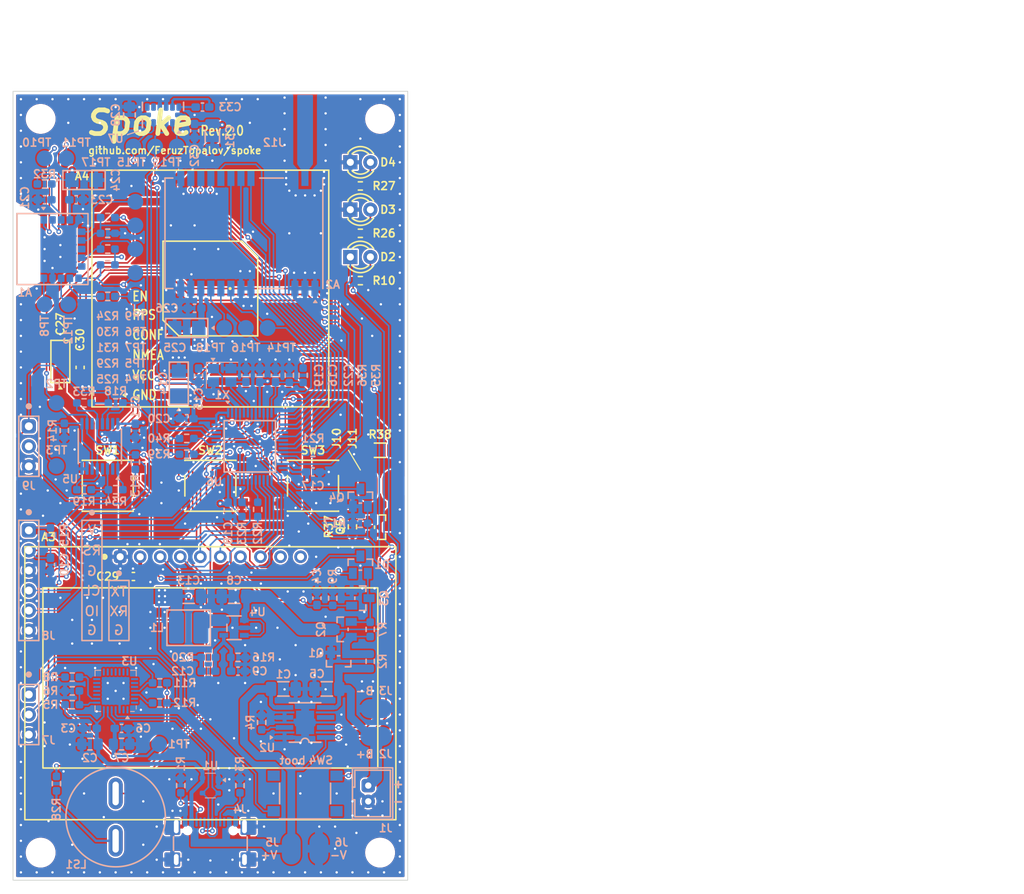
<source format=kicad_pcb>
(kicad_pcb (version 20241229) (generator "pcbnew") (generator_version "9.0")
  (title_block (title "LRNS SPOKE") (date "2025-09-20") (rev "2.0") (company "https://github.com/FeruzTopalov"))
  (layers (0 "F.Cu" signal) (2 "B.Cu" signal) (13 "F.Paste" user) (15 "B.Paste" user) (5 "F.SilkS" user "F.Silkscreen") (7 "B.SilkS" user "B.Silkscreen") (1 "F.Mask" user) (3 "B.Mask" user) (25 "Edge.Cuts" user))
  (net 0 "")
  (net 1 "GND")
  (net 2 "+BATT")
  (net 3 "+3V3")
  (net 4 "MCU_RESET")
  (net 5 "Net-(D1-Pad3)")
  (net 6 "VBUS")
  (net 7 "Net-(LS1-Pad1)")
  (net 8 "BUZZER_N")
  (net 9 "VCC")
  (net 10 "VBAT_SENSE")
  (net 11 "LED_RED")
  (net 12 "LED_GREEN")
  (net 13 "BUZZER_P")
  (net 14 "BOOT0")
  (net 15 "BTN_PWR")
  (net 16 "PWR_HOLD")
  (net 17 "BTN_OK")
  (net 18 "BTN_ESC")
  (net 19 "LCD_CS")
  (net 20 "LCD_SCK")
  (net 21 "LCD_DC")
  (net 22 "LCD_MOSI")
  (net 23 "GPS_PPS")
  (net 24 "SWD_IO")
  (net 25 "SWD_CLK")
  (net 26 "RF_CS")
  (net 27 "RF_SCK")
  (net 28 "RF_MISO")
  (net 29 "RF_MOSI")
  (net 30 "I2C_INT")
  (net 31 "RF_RESET")
  (net 32 "RF_IRQ")
  (net 33 "RF_BUSY")
  (net 34 "Net-(Q2-G)")
  (net 35 "LCD_RESET")
  (net 36 "Net-(D2-A)")
  (net 37 "RF_TXEN")
  (net 38 "RF_RXEN")
  (net 39 "I2C_SCL")
  (net 40 "I2C_SDA")
  (net 41 "Net-(D3-A)")
  (net 42 "Net-(A1-MODE)")
  (net 43 "Net-(D4-A)")
  (net 44 "LCD_BL")
  (net 45 "Net-(A1-nRESET)")
  (net 46 "/ANT")
  (net 47 "PPS_BOOT1")
  (net 48 "CONSOLE_TXD")
  (net 49 "MUX_BLE_USB")
  (net 50 "BLE_TXD")
  (net 51 "USB_TXD")
  (net 52 "BLE_RXD")
  (net 53 "USB_RXD")
  (net 54 "CONSOLE_RXD")
  (net 55 "GPS_RXD")
  (net 56 "GPS_TXD")
  (net 57 "Net-(A1-SWDCLK)")
  (net 58 "BLE_WKP_SLP")
  (net 60 "Net-(A1-DISC)")
  (net 61 "Net-(A1-LINK)")
  (net 62 "Net-(A1-DATA)")
  (net 64 "Net-(A1-SWDIO)")
  (net 65 "Net-(A2-DIO2)")
  (net 69 "VDD")
  (net 70 "Net-(U4-FB)")
  (net 71 "Net-(U6-PD0)")
  (net 72 "Net-(U6-PD1)")
  (net 73 "Net-(U7-C1)")
  (net 74 "Net-(U7-SETP)")
  (net 75 "Net-(U7-SETC)")
  (net 76 "Net-(D2-K)")
  (net 77 "Net-(J4-CC2)")
  (net 79 "Net-(J4-CC1)")
  (net 80 "/USB_DN")
  (net 82 "/USB_DP")
  (net 83 "Net-(Q5-D)")
  (net 84 "Net-(U4-SW)")
  (net 85 "Net-(U2-PROG)")
  (net 86 "Net-(U3-VBUS)")
  (net 87 "Net-(U3-~{RST})")
  (net 88 "Net-(A1-TXD)")
  (net 89 "Net-(U5-S1)")
  (net 90 "Net-(J10-Pad1)")
  (net 91 "Net-(U3-TXD)")
  (net 119 "Net-(U6-PA9)")
  (net 120 "Net-(Q1-S)")
  (footprint "Spoke:C0603" (layer "F.Cu") (at 83.5 85 90)
    (property "Reference" "C30")
    (property "Value" "100nF")
  )
  (footprint "Spoke:R1206" (layer "F.Cu") (at 121.5 95.5)
    (property "Reference" "R38")
    (property "Value" "100R")
  )
  (footprint "Spoke:Button_6x6" (layer "F.Cu") (at 100 100)
    (property "Reference" "SW2")
    (property "Value" "~")
  )
  (footprint "Spoke:LED_3mm" (layer "F.Cu") (at 119 65)
    (property "Reference" "D3")
    (property "Value" "Red")
  )
  (footprint "Spoke:Button_6x6" (layer "F.Cu") (at 87 100)
    (property "Reference" "SW1")
    (property "Value" "~")
  )
  (footprint "Spoke:R0603" (layer "F.Cu") (at 118 105.2 90)
    (property "Reference" "R37")
    (property "Value" "100kR")
  )
  (footprint "Spoke:LED_3mm" (layer "F.Cu") (at 119 71)
    (property "Reference" "D2")
    (property "Value" "Red")
  )
  (footprint "Spoke:Pad_oval" (layer "F.Cu") (at 123 100 -90)
    (property "Reference" "J11")
    (property "Value" "BL-C")
  )
  (footprint "Spoke:R0603" (layer "F.Cu") (at 119 74 180)
    (property "Reference" "R10")
    (property "Value" "1kR")
  )
  (footprint "Spoke:C_tantA" (layer "F.Cu") (at 81 84.25 90)
    (property "Reference" "C27")
    (property "Value" "47uF")
  )
  (footprint "Spoke:GM12864-01A" (layer "F.Cu") (at 100 109)
    (property "Reference" "A3")
    (property "Value" "GM12864-01A")
  )
  (footprint "Spoke:Pad_oval" (layer "F.Cu") (at 120 100 90)
    (property "Reference" "J10")
    (property "Value" "BL-A")
  )
  (footprint "Spoke:C0603" (layer "F.Cu") (at 90.25 111.5 180)
    (property "Reference" "C29")
    (property "Value" "100nF")
  )
  (footprint "Spoke:GN-801" (layer "F.Cu") (at 100 75 90)
    (property "Reference" "A4")
    (property "Value" "GN-801")
  )
  (footprint "Spoke:LED_3mm" (layer "F.Cu") (at 119 59)
    (property "Reference" "D4")
    (property "Value" "Green")
  )
  (footprint "Spoke:SOT-23" (layer "F.Cu") (at 121.5 105.25 -90)
    (property "Reference" "Q5")
    (property "Value" "AO3400")
  )
  (footprint "MountingHole:MountingHole_3.2mm_M3" (layer "F.Cu") (at 121.5 146.5)
    (property "Reference" "H4" (hide yes))
    (property "Value" "MountingHole")
  )
  (footprint "Spoke:R0603" (layer "F.Cu") (at 119 62)
    (property "Reference" "R27")
    (property "Value" "1kR")
  )
  (footprint "MountingHole:MountingHole_3.2mm_M3" (layer "F.Cu") (at 78.5 146.5)
    (property "Reference" "H3" (hide yes))
    (property "Value" "MountingHole")
  )
  (footprint "Spoke:Button_6x6" (layer "F.Cu") (at 113 100)
    (property "Reference" "SW3")
    (property "Value" "~")
  )
  (footprint "MountingHole:MountingHole_3.2mm_M3" (layer "F.Cu") (at 78.5 53.5)
    (property "Reference" "H1" (hide yes))
    (property "Value" "MountingHole")
  )
  (footprint "Spoke:R0603" (layer "F.Cu") (at 119 68)
    (property "Reference" "R26")
    (property "Value" "1kR")
  )
  (footprint "MountingHole:MountingHole_3.2mm_M3" (layer "F.Cu") (at 121.5 53.5)
    (property "Reference" "H2" (hide yes))
    (property "Value" "MountingHole")
  )
  (footprint "Spoke:SOT-23" (layer "B.Cu") (at 119 114.25 90)
    (property "Reference" "Q3")
    (property "Value" "AO3400")
  )
  (footprint "Spoke:C0603" (layer "B.Cu") (at 79 63.75 180)
    (property "Reference" "C21")
    (property "Value" "100nF")
  )
  (footprint "Spoke:C0603" (layer "B.Cu") (at 98.5 86 -90)
    (property "Reference" "C15")
    (property "Value" "12pF")
  )
  (footprint "Spoke:Buzzer" (layer "B.Cu") (at 88 142 90)
    (property "Reference" "LS1")
    (property "Value" "Buzzer-Passive")
  )
  (footprint "Spoke:R0603" (layer "B.Cu") (at 87 76 180)
    (property "Reference" "R25")
    (property "Value" "1kR")
  )
  (footprint "Spoke:C0603" (layer "B.Cu") (at 88.75 130.75 180)
    (property "Reference" "C6")
    (property "Value" "100nF")
  )
  (footprint "Spoke:R0603" (layer "B.Cu") (at 106 103 90)
    (property "Reference" "R22")
    (property "Value" "1kR")
  )
  (footprint "Spoke:C0603" (layer "B.Cu") (at 90.5 93 -90)
    (property "Reference" "C11")
    (property "Value" "100nF")
  )
  (footprint "Spoke:R0603" (layer "B.Cu") (at 90.5 97 90)
    (property "Reference" "R13")
    (property "Value" "100kR")
  )
  (footprint "Spoke:Pad_round" (layer "B.Cu") (at 93 57 180)
    (property "Reference" "TP15")
    (property "Value" "Pad-Round")
  )
  (footprint "Spoke:Pad_round" (layer "B.Cu") (at 90.5 76 180)
    (property "Reference" "TP4")
    (property "Value" "Pad-Round")
  )
  (footprint "Spoke:C0805" (layer "B.Cu") (at 84.75 132.75)
    (property "Reference" "C2")
    (property "Value" "4.7uF")
  )
  (footprint "Spoke:R0603" (layer "B.Cu") (at 84 89.5 180)
    (property "Reference" "R33")
    (property "Value" "0R")
  )
  (footprint "Spoke:R0603" (layer "B.Cu") (at 93.588 124.984)
    (property "Reference" "R11")
    (property "Value" "100kR")
  )
  (footprint "Spoke:SOT-23" (layer "B.Cu") (at 119 101.5 180)
    (property "Reference" "Q4")
    (property "Value" "AO3400")
  )
  (footprint "Spoke:C1206" (layer "B.Cu") (at 100.25 55.75 90)
    (property "Reference" "C31")
    (property "Value" "10uF")
  )
  (footprint "Spoke:C0603" (layer "B.Cu") (at 98 77.5 180)
    (property "Reference" "C26")
    (property "Value" "100nF")
  )
  (footprint "Spoke:C0603" (layer "B.Cu") (at 113.5 114.25 90)
    (property "Reference" "C4")
    (property "Value" "100nF")
  )
  (footprint "Spoke:R0603" (layer "B.Cu") (at 106.5 130 -90)
    (property "Reference" "R4")
    (property "Value" "3.9kR")
  )
  (footprint "Spoke:Pad_round" (layer "B.Cu") (at 93.5 132.75 180)
    (property "Reference" "TP1")
    (property "Value" "Pad-Round")
  )
  (footprint "Spoke:R0603" (layer "B.Cu") (at 111.75 86 90)
    (property "Reference" "R35")
    (property "Value" "100kR")
  )
  (footprint "Spoke:Pad_round" (layer "B.Cu") (at 79 58.5 180)
    (property "Reference" "TP10")
    (property "Value" "Pad-Round")
  )
  (footprint "Spoke:E22" (layer "B.Cu") (at 104.25 68 -90)
    (property "Reference" "A2")
    (property "Value" "E22-400M22S")
  )
  (footprint "Spoke:Pad_round" (layer "B.Cu") (at 90.5 67 180)
    (property "Reference" "TP6")
    (property "Value" "Pad-Round")
  )
  (footprint "Spoke:R0603" (layer "B.Cu") (at 87 72 180)
    (property "Reference" "R29")
    (property "Value" "100kR")
  )
  (footprint "Spoke:C0603" (layer "B.Cu") (at 83 63.75)
    (property "Reference" "C23")
    (property "Value" "100nF")
  )
  (footprint "Spoke:R0603" (layer "B.Cu") (at 103.75 138 90)
    (property "Reference" "R3")
    (property "Value" "5.1kR")
  )
  (footprint "Spoke:SOT-143" (layer "B.Cu") (at 100 138 180)
    (property "Reference" "U1")
    (property "Value" "SP0503BAHTG")
  )
  (footprint "Spoke:Pad_oval" (layer "B.Cu") (at 110.25 146 -90)
    (property "Reference" "J5")
    (property "Value" "USB+")
  )
  (footprint "Spoke:Pad_round" (layer "B.Cu") (at 90.25 57 180)
    (property "Reference" "TP17")
    (property "Value" "Pad-Round")
  )
  (footprint "Spoke:C0603" (layer "B.Cu") (at 104.5 86 90)
    (property "Reference" "C19")
    (property "Value" "12pF")
  )
  (footprint "Spoke:C1206" (layer "B.Cu") (at 114.75 125.75)
    (property "Reference" "C5")
    (property "Value" "10uF")
  )
  (footprint "Spoke:C_tantA" (layer "B.Cu") (at 96 87 90)
    (property "Reference" "C14")
    (property "Value" "47uF")
  )
  (footprint "Spoke:R0603" (layer "B.Cu") (at 80.5 137.75 -90)
    (property "Reference" "R28")
    (property "Value" "1kR")
  )
  (footprint "Spoke:R0603" (layer "B.Cu") (at 88 89.5)
    (property "Reference" "R18")
    (property "Value" "0R")
  )
  (footprint "Spoke:LGA-14" (layer "B.Cu") (at 94 53 90)
    (property "Reference" "U7")
    (property "Value" "LSM303DLHC")
  )
  (footprint "Spoke:R0603" (layer "B.Cu") (at 96.25 138 90)
    (property "Reference" "R1")
    (property "Value" "5.1kR")
  )
  (footprint "Spoke:Pad_round" (layer "B.Cu") (at 79 77 180)
    (property "Reference" "TP8")
    (property "Value" "Pad-Round")
  )
  (footprint "Spoke:SOT-23" (layer "B.Cu") (at 116.25 122.25)
    (property "Reference" "Q1")
    (property "Value" "AO3407A")
  )
  (footprint "Spoke:B2B-PH-2.0" (layer "B.Cu") (at 120 139 90)
    (property "Reference" "J1")
    (property "Value" "B2B-PH-K-S")
  )
  (footprint "Spoke:Button_6x6" (layer "B.Cu") (at 112 139)
    (property "Reference" "SW4")
    (property "Value" "~")
  )
  (footprint "Spoke:SOIC-8-EP" (layer "B.Cu") (at 112 130)
    (property "Reference" "U2")
    (property "Value" "TP4056")
  )
  (footprint "Spoke:C0603" (layer "B.Cu") (at 98 55 -90)
    (property "Reference" "C32")
    (property "Value" "100nF")
  )
  (footprint "Spoke:R0603" (layer "B.Cu") (at 97 96 180)
    (property "Reference" "R39")
    (property "Value" "3.9kR")
  )
  (footprint "Spoke:C0603" (layer "B.Cu") (at 79.75 110 -90)
    (property "Reference" "C10")
    (property "Value" "100nF")
  )
  (footprint "Spoke:R0603" (layer "B.Cu") (at 103.5 121.75 180)
    (property "Reference" "R16")
    (property "Value" "~")
  )
  (footprint "Spoke:R0603" (layer "B.Cu") (at 88 100.5)
    (property "Reference" "R34")
    (property "Value" "0R")
  )
  (footprint "Spoke:R0603" (layer "B.Cu") (at 93.588 127.524)
    (property "Reference" "R12")
    (property "Value" "1kR")
  )
  (footprint "Spoke:Pad_oval" (layer "B.Cu") (at 113.75 146 -90)
    (property "Reference" "J6")
    (property "Value" "USB-")
  )
  (footprint "Spoke:C0603" (layer "B.Cu") (at 97 91.5 180)
    (property "Reference" "C20")
    (property "Value" "100nF")
  )
  (footprint "Spoke:C1206" (layer "B.Cu") (at 103 114)
    (property "Reference" "C8")
    (property "Value" "10uF")
  )
  (footprint "Spoke:R0603" (layer "B.Cu") (at 82.5 124.25 180)
    (property "Reference" "R8")
    (property "Value" "1kR")
  )
  (footprint "Spoke:SOT-23" (layer "B.Cu") (at 116.75 118.2 -90)
    (property "Reference" "Q2")
    (property "Value" "AO3407A")
  )
  (footprint "Spoke:R0603" (layer "B.Cu") (at 120.25 118.2 90)
    (property "Reference" "R7")
    (property "Value" "100kR")
  )
  (footprint "Spoke:Xtal_3225" (layer "B.Cu") (at 101.5 86)
    (property "Reference" "X1")
    (property "Value" "8MHz")
  )
  (footprint "Spoke:Pad_round" (layer "B.Cu") (at 107.25 80 180)
    (property "Reference" "TP14")
    (property "Value" "Pad-Round")
  )
  (footprint "Spoke:Pad_round" (layer "B.Cu") (at 95.75 57 180)
    (property "Reference" "TP13")
    (property "Value" "Pad-Round")
  )
  (footprint "Spoke:Pad_round" (layer "B.Cu") (at 90.5 64 180)
    (property "Reference" "TP9")
    (property "Value" "Pad-Round")
  )
  (footprint "Spoke:C0805" (layer "B.Cu") (at 89.75 53 -90)
    (property "Reference" "C28")
    (property "Value" "4.7uF")
  )
  (footprint "Spoke:R0603" (layer "B.Cu") (at 119 104.75 180)
    (property "Reference" "R17")
    (property "Value" "100kR")
  )
  (footprint "Spoke:C0603" (layer "B.Cu") (at 103.5 123.5)
    (property "Reference" "C9")
    (property "Value" "~")
  )
  (footprint "Spoke:C0603" (layer "B.Cu") (at 106.25 86 90)
    (property "Reference" "C16")
    (property "Value" "100nF")
  )
  (footprint "Spoke:C1206" (layer "B.Cu") (at 109.25 125.75 180)
    (property "Reference" "C1")
    (property "Value" "10uF")
  )
  (footprint "Spoke:LQFP-48" (layer "B.Cu") (at 105 95 -90)
    (property "Reference" "U6")
    (property "Value" "STM32F103C8T6")
  )
  (footprint "Spoke:Pad_round" (layer "B.Cu") (at 82 77 180)
    (property "Reference" "TP12")
    (property "Value" "Pad-Round")
  )
  (footprint "Spoke:Pad_round" (layer "B.Cu") (at 80.5 97.5 180)
    (property "Reference" "TP3")
    (property "Value" "Pad-Round")
  )
  (footprint "Spoke:R0603" (layer "B.Cu") (at 81.5 93 -90)
    (property "Reference" "R14")
    (property "Value" "100kR")
  )
  (footprint "Spoke:Pad_round" (layer "B.Cu") (at 90.5 70 180)
    (property "Reference" "TP7")
    (property "Value" "Pad-Round")
  )
  (footprint "Spoke:SMA" (layer "B.Cu") (at 112 53 90)
    (property "Reference" "J12")
    (property "Value" "Amphenol 132289")
  )
  (footprint "Spoke:C_tantA" (layer "B.Cu") (at 97 80 180)
    (property "Reference" "C25")
    (property "Value" "47uF")
  )
  (footprint "Spoke:R0603" (layer "B.Cu") (at 79 61.75)
    (property "Reference" "R32")
    (property "Value" "100kR")
  )
  (footprint "Spoke:R0603" (layer "B.Cu") (at 79.75 106.25 90)
    (property "Reference" "R15")
    (property "Value" "100kR")
  )
  (footprint "Spoke:Header_1x6" (layer "B.Cu") (at 77 112 -90)
    (property "Reference" "J8")
    (property "Value" "PLS-1x6")
  )
  (footprint "Spoke:R0603" (layer "B.Cu") (at 113 95.75 180)
    (property "Reference" "R21")
    (property "Value" "3.9kR")
  )
  (footprint "Spoke:R0603" (layer "B.Cu") (at 82.5 126 180)
    (property "Reference" "R6")
    (property "Value" "47.5kR")
  )
  (footprint "Spoke:C0603" (layer "B.Cu") (at 99 52)
    (property "Reference" "C33")
    (property "Value" "220nF")
  )
  (footprint "Spoke:C0603" (layer "B.Cu") (at 99.75 123.5 180)
    (property "Reference" "C12")
    (property "Value" "~")
  )
  (footprint "Spoke:Header_1x3" (layer "B.Cu") (at 77 129 -90)
    (property "Reference" "J7")
    (property "Value" "PLS-1x3")
  )
  (footprint "Spoke:C1206" (layer "B.Cu") (at 97.25 114 180)
    (property "Reference" "C13")
    (property "Value" "10uF")
  )
  (footprint "Spoke:Pad_round" (layer "B.Cu") (at 90.5 73 180)
    (property "Reference" "TP5")
    (property "Value" "Pad-Round")
  )
  (footprint "Spoke:R0603" (layer "B.Cu") (at 87 68)
    (property "Reference" "R30")
    (property "Value" "100kR")
  )
  (footprint "Spoke:Pad_round" (layer "B.Cu") (at 101.75 80 180)
    (property "Reference" "TP18")
    (property "Value" "Pad-Round")
  )
  (footprint "Spoke:R0603" (layer "B.Cu") (at 104 103 -90)
    (property "Reference" "R23")
    (property "Value" "100kR")
  )
  (footprint "Spoke:QFN-28" (layer "B.Cu") (at 88 126 90)
    (property "Reference" "U3")
    (property "Value" "CP2102N-A02-GQFN28")
  )
  (footprint "Spoke:Pad_oval" (layer "B.Cu") (at 121 131.75)
    (property "Reference" "J2")
    (property "Value" "BAT+")
  )
  (footprint "Spoke:R0603" (layer "B.Cu") (at 87 66)
    (property "Reference" "R24")
    (property "Value" "0R")
  )
  (footprint "Spoke:Pad_round" (layer "B.Cu") (at 81.75 58.5 180)
    (property "Reference" "TP11")
    (property "Value" "Pad-Round")
  )
  (footprint "Spoke:C0603" (layer "B.Cu") (at 102.25 103 -90)
    (property "Reference" "C18")
    (property "Value" "100nF")
  )
  (footprint "Spoke:C_tantA" (layer "B.Cu") (at 84 61.25)
    (property "Reference" "C24")
    (property "Value" "47uF")
  )
  (footprint "Spoke:Pad_round" (layer "B.Cu") (at 104.5 80 180)
    (property "Reference" "TP16")
    (property "Value" "Pad-Round")
  )
  (footprint "Spoke:R0603" (layer "B.Cu") (at 99.75 121.75)
    (property "Reference" "R20")
    (property "Value" "0R")
  )
  (footprint "Spoke:R0603" (layer "B.Cu") (at 120.25 122.25 90)
    (property "Reference" "R2")
    (property "Value" "0R")
  )
  (footprint "Spoke:R0603" (layer "B.Cu") (at 115.5 114.25 -90)
    (property "Reference" "R9")
    (property "Value" "100kR")
  )
  (footprint "Spoke:C0603" (layer "B.Cu") (at 84.75 130.75)
    (property "Reference" "C3")
    (property "Value" "100nF")
  )
  (footprint "Spoke:C0805" (layer "B.Cu") (at 88.75 132.75 180)
    (property "Reference" "C7")
    (property "Value" "4.7uF")
  )
  (footprint "Spoke:R0603" (layer "B.Cu") (at 82.5 127.75)
    (property "Reference" "R5")
    (property "Value" "22.1kR")
  )
  (footprint "Spoke:Header_1x3" (layer "B.Cu") (at 77 95 -90)
    (property "Reference" "J9")
    (property "Value" "PLS-1x3")
  )
  (footprint "Spoke:R0603" (layer "B.Cu") (at 84 100.5 180)
    (property "Reference" "R19")
    (property "Value" "0R")
  )
  (footprint "Spoke:Pad_oval" (layer "B.Cu") (at 121 128.25)
    (property "Reference" "J3")
    (property "Value" "BAT-")
  )
  (footprint "Spoke:E104-BT5005A" (layer "B.Cu") (at 80 70 -90)
    (property "Reference" "A1")
    (property "Value" "E104-BT5005A")
  )
  (footprint "Spoke:SOT-23" (layer "B.Cu") (at 119 110 180)
    (property "Reference" "D1")
    (property "Value" "BAT54C")
  )
  (footprint "Spoke:C0603" (layer "B.Cu") (at 108.25 86 90)
    (property "Reference" "C22")
    (property "Value" "100nF")
  )
  (footprint "Spoke:TSSOP-16" (layer "B.Cu") (at 86 95 90)
    (property "Reference" "U5")
    (property "Value" "74HC4052PW")
  )
  (footprint "Spoke:USB_C_16p_GCT4105" (layer "B.Cu") (at 100 146.3 180)
    (property "Reference" "J4")
    (property "Value" "GCT USB4105/USB4110")
  )
  (footprint "Spoke:Pad_round" (layer "B.Cu") (at 80.5 89.5 180)
    (property "Reference" "TP2")
    (property "Value" "Pad-Round")
  )
  (footprint "Spoke:R0603" (layer "B.Cu") (at 110 86 -90)
    (property "Reference" "R36")
    (property "Value" "100kR")
  )
  (footprint "Spoke:R0603" (layer "B.Cu") (at 97 94 180)
    (property "Reference" "R40")
    (property "Value" "3.9kR")
  )
  (footprint "Spoke:SOT-23-5" (layer "B.Cu") (at 103 118 180)
    (property "Reference" "U4")
    (property "Value" "LM3671MF-3.3")
  )
  (footprint "Spoke:L1616" (layer "B.Cu") (at 97.25 118 180)
    (property "Reference" "L1")
    (property "Value" "2.2uH")
  )
  (footprint "Spoke:C0603" (layer "B.Cu") (at 113 98.25)
    (property "Reference" "C17")
    (property "Value" "100nF")
  )
  (footprint "Spoke:R0603" (layer "B.Cu") (at 87 70 180)
    (property "Reference" "R31")
    (property "Value" "100kR")
  )
  (gr_line (start 117.5 95.5) (end 119 98) (stroke (width 0.153)) (layer "F.SilkS"))
  (gr_rect (start 87.15 112) (end 89.69 119.62) (stroke (width 0.2)) (fill no) (layer "B.SilkS"))
  (gr_circle (center 85 103.4) (end 85.3 103.4) (stroke (width 0.153)) (fill yes) (layer "B.SilkS"))
  (gr_rect (start 83.73 104.38) (end 86.27 119.62) (stroke (width 0.2)) (fill no) (layer "B.SilkS"))
  (gr_circle (center 88.42 111.1) (end 88.72 111.1) (stroke (width 0.153)) (fill yes) (layer "B.SilkS"))
  (gr_line (start 89.5 55.5) (end 91 55) (stroke (width 0.153)) (layer "B.SilkS"))
  (gr_rect (start 75 50) (end 125 150) (stroke (width 0.1)) (fill no) (layer "Edge.Cuts"))
  (gr_text "Spoke" (at 91 54 0) (layer "F.SilkS") (effects (font (size 3 3) (thickness 0.6) (italic yes))))
  (gr_text "github.com/FeruzTopalov/spoke" (at 95.5 57.5 0) (layer "F.SilkS") (effects (font (size 0.9 0.9) (thickness 0.18))))
  (gr_text "Rev.2.0" (at 101.5 55 0) (layer "F.SilkS") (effects (font (size 1.2 1) (thickness 0.2))))
  (gr_text "V-" (at 117.4 147.4 0) (layer "B.SilkS") (effects (font (size 1 1) (thickness 0.2) (bold yes)) (justify left bottom mirror)))
  (gr_text "G" (at 85 118.3 0) (layer "B.SilkS") (effects (font (size 1.2 1.2) (thickness 0.2) (bold yes)) (justify mirror)))
  (gr_text "+" (at 123.8 137.8 0) (layer "B.SilkS") (effects (font (size 1 1) (thickness 0.25) (bold yes)) (justify mirror)))
  (gr_text "RX" (at 88.42 115.91 0) (layer "B.SilkS") (effects (font (size 1.2 1.2) (thickness 0.2) (bold yes)) (justify mirror)))
  (gr_text "G" (at 85 110.8 0) (layer "B.SilkS") (effects (font (size 1.2 1.2) (thickness 0.2) (bold yes)) (justify mirror)))
  (gr_text "B-" (at 120.8 126.6 0) (layer "B.SilkS") (effects (font (size 1 1) (thickness 0.2) (bold yes)) (justify left bottom mirror)))
  (gr_text "RS" (at 85 108.2 0) (layer "B.SilkS") (effects (font (size 1.2 1.2) (thickness 0.2) (bold yes)) (justify mirror)))
  (gr_text "TX" (at 88.4 113.41 0) (layer "B.SilkS") (effects (font (size 1.2 1.2) (thickness 0.2) (bold yes)) (justify mirror)))
  (gr_text "boot" (at 112.2 135.4 0) (layer "B.SilkS") (effects (font (size 1 1) (thickness 0.2) (bold yes)) (justify left bottom mirror)))
  (gr_text "-" (at 123.8 140 0) (layer "B.SilkS") (effects (font (size 1 1) (thickness 0.25) (bold yes)) (justify mirror)))
  (gr_text "V+" (at 108.6 147.4 0) (layer "B.SilkS") (effects (font (size 1 1) (thickness 0.2) (bold yes)) (justify left bottom mirror)))
  (gr_text "G" (at 88.4 118.3 0) (layer "B.SilkS") (effects (font (size 1.2 1.2) (thickness 0.2) (bold yes)) (justify mirror)))
  (gr_text "V" (at 85 105.6 0) (layer "B.SilkS") (effects (font (size 1.2 1.2) (thickness 0.2) (bold yes)) (justify mirror)))
  (gr_text "IO" (at 85 115.9 0) (layer "B.SilkS") (effects (font (size 1.2 1.2) (thickness 0.2) (bold yes)) (justify mirror)))
  (gr_text "B+" (at 120.8 134.6 0) (layer "B.SilkS") (effects (font (size 1 1) (thickness 0.2) (bold yes)) (justify left bottom mirror)))
  (gr_text "CL" (at 85 113.3 0) (layer "B.SilkS") (effects (font (size 1.2 1.2) (thickness 0.2) (bold yes)) (justify mirror)))
  (via (at 93.2 143.2) (size 0.6) (drill 0.3) (layers "F.Cu" "B.Cu") (net 1))
  (via (at 76 149) (size 0.6) (drill 0.3) (layers "F.Cu" "B.Cu") (net 1))
  (via (at 90.2 110.5) (size 0.6) (drill 0.3) (layers "F.Cu" "B.Cu") (net 1))
  (via (at 111.4 136.8) (size 0.6) (drill 0.3) (layers "F.Cu" "B.Cu") (net 1))
  (via (at 102.4 138.6) (size 0.6) (drill 0.3) (layers "F.Cu" "B.Cu") (net 1))
  (via (at 76.8 63.8) (size 0.6) (drill 0.3) (layers "F.Cu" "B.Cu") (net 1))
  (via (at 124 121) (size 0.6) (drill 0.3) (layers "F.Cu" "B.Cu") (net 1))
  (via (at 98 125) (size 0.6) (drill 0.3) (layers "F.Cu" "B.Cu") (net 1))
  (via (at 95 91.5) (size 0.6) (drill 0.3) (layers "F.Cu" "B.Cu") (net 1))
  (via (at 116 93.5) (size 0.6) (drill 0.3) (layers "F.Cu" "B.Cu") (net 1))
  (via (at 94 51) (size 0.6) (drill 0.3) (layers "F.Cu" "B.Cu") (net 1))
  (via (at 110.8 120.2) (size 0.6) (drill 0.3) (layers "F.Cu" "B.Cu") (net 1))
  (via (at 110 62.6) (size 0.6) (drill 0.3) (layers "F.Cu" "B.Cu") (net 1))
  (via (at 124 135) (size 0.6) (drill 0.3) (layers "F.Cu" "B.Cu") (net 1))
  (via (at 103 95) (size 0.6) (drill 0.3) (layers "F.Cu" "B.Cu") (net 1))
  (via (at 109.4 133.4) (size 0.6) (drill 0.3) (layers "F.Cu" "B.Cu") (net 1))
  (via (at 89.5 107.4) (size 0.6) (drill 0.3) (layers "F.Cu" "B.Cu") (net 1))
  (via (at 103.2 113.2) (size 0.6) (drill 0.3) (layers "F.Cu" "B.Cu") (net 1))
  (via (at 105.75 97.5) (size 0.6) (drill 0.3) (layers "F.Cu" "B.Cu") (net 1))
  (via (at 102 149) (size 0.6) (drill 0.3) (layers "F.Cu" "B.Cu") (net 1))
  (via (at 82 51) (size 0.6) (drill 0.3) (layers "F.Cu" "B.Cu") (net 1))
  (via (at 81 80.8) (size 0.6) (drill 0.3) (layers "F.Cu" "B.Cu") (net 1))
  (via (at 104.4 125) (size 0.6) (drill 0.3) (layers "F.Cu" "B.Cu") (net 1))
  (via (at 104.4 120.2) (size 0.6) (drill 0.3) (layers "F.Cu" "B.Cu") (net 1))
  (via (at 91.2 74.6) (size 0.6) (drill 0.3) (layers "F.Cu" "B.Cu") (net 1))
  (via (at 106 121.8) (size 0.6) (drill 0.3) (layers "F.Cu" "B.Cu") (net 1))
  (via (at 87.4 61.25) (size 0.6) (drill 0.3) (layers "F.Cu" "B.Cu") (net 1))
  (via (at 110.8 102.8) (size 0.6) (drill 0.3) (layers "F.Cu" "B.Cu") (net 1))
  (via (at 76 89) (size 0.6) (drill 0.3) (layers "F.Cu" "B.Cu") (net 1))
  (via (at 89.2 68) (size 0.6) (drill 0.3) (layers "F.Cu" "B.Cu") (net 1))
  (via (at 114 149) (size 0.6) (drill 0.3) (layers "F.Cu" "B.Cu") (net 1))
  (via (at 114.6 56.8) (size 0.6) (drill 0.3) (layers "F.Cu" "B.Cu") (net 1))
  (via (at 113.8 143.2) (size 0.6) (drill 0.3) (layers "F.Cu" "B.Cu") (net 1))
  (via (at 82.8 95.4) (size 0.6) (drill 0.3) (layers "F.Cu" "B.Cu") (net 1))
  (via (at 95.2 141.2) (size 0.6) (drill 0.3) (layers "F.Cu" "B.Cu") (net 1))
  (via (at 90.6 123.1) (size 0.6) (drill 0.3) (layers "F.Cu" "B.Cu") (net 1))
  (via (at 109.8 103.8) (size 0.6) (drill 0.3) (layers "F.Cu" "B.Cu") (net 1))
  (via (at 78 114.6) (size 0.6) (drill 0.3) (layers "F.Cu" "B.Cu") (net 1))
  (via (at 101.4 91.4) (size 0.6) (drill 0.3) (layers "F.Cu" "B.Cu") (net 1))
  (via (at 124 57) (size 0.6) (drill 0.3) (layers "F.Cu" "B.Cu") (net 1))
  (via (at 97.2 147.4) (size 0.6) (drill 0.3) (layers "F.Cu" "B.Cu") (net 1))
  (via (at 103 132) (size 0.6) (drill 0.3) (layers "F.Cu" "B.Cu") (net 1))
  (via (at 95.6 77.4) (size 0.6) (drill 0.3) (layers "F.Cu" "B.Cu") (net 1))
  (via (at 96.1 90.4) (size 0.6) (drill 0.3) (layers "F.Cu" "B.Cu") (net 1))
  (via (at 98.4 127.8) (size 0.6) (drill 0.3) (layers "F.Cu" "B.Cu") (net 1))
  (via (at 104.5 84) (size 0.6) (drill 0.3) (layers "F.Cu" "B.Cu") (net 1))
  (via (at 120.6 124.8) (size 0.6) (drill 0.3) (layers "F.Cu" "B.Cu") (net 1))
  (via (at 88.6 110.5) (size 0.6) (drill 0.3) (layers "F.Cu" "B.Cu") (net 1))
  (via (at 90 62) (size 0.6) (drill 0.3) (layers "F.Cu" "B.Cu") (net 1))
  (via (at 84 51) (size 0.6) (drill 0.3) (layers "F.Cu" "B.Cu") (net 1))
  (via (at 102.8 118) (size 0.6) (drill 0.3) (layers "F.Cu" "B.Cu") (net 1))
  (via (at 82.4 130.8) (size 0.6) (drill 0.3) (layers "F.Cu" "B.Cu") (net 1))
  (via (at 91.9 126.2) (size 0.6) (drill 0.3) (layers "F.Cu" "B.Cu") (net 1))
  (via (at 110.8 124) (size 0.6) (drill 0.3) (layers "F.Cu" "B.Cu") (net 1))
  (via (at 108 95.1) (size 0.6) (drill 0.3) (layers "F.Cu" "B.Cu") (net 1))
  (via (at 109.8 113.4) (size 0.6) (drill 0.3) (layers "F.Cu" "B.Cu") (net 1))
  (via (at 124 77) (size 0.6) (drill 0.3) (layers "F.Cu" "B.Cu") (net 1))
  (via (at 105 72.8) (size 0.6) (drill 0.3) (layers "F.Cu" "B.Cu") (net 1))
  (via (at 124 61) (size 0.6) (drill 0.3) (layers "F.Cu" "B.Cu") (net 1))
  (via (at 115 98.25) (size 0.6) (drill 0.3) (layers "F.Cu" "B.Cu") (net 1))
  (via (at 91.2 131.8) (size 0.6) (drill 0.3) (layers "F.Cu" "B.Cu") (net 1))
  (via (at 124 65) (size 0.6) (drill 0.3) (layers "F.Cu" "B.Cu") (net 1))
  (via (at 96.6 63) (size 0.6) (drill 0.3) (layers "F.Cu" "B.Cu") (net 1))
  (via (at 101.5 99.9) (size 0.6) (drill 0.3) (layers "F.Cu" "B.Cu") (net 1))
  (via (at 102.8 147.4) (size 0.6) (drill 0.3) (layers "F.Cu" "B.Cu") (net 1))
  (via (at 100.2 78.6) (size 0.6) (drill 0.3) (layers "F.Cu" "B.Cu") (net 1))
  (via (at 106 149) (size 0.6) (drill 0.3) (layers "F.Cu" "B.Cu") (net 1))
  (via (at 89.4 88.4) (size 0.6) (drill 0.3) (layers "F.Cu" "B.Cu") (net 1))
  (via (at 124 97) (size 0.6) (drill 0.3) (layers "F.Cu" "B.Cu") (net 1))
  (via (at 82 149) (size 0.6) (drill 0.3) (layers "F.Cu" "B.Cu") (net 1))
  (via (at 76 53) (size 0.6) (drill 0.3) (layers "F.Cu" "B.Cu") (net 1))
  (via (at 106.4 132.4) (size 0.6) (drill 0.3) (layers "F.Cu" "B.Cu") (net 1))
  (via (at 81 71) (size 0.6) (drill 0.3) (layers "F.Cu" "B.Cu") (net 1))
  (via (at 83.862087 64.937912) (size 0.6) (drill 0.3) (layers "F.Cu" "B.Cu") (net 1))
  (via (at 108.25 84) (size 0.6) (drill 0.3) (layers "F.Cu" "B.Cu") (net 1))
  (via (at 119.2 78.8) (size 0.6) (drill 0.3) (layers "F.Cu" "B.Cu") (net 1))
  (via (at 111.2 99.8) (size 0.6) (drill 0.3) (layers "F.Cu" "B.Cu") (net 1))
  (via (at 110.4 89.9) (size 0.6) (drill 0.3) (layers "F.Cu" "B.Cu") (net 1))
  (via (at 117.4 135.6) (size 0.6) (drill 0.3) (layers "F.Cu" "B.Cu") (net 1))
  (via (at 78.2 65) (size 0.6) (drill 0.3) (layers "F.Cu" "B.Cu") (net 1))
  (via (at 104.8 141.2) (size 0.6) (drill 0.3) (layers "F.Cu" "B.Cu") (net 1))
  (via (at 114 68) (size 0.6) (drill 0.3) (layers "F.Cu" "B.Cu") (net 1))
  (via (at 103.8 72.8) (size 0.6) (drill 0.3) (layers "F.Cu" "B.Cu") (net 1))
  (via (at 112.8 132.6) (size 0.6) (drill 0.3) (layers "F.Cu" "B.Cu") (net 1))
  (via (at 115.8 146) (size 0.6) (drill 0.3) (layers "F.Cu" "B.Cu") (net 1))
  (via (at 79 70) (size 0.6) (drill 0.3) (layers "F.Cu" "B.Cu") (net 1))
  (via (at 81 114.2) (size 0.6) (drill 0.3) (layers "F.Cu" "B.Cu") (net 1))
  (via (at 76 145) (size 0.6) (drill 0.3) (layers "F.Cu" "B.Cu") (net 1))
  (via (at 81.8 100.6) (size 0.6) (drill 0.3) (layers "F.Cu" "B.Cu") (net 1))
  (via (at 79 71.5) (size 0.6) (drill 0.3) (layers "F.Cu" "B.Cu") (net 1))
  (via (at 100.4 88.4) (size 0.6) (drill 0.3) (layers "F.Cu" "B.Cu") (net 1))
  (via (at 76 114.5) (size 0.6) (drill 0.3) (layers "F.Cu" "B.Cu") (net 1))
  (via (at 89.4 81.8) (size 0.6) (drill 0.3) (layers "F.Cu" "B.Cu") (net 1))
  (via (at 109.1 88.1) (size 0.6) (drill 0.3) (layers "F.Cu" "B.Cu") (net 1))
  (via (at 113.5 94.5) (size 0.6) (drill 0.3) (layers "F.Cu" "B.Cu") (net 1))
  (via (at 92.8 122.6) (size 0.6) (drill 0.3) (layers "F.Cu" "B.Cu") (net 1))
  (via (at 110.8 63.2) (size 0.6) (drill 0.3) (layers "F.Cu" "B.Cu") (net 1))
  (via (at 102.8 81.7) (size 0.6) (drill 0.3) (layers "F.Cu" "B.Cu") (net 1))
  (via (at 94.8 137.2) (size 0.6) (drill 0.3) (layers "F.Cu" "B.Cu") (net 1))
  (via (at 106 123.6) (size 0.6) (drill 0.3) (layers "F.Cu" "B.Cu") (net 1))
  (via (at 105.5 89.25) (size 0.6) (drill 0.3) (layers "F.Cu" "B.Cu") (net 1))
  (via (at 104 51) (size 0.6) (drill 0.3) (layers "F.Cu" "B.Cu") (net 1))
  (via (at 114.6 52.8) (size 0.6) (drill 0.3) (layers "F.Cu" "B.Cu") (net 1))
  (via (at 79.4 100.6) (size 0.6) (drill 0.3) (layers "F.Cu" "B.Cu") (net 1))
  (via (at 94 110.6) (size 0.6) (drill 0.3) (layers "F.Cu" "B.Cu") (net 1))
  (via (at 124 145) (size 0.6) (drill 0.3) (layers "F.Cu" "B.Cu") (net 1))
  (via (at 91 103.6) (size 0.6) (drill 0.3) (layers "F.Cu" "B.Cu") (net 1))
  (via (at 124 123) (size 0.6) (drill 0.3) (layers "F.Cu" "B.Cu") (net 1))
  (via (at 84.502 67.035478) (size 0.6) (drill 0.3) (layers "F.Cu" "B.Cu") (net 1))
  (via (at 121.6 77) (size 0.6) (drill 0.3) (layers "F.Cu" "B.Cu") (net 1))
  (via (at 119.005944 110.122027) (size 0.6) (drill 0.3) (layers "F.Cu" "B.Cu") (net 1))
  (via (at 106.267653 94.360955) (size 0.6) (drill 0.3) (layers "F.Cu" "B.Cu") (net 1))
  (via (at 98 53) (size 0.6) (drill 0.3) (layers "F.Cu" "B.Cu") (net 1))
  (via (at 104 149) (size 0.6) (drill 0.3) (layers "F.Cu" "B.Cu") (net 1))
  (via (at 108 149) (size 0.6) (drill 0.3) (layers "F.Cu" "B.Cu") (net 1))
  (via (at 114.6 58.8) (size 0.6) (drill 0.3) (layers "F.Cu" "B.Cu") (net 1))
  (via (at 105.2 111) (size 0.6) (drill 0.3) (layers "F.Cu" "B.Cu") (net 1))
  (via (at 93.2 95.4) (size 0.6) (drill 0.3) (layers "F.Cu" "B.Cu") (net 1))
  (via (at 124 147) (size 0.6) (drill 0.3) (layers "F.Cu" "B.Cu") (net 1))
  (via (at 120.8 86.6) (size 0.6) (drill 0.3) (layers "F.Cu" "B.Cu") (net 1))
  (via (at 78.8 103.8) (size 0.6) (drill 0.3) (layers "F.Cu" "B.Cu") (net 1))
  (via (at 118 141.8) (size 0.6) (drill 0.3) (layers "F.Cu" "B.Cu") (net 1))
  (via (at 116.6 81.6) (size 0.6) (drill 0.3) (layers "F.Cu" "B.Cu") (net 1))
  (via (at 124 79) (size 0.6) (drill 0.3) (layers "F.Cu" "B.Cu") (net 1))
  (via (at 91.6 58.8) (size 0.6) (drill 0.3) (layers "F.Cu" "B.Cu") (net 1))
  (via (at 102.4 111) (size 0.6) (drill 0.3) (layers "F.Cu" "B.Cu") (net 1))
  (via (at 92 149) (size 0.6) (drill 0.3) (layers "F.Cu" "B.Cu") (net 1))
  (via (at 101 135.8) (size 0.6) (drill 0.3) (layers "F.Cu" "B.Cu") (net 1))
  (via (at 115 99.8) (size 0.6) (drill 0.3) (layers "F.Cu" "B.Cu") (net 1))
  (via (at 104.5 88) (size 0.6) (drill 0.3) (layers "F.Cu" "B.Cu") (net 1))
  (via (at 118.2 96) (size 0.6) (drill 0.3) (layers "F.Cu" "B.Cu") (net 1))
  (via (at 96.8 104.8) (size 0.6) (drill 0.3) (layers "F.Cu" "B.Cu") (net 1))
  (via (at 105 137.2) (size 0.6) (drill 0.3) (layers "F.Cu" "B.Cu") (net 1))
  (via (at 106 92.2) (size 0.6) (drill 0.3) (layers "F.Cu" "B.Cu") (net 1))
  (via (at 119.25 113) (size 0.6) (drill 0.3) (layers "F.Cu" "B.Cu") (net 1))
  (via (at 97.866521 97.004869) (size 0.6) (drill 0.3) (layers "F.Cu" "B.Cu") (net 1))
  (via (at 96.2 141.2) (size 0.6) (drill 0.3) (layers "F.Cu" "B.Cu") (net 1))
  (via (at 114.6 54.8) (size 0.6) (drill 0.3) (layers "F.Cu" "B.Cu") (net 1))
  (via (at 92.4 112.2) (size 0.6) (drill 0.3) (layers "F.Cu" "B.Cu") (net 1))
  (via (at 97.2 132.6) (size 0.6) (drill 0.3) (layers "F.Cu" "B.Cu") (net 1))
  (via (at 124 106) (size 0.6) (drill 0.3) (layers "F.Cu" "B.Cu") (net 1))
  (via (at 105.8 115.8) (size 0.6) (drill 0.3) (layers "F.Cu" "B.Cu") (net 1))
  (via (at 91.6 93.9) (size 0.6) (drill 0.3) (layers "F.Cu" "B.Cu") (net 1))
  (via (at 91.4 81.8) (size 0.6) (drill 0.3) (layers "F.Cu" "B.Cu") (net 1))
  (via (at 106 51) (size 0.6) (drill 0.3) (layers "F.Cu" "B.Cu") (net 1))
  (via (at 102.6 84) (size 0.6) (drill 0.3) (layers "F.Cu" "B.Cu") (net 1))
  (via (at 86 54) (size 0.6) (drill 0.3) (layers "F.Cu" "B.Cu") (net 1))
  (via (at 102.4 137.2) (size 0.6) (drill 0.3) (layers "F.Cu" "B.Cu") (net 1))
  (via (at 107.2 88.1) (size 0.6) (drill 0.3) (layers "F.Cu" "B.Cu") (net 1))
  (via (at 95 121) (size 0.6) (drill 0.3) (layers "F.Cu" "B.Cu") (net 1))
  (via (at 124 103) (size 0.6) (drill 0.3) (layers "F.Cu" "B.Cu") (net 1))
  (via (at 94.4 77.4) (size 0.6) (drill 0.3) (layers "F.Cu" "B.Cu") (net 1))
  (via (at 116.2 107.8) (size 0.6) (drill 0.3) (layers "F.Cu" "B.Cu") (net 1))
  (via (at 93.85 80) (size 0.6) (drill 0.3) (layers "F.Cu" "B.Cu") (net 1))
  (via (at 88.5 116) (size 0.6) (drill 0.3) (layers "F.Cu" "B.Cu") (net 1))
  (via (at 113.2 73) (size 0.6) (drill 0.3) (layers "F.Cu" "B.Cu") (net 1))
  (via (at 124 149) (size 0.6) (drill 0.3) (layers "F.Cu" "B.Cu") (net 1))
  (via (at 83.8 134.6) (size 0.6) (drill 0.3) (layers "F.Cu" "B.Cu") (net 1))
  (via (at 101.4 112.4) (size 0.6) (drill 0.3) (layers "F.Cu" "B.Cu") (net 1))
  (via (at 93.8 102.2) (size 0.6) (drill 0.3) (layers "F.Cu" "B.Cu") (net 1))
  (via (at 93.8 99.6) (size 0.6) (drill 0.3) (layers "F.Cu" "B.Cu") (net 1))
  (via (at 114.6 125.8) (size 0.6) (drill 0.3) (layers "F.Cu" "B.Cu") (net 1))
  (via (at 105 57) (size 0.6) (drill 0.3) (layers "F.Cu" "B.Cu") (net 1))
  (via (at 76 135) (size 0.6) (drill 0.3) (layers "F.Cu" "B.Cu") (net 1))
  (via (at 124 127) (size 0.6) (drill 0.3) (layers "F.Cu" "B.Cu") (net 1))
  (via (at 98.8 115.4) (size 0.6) (drill 0.3) (layers "F.Cu" "B.Cu") (net 1))
  (via (at 76 123) (size 0.6) (drill 0.3) (layers "F.Cu" "B.Cu") (net 1))
  (via (at 109.6 60.2) (size 0.6) (drill 0.3) (layers "F.Cu" "B.Cu") (net 1))
  (via (at 87.4 63.2) (size 0.6) (drill 0.3) (layers "F.Cu" "B.Cu") (net 1))
  (via (at 78 149) (size 0.6) (drill 0.3) (layers "F.Cu" "B.Cu") (net 1))
  (via (at 124 93) (size 0.6) (drill 0.3) (layers "F.Cu" "B.Cu") (net 1))
  (via (at 89.4 77.6) (size 0.6) (drill 0.3) (layers "F.Cu" "B.Cu") (net 1))
  (via (at 121.8 140) (size 0.6) (drill 0.3) (layers "F.Cu" "B.Cu") (net 1))
  (via (at 92.4 120.6) (size 0.6) (drill 0.3) (layers "F.Cu" "B.Cu") (net 1))
  (via (at 101 140.4) (size 0.6) (drill 0.3) (layers "F.Cu" "B.Cu") (net 1))
  (via (at 124 117) (size 0.6) (drill 0.3) (layers "F.Cu" "B.Cu") (net 1))
  (via (at 116.6 129) (size 0.6) (drill 0.3) (layers "F.Cu" "B.Cu") (net 1))
  (via (at 94.2 118) (size 0.6) (drill 0.3) (layers "F.Cu" "B.Cu") (net 1))
  (via (at 100.85 104) (size 0.6) (drill 0.3) (layers "F.Cu" "B.Cu") (net 1))
  (via (at 115.8 143.2) (size 0.6) (drill 0.3) (layers "F.Cu" "B.Cu") (net 1))
  (via (at 113.4 109) (size 0.6) (drill 0.3) (layers "F.Cu" "B.Cu") (net 1))
  (via (at 119.2 124.8) (size 0.6) (drill 0.3) (layers "F.Cu" "B.Cu") (net 1))
  (via (at 116.4 105.6) (size 0.6) (drill 0.3) (layers "F.Cu" "B.Cu") (net 1))
  (via (at 124 63) (size 0.6) (drill 0.3) (layers "F.Cu" "B.Cu") (net 1))
  (via (at 76 83) (size 0.6) (drill 0.3) (layers "F.Cu" "B.Cu") (net 1))
  (via (at 111.2 105.8) (size 0.6) (drill 0.3) (layers "F.Cu" "B.Cu") (net 1))
  (via (at 124 83) (size 0.6) (drill 0.3) (layers "F.Cu" "B.Cu") (net 1))
  (via (at 82.5 145.5) (size 0.6) (drill 0.3) (layers "F.Cu" "B.Cu") (net 1))
  (via (at 76 57) (size 0.6) (drill 0.3) (layers "F.Cu" "B.Cu") (net 1))
  (via (at 118.5 144) (size 0.6) (drill 0.3) (layers "F.Cu" "B.Cu") (net 1))
  (via (at 82 54) (size 0.6) (drill 0.3) (layers "F.Cu" "B.Cu") (net 1))
  (via (at 93.6 107.4) (size 0.6) (drill 0.3) (layers "F.Cu" "B.Cu") (net 1))
  (via (at 124 51) (size 0.6) (drill 0.3) (layers "F.Cu" "B.Cu") (net 1))
  (via (at 76 107) (size 0.6) (drill 0.3) (layers "F.Cu" "B.Cu") (net 1))
  (via (at 106.8 143.2) (size 0.6) (drill 0.3) (layers "F.Cu" "B.Cu") (net 1))
  (via (at 91.2 130.8) (size 0.6) (drill 0.3) (layers "F.Cu" "B.Cu") (net 1))
  (via (at 80.4 99.2) (size 0.6) (drill 0.3) (layers "F.Cu" "B.Cu") (net 1))
  (via (at 98.8 112.4) (size 0.6) (drill 0.3) (layers "F.Cu" "B.Cu") (net 1))
  (via (at 84 139) (size 0.6) (drill 0.3) (layers "F.Cu" "B.Cu") (net 1))
  (via (at 111.2 127.4) (size 0.6) (drill 0.3) (layers "F.Cu" "B.Cu") (net 1))
  (via (at 106.8 147.4) (size 0.6) (drill 0.3) (layers "F.Cu" "B.Cu") (net 1))
  (via (at 101.460318 115.706734) (size 0.6) (drill 0.3) (layers "F.Cu" "B.Cu") (net 1))
  (via (at 86 51) (size 0.6) (drill 0.3) (layers "F.Cu" "B.Cu") (net 1))
  (via (at 102.4 135.8) (size 0.6) (drill 0.3) (layers "F.Cu" "B.Cu") (net 1))
  (via (at 120 141.8) (size 0.6) (drill 0.3) (layers "F.Cu" "B.Cu") (net 1))
  (via (at 94.2 85.4) (size 0.6) (drill 0.3) (layers "F.Cu" "B.Cu") (net 1))
  (via (at 88 52) (size 0.6) (drill 0.3) (layers "F.Cu" "B.Cu") (net 1))
  (via (at 120 75.2) (size 0.6) (drill 0.3) (layers "F.Cu" "B.Cu") (net 1))
  (via (at 124 125) (size 0.6) (drill 0.3) (layers "F.Cu" "B.Cu") (net 1))
  (via (at 85 117) (size 0.6) (drill 0.3) (layers "F.Cu" "B.Cu") (net 1))
  (via (at 83.4 82.4) (size 0.6) (drill 0.3) (layers "F.Cu" "B.Cu") (net 1))
  (via (at 85 120) (size 0.6) (drill 0.3) (layers "F.Cu" "B.Cu") (net 1))
  (via (at 124 113) (size 0.6) (drill 0.3) (layers "F.Cu" "B.Cu") (net 1))
  (via (at 95.25 83.75) (size 0.6) (drill 0.3) (layers "F.Cu" "B.Cu") (net 1))
  (via (at 93.2 147.4) (size 0.6) (drill 0.3) (layers "F.Cu" "B.Cu") (net 1))
  (via (at 76 133) (size 0.6) (drill 0.3) (layers "F.Cu" "B.Cu") (net 1))
  (via (at 105.4 67.8) (size 0.6) (drill 0.3) (layers "F.Cu" "B.Cu") (net 1))
  (via (at 97.6 137.2) (size 0.6) (drill 0.3) (layers "F.Cu" "B.Cu") (net 1))
  (via (at 76 103) (size 0.6) (drill 0.3) (layers "F.Cu" "B.Cu") (net 1))
  (via (at 121.8 141.8) (size 0.6) (drill 0.3) (layers "F.Cu" "B.Cu") (net 1))
  (via (at 76 87) (size 0.6) (drill 0.3) (layers "F.Cu" "B.Cu") (net 1))
  (via (at 81.6 123.1) (size 0.6) (drill 0.3) (layers "F.Cu" "B.Cu") (net 1))
  (via (at 80.2 127.8) (size 0.6) (drill 0.3) (layers "F.Cu" "B.Cu") (net 1))
  (via (at 82.5 117) (size 0.6) (drill 0.3) (layers "F.Cu" "B.Cu") (net 1))
  (via (at 100.8 63) (size 0.6) (drill 0.3) (layers "F.Cu" "B.Cu") (net 1))
  (via (at 114 62.6) (size 0.6) (drill 0.3) (layers "F.Cu" "B.Cu") (net 1))
  (via (at 96.5 55.1) (size 0.6) (drill 0.3) (layers "F.Cu" "B.Cu") (net 1))
  (via (at 86.4 114.2) (size 0.6) (drill 0.3) (layers "F.Cu" "B.Cu") (net 1))
  (via (at 76 79) (size 0.6) (drill 0.3) (layers "F.Cu" "B.Cu") (net 1))
  (via (at 76 101) (size 0.6) (drill 0.3) (layers "F.Cu" "B.Cu") (net 1))
  (via (at 76 85) (size 0.6) (drill 0.3) (layers "F.Cu" "B.Cu") (net 1))
  (via (at 124 141) (size 0.6) (drill 0.3) (layers "F.Cu" "B.Cu") (net 1))
  (via (at 101.2 100.8) (size 0.6) (drill 0.3) (layers "F.Cu" "B.Cu") (net 1))
  (via (at 108 139) (size 0.6) (drill 0.3) (layers "F.Cu" "B.Cu") (net 1))
  (via (at 80.4 95.4) (size 0.6) (drill 0.3) (layers "F.Cu" "B.Cu") (net 1))
  (via (at 103.2 114.8) (size 0.6) (drill 0.3) (layers "F.Cu" "B.Cu") (net 1))
  (via (at 80 149) (size 0.6) (drill 0.3) (layers "F.Cu" "B.Cu") (net 1))
  (via (at 91.1 55) (size 0.6) (drill 0.3) (layers "F.Cu" "B.Cu") (net 1))
  (via (at 86 149) (size 0.6) (drill 0.3) (layers "F.Cu" "B.Cu") (net 1))
  (via (at 94 61.4) (size 0.6) (drill 0.3) (layers "F.Cu" "B.Cu") (net 1))
  (via (at 120.8 113) (size 0.6) (drill 0.3) (layers "F.Cu" "B.Cu") (net 1))
  (via (at 105.2 77.2) (size 0.6) (drill 0.3) (layers "F.Cu" "B.Cu") (net 1))
  (via (at 92.4 118) (size 0.6) (drill 0.3) (layers "F.Cu" "B.Cu") (net 1))
  (via (at 98 57.2) (size 0.6) (drill 0.3) (layers "F.Cu" "B.Cu") (net 1))
  (via (at 95 67) (size 0.6) (drill 0.3) (layers "F.Cu" "B.Cu") (net 1))
  (via (at 102 51) (size 0.6) (drill 0.3) (layers "F.Cu" "B.Cu") (net 1))
  (via (at 114.6 116.6) (size 0.6) (drill 0.3) (layers "F.Cu" "B.Cu") (net 1))
  (via (at 113.4 102.2) (size 0.6) (drill 0.3) (layers "F.Cu" "B.Cu") (net 1))
  (via (at 91 107.4) (size 0.6) (drill 0.3) (layers "F.Cu" "B.Cu") (net 1))
  (via (at 91.2 128.4) (size 0.6) (drill 0.3) (layers "F.Cu" "B.Cu") (net 1))
  (via (at 109.4 56.8) (size 0.6) (drill 0.3) (layers "F.Cu" "B.Cu") (net 1))
  (via (at 124 143) (size 0.6) (drill 0.3) (layers "F.Cu" "B.Cu") (net 1))
  (via (at 76 121) (size 0.6) (drill 0.3) (layers "F.Cu" "B.Cu") (net 1))
  (via (at 112 73) (size 0.6) (drill 0.3) (layers "F.Cu" "B.Cu") (net 1))
  (via (at 86.5 142) (size 0.6) (drill 0.3) (layers "F.Cu" "B.Cu") (net 1))
  (via (at 79 68.5) (size 0.6) (drill 0.3) (layers "F.Cu" "B.Cu") (net 1))
  (via (at 94.4 75.2) (size 0.6) (drill 0.3) (layers "F.Cu" "B.Cu") (net 1))
  (via (at 85.4 59.2) (size 0.6) (drill 0.3) (layers "F.Cu" "B.Cu") (net 1))
  (via (at 124 75) (size 0.6) (drill 0.3) (layers "F.Cu" "B.Cu") (net 1))
  (via (at 103.8 141.2) (size 0.6) (drill 0.3) (layers "F.Cu" "B.Cu") (net 1))
  (via (at 76 59) (size 0.6) (drill 0.3) (layers "F.Cu" "B.Cu") (net 1))
  (via (at 122 149) (size 0.6) (drill 0.3) (layers "F.Cu" "B.Cu") (net 1))
  (via (at 81 102.2) (size 0.6) (drill 0.3) (layers "F.Cu" "B.Cu") (net 1))
  (via (at 110 107.6) (size 0.6) (drill 0.3) (layers "F.Cu" "B.Cu") (net 1))
  (via (at 79 130) (size 0.6) (drill 0.3) (layers "F.Cu" "B.Cu") (net 1))
  (via (at 109.4 52.8) (size 0.6) (drill 0.3) (layers "F.Cu" "B.Cu") (net 1))
  (via (at 94.2 116) (size 0.6) (drill 0.3) (layers "F.Cu" "B.Cu") (net 1))
  (via (at 85.6 128.6) (size 0.6) (drill 0.3) (layers "F.Cu" "B.Cu") (net 1))
  (via (at 110 84) (size 0.6) (drill 0.3) (layers "F.Cu" "B.Cu") (net 1))
  (via (at 109.4 54.8) (size 0.6) (drill 0.3) (layers "F.Cu" "B.Cu") (net 1))
  (via (at 97.6 73.2) (size 0.6) (drill 0.3) (layers "F.Cu" "B.Cu") (net 1))
  (via (at 119 56) (size 0.6) (drill 0.3) (layers "F.Cu" "B.Cu") (net 1))
  (via (at 104.2 77.2) (size 0.6) (drill 0.3) (layers "F.Cu" "B.Cu") (net 1))
  (via (at 109.6 61) (size 0.6) (drill 0.3) (layers "F.Cu" "B.Cu") (net 1))
  (via (at 114.747216 80.062521) (size 0.6) (drill 0.3) (layers "F.Cu" "B.Cu") (net 1))
  (via (at 117.4 77) (size 0.6) (drill 0.3) (layers "F.Cu" "B.Cu") (net 1))
  (via (at 124 115) (size 0.6) (drill 0.3) (layers "F.Cu" "B.Cu") (net 1))
  (via (at 96.2 58.8) (size 0.6) (drill 0.3) (layers "F.Cu" "B.Cu") (net 1))
  (via (at 122 51) (size 0.6) (drill 0.3) (layers "F.Cu" "B.Cu") (net 1))
  (via (at 112.8 127.4) (size 0.6) (drill 0.3) (layers "F.Cu" "B.Cu") (net 1))
  (via (at 120 149) (size 0.6) (drill 0.3) (layers "F.Cu" "B.Cu") (net 1))
  (via (at 76 51) (size 0.6) (drill 0.3) (layers "F.Cu" "B.Cu") (net 1))
  (via (at 114.4 61.8) (size 0.6) (drill 0.3) (layers "F.Cu" "B.Cu") (net 1))
  (via (at 110.575735 97.424265) (size 0.6) (drill 0.3) (layers "F.Cu" "B.Cu") (net 1))
  (via (at 112 149) (size 0.6) (drill 0.3) (layers "F.Cu" "B.Cu") (net 1))
  (via (at 124 131) (size 0.6) (drill 0.3) (layers "F.Cu" "B.Cu") (net 1))
  (via (at 88.5 120) (size 0.6) (drill 0.3) (layers "F.Cu" "B.Cu") (net 1))
  (via (at 96 83.75) (size 0.6) (drill 0.3) (layers "F.Cu" "B.Cu") (net 1))
  (via (at 96.2 121.8) (size 0.6) (drill 0.3) (layers "F.Cu" "B.Cu") (net 1))
  (via (at 76 147) (size 0.6) (drill 0.3) (layers "F.Cu" "B.Cu") (net 1))
  (via (at 119 51) (size 0.6) (drill 0.3) (layers "F.Cu" "B.Cu") (net 1))
  (via (at 116 149) (size 0.6) (drill 0.3) (layers "F.Cu" "B.Cu") (net 1))
  (via (at 94 149) (size 0.6) (drill 0.3) (layers "F.Cu" "B.Cu") (net 1))
  (via (at 116 139) (size 0.6) (drill 0.3) (layers "F.Cu" "B.Cu") (net 1))
  (via (at 84.4 107.3) (size 0.6) (drill 0.3) (layers "F.Cu" "B.Cu") (net 1))
  (via (at 88 51) (size 0.6) (drill 0.3) (layers "F.Cu" "B.Cu") (net 1))
  (via (at 89.4 86) (size 0.6) (drill 0.3) (layers "F.Cu" "B.Cu") (net 1))
  (via (at 92 51) (size 0.6) (drill 0.3) (layers "F.Cu" "B.Cu") (net 1))
  (via (at 111.2 135.2) (size 0.6) (drill 0.3) (layers "F.Cu" "B.Cu") (net 1))
  (via (at 100.25 58.8) (size 0.6) (drill 0.3) (layers "F.Cu" "B.Cu") (net 1))
  (via (at 115.4 112) (size 0.6) (drill 0.3) (layers "F.Cu" "B.Cu") (net 1))
  (via (at 76 91) (size 0.6) (drill 0.3) (layers "F.Cu" "B.Cu") (net 1))
  (via (at 91.2 68.6) (size 0.6) (drill 0.3) (layers "F.Cu" "B.Cu") (net 1))
  (via (at 78 51) (size 0.6) (drill 0.3) (layers "F.Cu" "B.Cu") (net 1))
  (via (at 76 137) (size 0.6) (drill 0.3) (layers "F.Cu" "B.Cu") (net 1))
  (via (at 91 52) (size 0.6) (drill 0.3) (layers "F.Cu" "B.Cu") (net 1))
  (via (at 105 54) (size 0.6) (drill 0.3) (layers "F.Cu" "B.Cu") (net 1))
  (via (at 85.4 123.1) (size 0.6) (drill 0.3) (layers "F.Cu" "B.Cu") (net 1))
  (via (at 114 121.2) (size 0.6) (drill 0.3) (layers "F.Cu" "B.Cu") (net 1))
  (via (at 90 149) (size 0.6) (drill 0.3) (layers "F.Cu" "B.Cu") (net 1))
  (via (at 124 53) (size 0.6) (drill 0.3) (layers "F.Cu" "B.Cu") (net 1))
  (via (at 124 67) (size 0.6) (drill 0.3) (layers "F.Cu" "B.Cu") (net 1))
  (via (at 76 141) (size 0.6) (drill 0.3) (layers "F.Cu" "B.Cu") (net 1))
  (via (at 114.4 61) (size 0.6) (drill 0.3) (layers "F.Cu" "B.Cu") (net 1))
  (via (at 111.4 139) (size 0.6) (drill 0.3) (layers "F.Cu" "B.Cu") (net 1))
  (via (at 105.8 118) (size 0.6) (drill 0.3) (layers "F.Cu" "B.Cu") (net 1))
  (via (at 118 149) (size 0.6) (drill 0.3) (layers "F.Cu" "B.Cu") (net 1))
  (via (at 88 149) (size 0.6) (drill 0.3) (layers "F.Cu" "B.Cu") (net 1))
  (via (at 114.8 75.6) (size 0.6) (drill 0.3) (layers "F.Cu" "B.Cu") (net 1))
  (via (at 109.4 50.8) (size 0.6) (drill 0.3) (layers "F.Cu" "B.Cu") (net 1))
  (via (at 81.4 136.2) (size 0.6) (drill 0.3) (layers "F.Cu" "B.Cu") (net 1))
  (via (at 78.2 107) (size 0.6) (drill 0.3) (layers "F.Cu" "B.Cu") (net 1))
  (via (at 85.4 63.2) (size 0.6) (drill 0.3) (layers "F.Cu" "B.Cu") (net 1))
  (via (at 120 93.5) (size 0.6) (drill 0.3) (layers "F.Cu" "B.Cu") (net 1))
  (via (at 110 149) (size 0.6) (drill 0.3) (layers "F.Cu" "B.Cu") (net 1))
  (via (at 113.2 63.2) (size 0.6) (drill 0.3) (layers "F.Cu" "B.Cu") (net 1))
  (via (at 81 78.8) (size 0.6) (drill 0.3) (layers "F.Cu" "B.Cu") (net 1))
  (via (at 124 89) (size 0.6) (drill 0.3) (layers "F.Cu" "B.Cu") (net 1))
  (via (at 80 72.4) (size 0.6) (drill 0.3) (layers "F.Cu" "B.Cu") (net 1))
  (via (at 116.5 91) (size 0.6) (drill 0.3) (layers "F.Cu" "B.Cu") (net 1))
  (via (at 124 59) (size 0.6) (drill 0.3) (layers "F.Cu" "B.Cu") (net 1))
  (via (at 97.2 113) (size 0.6) (drill 0.3) (layers "F.Cu" "B.Cu") (net 1))
  (via (at 80 51) (size 0.6) (drill 0.3) (layers "F.Cu" "B.Cu") (net 1))
  (via (at 124 69) (size 0.6) (drill 0.3) (layers "F.Cu" "B.Cu") (net 1))
  (via (at 109.6 61.8) (size 0.6) (drill 0.3) (layers "F.Cu" "B.Cu") (net 1))
  (via (at 119.5 116) (size 0.6) (drill 0.3) (layers "F.Cu" "B.Cu") (net 1))
  (via (at 84.6 87.4) (size 0.6) (drill 0.3) (layers "F.Cu" "B.Cu") (net 1))
  (via (at 109.4 58.8) (size 0.6) (drill 0.3) (layers "F.Cu" "B.Cu") (net 1))
  (via (at 117.2 132.8) (size 0.6) (drill 0.3) (layers "F.Cu" "B.Cu") (net 1))
  (via (at 91.5 145.5) (size 0.6) (drill 0.3) (layers "F.Cu" "B.Cu") (net 1))
  (via (at 111.4 132.6) (size 0.6) (drill 0.3) (layers "F.Cu" "B.Cu") (net 1))
  (via (at 124 71) (size 0.6) (drill 0.3) (layers "F.Cu" "B.Cu") (net 1))
  (via (at 114.8 74.6) (size 0.6) (drill 0.3) (layers "F.Cu" "B.Cu") (net 1))
  (via (at 114.6 50.8) (size 0.6) (drill 0.3) (layers "F.Cu" "B.Cu") (net 1))
  (via (at 79.5 142.5) (size 0.6) (drill 0.3) (layers "F.Cu" "B.Cu") (net 1))
  (via (at 86.28913 93.4) (size 0.6) (drill 0.3) (layers "F.Cu" "B.Cu") (net 1))
  (via (at 98 67) (size 0.6) (drill 0.3) (layers "F.Cu" "B.Cu") (net 1))
  (via (at 103 100.8) (size 0.6) (drill 0.3) (layers "F.Cu" "B.Cu") (net 1))
  (via (at 124 87) (size 0.6) (drill 0.3) (layers "F.Cu" "B.Cu") (net 1))
  (via (at 86 57) (size 0.6) (drill 0.3) (layers "F.Cu" "B.Cu") (net 1))
  (via (at 96 100.6) (size 0.6) (drill 0.3) (layers "F.Cu" "B.Cu") (net 1))
  (via (at 113.4 112) (size 0.6) (drill 0.3) (layers "F.Cu" "B.Cu") (net 1))
  (via (at 81 69.5) (size 0.6) (drill 0.3) (layers "F.Cu" "B.Cu") (net 1))
  (via (at 124 129) (size 0.6) (drill 0.3) (layers "F.Cu" "B.Cu") (net 1))
  (via (at 76 139) (size 0.6) (drill 0.3) (layers "F.Cu" "B.Cu") (net 1))
  (via (at 109.4 125.8) (size 0.6) (drill 0.3) (layers "F.Cu" "B.Cu") (net 1))
  (via (at 78.4 94) (size 0.6) (drill 0.3) (layers "F.Cu" "B.Cu") (net 1))
  (via (at 100.2 81.7) (size 0.6) (drill 0.3) (layers "F.Cu" "B.Cu") (net 1))
  (via (at 124 133) (size 0.6) (drill 0.3) (layers "F.Cu" "B.Cu") (net 1))
  (via (at 98.8 130.8) (size 0.6) (drill 0.3) (layers "F.Cu" "B.Cu") (net 1))
  (via (at 76 77) (size 0.6) (drill 0.3) (layers "F.Cu" "B.Cu") (net 1))
  (via (at 82.2 132.8) (size 0.6) (drill 0.3) (layers "F.Cu" "B.Cu") (net 1))
  (via (at 98 70) (size 0.6) (drill 0.3) (layers "F.Cu" "B.Cu") (net 1))
  (via (at 76 63) (size 0.6) (drill 0.3) (layers "F.Cu" "B.Cu") (net 1))
  (via (at 84 149) (size 0.6) (drill 0.3) (layers "F.Cu" "B.Cu") (net 1))
  (via (at 110.6 73) (size 0.6) (drill 0.3) (layers "F.Cu" "B.Cu") (net 1))
  (via (at 124 109) (size 0.6) (drill 0.3) (layers "F.Cu" "B.Cu") (net 1))
  (via (at 111.8 113.4) (size 0.6) (drill 0.3) (layers "F.Cu" "B.Cu") (net 1))
  (via (at 100 147.5) (size 0.6) (drill 0.3) (layers "F.Cu" "B.Cu") (net 1))
  (via (at 112 63.2) (size 0.6) (drill 0.3) (layers "F.Cu" "B.Cu") (net 1))
  (via (at 76 143) (size 0.6) (drill 0.3) (layers "F.Cu" "B.Cu") (net 1))
  (via (at 101 70) (size 0.6) (drill 0.3) (layers "F.Cu" "B.Cu") (net 1))
  (via (at 102.2 57.2) (size 0.6) (drill 0.3) (layers "F.Cu" "B.Cu") (net 1))
  (via (at 124 91) (size 0.6) (drill 0.3) (layers "F.Cu" "B.Cu") (net 1))
  (via (at 110 68) (size 0.6) (drill 0.3) (layers "F.Cu" "B.Cu") (net 1))
  (via (at 96 149) (size 0.6) (drill 0.3) (layers "F.Cu" "B.Cu") (net 1))
  (via (at 124 55) (size 0.6) (drill 0.3) (layers "F.Cu" "B.Cu") (net 1))
  (via (at 101 125) (size 0.6) (drill 0.3) (layers "F.Cu" "B.Cu") (net 1))
  (via (at 102 92.75) (size 0.6) (drill 0.3) (layers "F.Cu" "B.Cu") (net 1))
  (via (at 124 81) (size 0.6) (drill 0.3) (layers "F.Cu" "B.Cu") (net 1))
  (via (at 85.673174 99.713087) (size 0.6) (drill 0.3) (layers "F.Cu" "B.Cu") (net 1))
  (via (at 100 129.6) (size 0.6) (drill 0.3) (layers "F.Cu" "B.Cu") (net 1))
  (via (at 76 125) (size 0.6) (drill 0.3) (layers "F.Cu" "B.Cu") (net 1))
  (via (at 95.2 130.8) (size 0.6) (drill 0.3) (layers "F.Cu" "B.Cu") (net 1))
  (via (at 122.39513 130.107303) (size 0.6) (drill 0.3) (layers "F.Cu" "B.Cu") (net 1))
  (via (at 115.2 102.2) (size 0.6) (drill 0.3) (layers "F.Cu" "B.Cu") (net 1))
  (via (at 106.25 84) (size 0.6) (drill 0.3) (layers "F.Cu" "B.Cu") (net 1))
  (via (at 98 149) (size 0.6) (drill 0.3) (layers "F.Cu" "B.Cu") (net 1))
  (via (at 118 140) (size 0.6) (drill 0.3) (layers "F.Cu" "B.Cu") (net 1))
  (via (at 124 137) (size 0.6) (drill 0.3) (layers "F.Cu" "B.Cu") (net 1))
  (via (at 114.4 60.2) (size 0.6) (drill 0.3) (layers "F.Cu" "B.Cu") (net 1))
  (via (at 84.4 114.2) (size 0.6) (drill 0.3) (layers "F.Cu" "B.Cu") (net 1))
  (via (at 113.2 124) (size 0.6) (drill 0.3) (layers "F.Cu" "B.Cu") (net 1))
  (via (at 82.8 78.8) (size 0.6) (drill 0.3) (layers "F.Cu" "B.Cu") (net 1))
  (via (at 124 119) (size 0.6) (drill 0.3) (layers "F.Cu" "B.Cu") (net 1))
  (via (at 96.75 83.75) (size 0.6) (drill 0.3) (layers "F.Cu" "B.Cu") (net 1))
  (via (at 124 85) (size 0.6) (drill 0.3) (layers "F.Cu" "B.Cu") (net 1))
  (via (at 79 133) (size 0.6) (drill 0.3) (layers "F.Cu" "B.Cu") (net 1))
  (via (at 120.5 81) (size 0.6) (drill 0.3) (layers "F.Cu" "B.Cu") (net 1))
  (via (at 108.5 118) (size 0.6) (drill 0.3) (layers "F.Cu" "B.Cu") (net 1))
  (via (at 76 81) (size 0.6) (drill 0.3) (layers "F.Cu" "B.Cu") (net 1))
  (via (at 105.2 81.7) (size 0.6) (drill 0.3) (layers "F.Cu" "B.Cu") (net 1))
  (via (at 82.5 120) (size 0.6) (drill 0.3) (layers "F.Cu" "B.Cu") (net 1))
  (via (at 106.4 112.4) (size 0.6) (drill 0.3) (layers "F.Cu" "B.Cu") (net 1))
  (via (at 103.8 100.4) (size 0.6) (drill 0.3) (layers "F.Cu" "B.Cu") (net 1))
  (via (at 124 73) (size 0.6) (drill 0.3) (layers "F.Cu" "B.Cu") (net 1))
  (via (at 101.2 88.4) (size 0.6) (drill 0.3) (layers "F.Cu" "B.Cu") (net 1))
  (via (at 118 107.8) (size 0.6) (drill 0.3) (layers "F.Cu" "B.Cu") (net 1))
  (via (at 112.4 104.8) (size 0.6) (drill 0.3) (layers "F.Cu" "B.Cu") (net 1))
  (via (at 76 55) (size 0.6) (drill 0.3) (layers "F.Cu" "B.Cu") (net 1))
  (via (at 100.6 119.6) (size 0.6) (drill 0.3) (layers "F.Cu" "B.Cu") (net 1))
  (via (at 92.4 116) (size 0.6) (drill 0.3) (layers "F.Cu" "B.Cu") (net 1))
  (via (at 91.4 95.2) (size 0.6) (drill 0.3) (layers "F.Cu" "B.Cu") (net 1))
  (via (at 108.8 122) (size 0.6) (drill 0.3) (layers "F.Cu" "B.Cu") (net 1))
  (via (at 100 149) (size 0.6) (drill 0.3) (layers "F.Cu" "B.Cu") (net 1))
  (via (at 91.5 140) (size 0.6) (drill 0.3) (layers "F.Cu" "B.Cu") (net 1))
  (via (at 124 139) (size 0.6) (drill 0.3) (layers "F.Cu" "B.Cu") (net 1))
  (via (at 107.2 78.2) (size 0.6) (drill 0.3) (layers "F.Cu" "B.Cu") (net 1))
  (via (at 96 128.2) (size 0.6) (drill 0.3) (layers "F.Cu" "B.Cu") (net 1))
  (via (at 106.4 127.4) (size 0.6) (drill 0.3) (layers "F.Cu" "B.Cu") (net 1))
  (via (at 76 61) (size 0.6) (drill 0.3) (layers "F.Cu" "B.Cu") (net 1))
  (via (at 83.8 87.4) (size 0.6) (drill 0.3) (layers "F.Cu" "B.Cu") (net 1))
  (via (at 120.6 126) (size 0.6) (drill 0.3) (layers "F.Cu" "B.Cu") (net 1))
  (via (at 78 75) (size 0.6) (drill 0.3) (layers "F.Cu" "B.Cu") (net 1))
  (via (at 82.8 93) (size 0.6) (drill 0.3) (layers "F.Cu" "B.Cu") (net 1))
  (via (at 78.4 90) (size 0.6) (drill 0.3) (layers "F.Cu" "B.Cu") (net 1))
  (via (at 119.2 126) (size 0.6) (drill 0.3) (layers "F.Cu" "B.Cu") (net 1))
  (segment (start 88.5 127.5) (end 89 127) (width 0.3) (layer "B.Cu") (net 1))
  (segment (start 81 68.932138) (end 81 69.5) (width 0.45) (layer "B.Cu") (net 1))
  (segment (start 88.5 128.4) (end 88.5 127.5) (width 0.3) (layer "B.Cu") (net 1))
  (segment (start 107.615 129.365) (end 109.4 129.365) (width 0.2) (layer "B.Cu") (net 1))
  (segment (start 106.5 129.0875) (end 107.3375 129.0875) (width 0.2) (layer "B.Cu") (net 1))
  (segment (start 83.3 66.632138) (end 81 68.932138) (width 0.45) (layer "B.Cu") (net 1))
  (segment (start 83.3 66.3) (end 83.3 66.632138) (width 0.45) (layer "B.Cu") (net 1))
  (segment (start 107.3375 129.0875) (end 107.615 129.365) (width 0.2) (layer "B.Cu") (net 1))
  (segment (start 116.3125 125.75) (end 117.5 125.75) (width 1) (layer "B.Cu") (net 2))
  (segment (start 117.8 126.05) (end 117.8 129.3) (width 1) (layer "B.Cu") (net 2))
  (segment (start 115.905 128.095) (end 114.6 128.095) (width 0.5) (layer "B.Cu") (net 2))
  (segment (start 121 137) (end 120 138) (width 1.5) (layer "B.Cu") (net 2))
  (segment (start 117.8 129.3) (end 120.25 131.75) (width 1) (layer "B.Cu") (net 2))
  (segment (start 116.3125 125.75) (end 116.3125 127.6875) (width 0.5) (layer "B.Cu") (net 2))
  (segment (start 116.3125 127.6875) (end 115.905 128.095) (width 0.5) (layer "B.Cu") (net 2))
  (segment (start 121 132.75) (end 121 137) (width 1.5) (layer "B.Cu") (net 2))
  (segment (start 122 131.75) (end 121 132.75) (width 1.5) (layer "B.Cu") (net 2))
  (segment (start 116.4375 123.1625) (end 116.25 123.35) (width 1) (layer "B.Cu") (net 2))
  (segment (start 116.25 123.35) (end 116.25 125.6875) (width 1) (layer "B.Cu") (net 2))
  (segment (start 117.5 125.75) (end 117.8 126.05) (width 1) (layer "B.Cu") (net 2))
  (segment (start 116.25 125.6875) (end 116.3125 125.75) (width 1) (layer "B.Cu") (net 2))
  (segment (start 120.25 123.1625) (end 116.4375 123.1625) (width 1) (layer "B.Cu") (net 2))
  (segment (start 120.25 131.75) (end 122 131.75) (width 1) (layer "B.Cu") (net 2))
  (segment (start 82.5 66) (end 86.25 66) (width 1) (layer "F.Cu") (net 3))
  (segment (start 94 64) (end 95.25 62.75) (width 1) (layer "F.Cu") (net 3))
  (segment (start 87.2 98.375) (end 87.25 98.425) (width 2) (layer "F.Cu") (net 3))
  (segment (start 95.25 62.75) (end 95.25 61.5) (width 1) (layer "F.Cu") (net 3))
  (segment (start 80.18025 105.65) (end 77 105.65) (width 1) (layer "F.Cu") (net 3))
  (segment (start 78 87.25) (end 79.25 88.5) (width 1) (layer "F.Cu") (net 3))
  (segment (start 85.75 111) (end 85.75 109.5) (width 2) (layer "F.Cu") (net 3))
  (segment (start 98.5 88.5) (end 92 88.5) (width 1) (layer "F.Cu") (net 3))
  (segment (start 91.1125 113.8875) (end 91 114) (width 0.5) (layer "F.Cu") (net 3))
  (segment (start 92 84.5) (end 92 91) (width 1.5) (layer "F.Cu") (net 3))
  (segment (start 86.25 66) (end 88.25 64) (width 1) (layer "F.Cu") (net 3))
  (segment (start 95 94) (end 95 96) (width 0.5) (layer "F.Cu") (net 3))
  (segment (start 82.5 73) (end 82.5 66) (width 1) (layer "F.Cu") (net 3))
  (segment (start 82.5 73) (end 78 77.5) (width 1) (layer "F.Cu") (net 3))
  (segment (start 97.525 88.5) (end 97.5 88.525) (width 0.5) (layer "F.Cu") (net 3))
  (segment (start 112.25 88.5) (end 117.5 88.5) (width 1) (layer "F.Cu") (net 3))
  (segment (start 95.25 61.5) (end 101.5 55.25) (width 1) (layer "F.Cu") (net 3))
  (segment (start 83.5 85.8625) (end 81.0875 85.8625) (width 0.8) (layer "F.Cu") (net 3))
  (segment (start 81.0875 85.8625) (end 81 85.775) (width 0.8) (layer "F.Cu") (net 3))
  (segment (start 91.11 111.4975) (end 91.1125 111.5) (width 0.5) (layer "F.Cu") (net 3))
  (segment (start 84.6 92.1) (end 81 88.5) (width 1.5) (layer "F.Cu") (net 3))
  (segment (start 82.5 73) (end 84.5 71) (width 0.2) (layer "F.Cu") (net 3))
  (segment (start 98.5 88.5) (end 100.25 86.75) (width 1) (layer "F.Cu") (net 3))
  (segment (start 112.25 88.5) (end 110.5 86.75) (width 1) (layer "F.Cu") (net 3))
  (segment (start 112.25 99.25) (end 112.25 89.25) (width 1) (layer "F.Cu") (net 3))
  (segment (start 92 91) (end 92 91.5) (width 1.5) (layer "F.Cu") (net 3))
  (segment (start 84.5 71) (end 88.75 71) (width 0.2) (layer "F.Cu") (net 3))
  (segment (start 110.4 105) (end 104 105) (width 1) (layer "F.Cu") (net 3))
  (segment (start 93.5 114) (end 91 114) (width 2) (layer "F.Cu") (net 3))
  (segment (start 123.05 94.05) (end 123.05 95.5) (width 1) (layer "F.Cu") (net 3))
  (segment (start 101.5 55.25) (end 101.5 54.25) (width 1) (layer "F.Cu") (net 3))
  (segment (start 81 88.5) (end 81 85.775) (width 1.5) (layer "F.Cu") (net 3))
  (segment (start 79.25 88.5) (end 81 88.5) (width 1) (layer "F.Cu") (net 3))
  (segment (start 82.5 60) (end 82.5 73) (width 1) (layer "F.Cu") (net 3))
  (segment (start 88.75 114) (end 85.75 111) (width 2) (layer "F.Cu") (net 3))
  (segment (start 91.1125 111.5) (end 91.1125 113.8875) (width 0.5) (layer "F.Cu") (net 3))
  (segment (start 88.25 64) (end 94 64) (width 1) (layer "F.Cu") (net 3))
  (segment (start 83.5 85.8625) (end 86.8625 85.8625) (width 0.8) (layer "F.Cu") (net 3))
  (segment (start 87.25 98.425) (end 87.25 106.75) (width 2) (layer "F.Cu") (net 3))
  (segment (start 88.75 96.85) (end 87.225 98.375) (width 1.5) (layer "F.Cu") (net 3))
  (segment (start 84.6 95.8) (end 84.6 92.1) (width 1.5) (layer "F.Cu") (net 3))
  (segment (start 98.5 88.5) (end 97.525 88.5) (width 0.5) (layer "F.Cu") (net 3))
  (segment (start 91 114) (end 88.75 114) (width 2) (layer "F.Cu") (net 3))
  (segment (start 91.11 109) (end 91.11 111.4975) (width 0.5) (layer "F.Cu") (net 3))
  (segment (start 95 81.5) (end 92 84.5) (width 1.5) (layer "F.Cu") (net 3))
  (segment (start 100.25 86.75) (end 107.25 86.75) (width 1) (layer "F.Cu") (net 3))
  (segment (start 112.25 103.15) (end 110.4 105) (width 1) (layer "F.Cu") (net 3))
  (segment (start 86.8625 85.8625) (end 87 86) (width 0.8) (layer "F.Cu") (net 3))
  (segment (start 97.25 114) (end 97.25 121.75) (width 0.45) (layer "F.Cu") (net 3))
  (segment (start 112.25 89.25) (end 112.25 88.5) (width 1) (layer "F.Cu") (net 3))
  (segment (start 85.46975 109.21975) (end 83.75 109.21975) (width 1) (layer "F.Cu") (net 3))
  (segment (start 92 91.5) (end 88.75 94.75) (width 1.5) (layer "F.Cu") (net 3))
  (segment (start 92 88.5) (end 92 91) (width 1) (layer "F.Cu") (net 3))
  (segment (start 97.5 91.5) (end 97.5 88.525) (width 0.5) (layer "F.Cu") (net 3))
  (segment (start 88.75 94.75) (end 88.75 96.85) (width 1.5) (layer "F.Cu") (net 3))
  (segment (start 87.25 106.75) (end 85.75 108.25) (width 2) (layer "F.Cu") (net 3))
  (segment (start 87.175 98.375) (end 84.6 95.8) (width 1.5) (layer "F.Cu") (net 3))
  (segment (start 98 81.5) (end 95 81.5) (width 1.5) (layer "F.Cu") (net 3))
  (segment (start 112.25 99.25) (end 112.25 103.15) (width 1) (layer "F.Cu") (net 3))
  (segment (start 95 94) (end 97.5 91.5) (width 0.5) (layer "F.Cu") (net 3))
  (segment (start 83.75 109.21975) (end 80.18025 105.65) (width 1) (layer "F.Cu") (net 3))
  (segment (start 104 105) (end 101.25 102.25) (width 1) (layer "F.Cu") (net 3))
  (segment (start 117.5 88.5) (end 123.05 94.05) (width 1) (layer "F.Cu") (net 3))
  (segment (start 110.5 86.75) (end 107.25 86.75) (width 1) (layer "F.Cu") (net 3))
  (segment (start 85.75 108.25) (end 85.75 109.5) (width 2) (layer "F.Cu") (net 3))
  (segment (start 87.225 98.375) (end 87.175 98.375) (width 1.5) (layer "F.Cu") (net 3))
  (segment (start 85.75 109.5) (end 85.46975 109.21975) (width 1) (layer "F.Cu") (net 3))
  (segment (start 78 77.5) (end 78 87.25) (width 1) (layer "F.Cu") (net 3))
  (via (at 95 96) (size 0.6) (drill 0.3) (layers "F.Cu" "B.Cu") (net 3))
  (via (at 95 94) (size 0.6) (drill 0.3) (layers "F.Cu" "B.Cu") (net 3))
  (via (at 97.5 89.275) (size 0.6) (drill 0.3) (layers "F.Cu" "B.Cu") (net 3))
  (via (at 91.5 92) (size 0.6) (drill 0.3) (layers "F.Cu" "B.Cu") (net 3))
  (via (at 97.25 114) (size 0.6) (drill 0.3) (layers "F.Cu" "B.Cu") (net 3))
  (via (at 94.25 113.25) (size 0.6) (drill 0.3) (layers "F.Cu" "B.Cu") (net 3))
  (via (at 88.75 71) (size 0.6) (drill 0.3) (layers "F.Cu" "B.Cu") (net 3))
  (via (at 99 81.5) (size 0.6) (drill 0.3) (layers "F.Cu" "B.Cu") (net 3))
  (via (at 93.5 114.75) (size 0.6) (drill 0.3) (layers "F.Cu" "B.Cu") (net 3))
  (via (at 82.5 60) (size 0.6) (drill 0.3) (layers "F.Cu" "B.Cu") (net 3))
  (via (at 112.25 99.25) (size 0.6) (drill 0.3) (layers "F.Cu" "B.Cu") (net 3))
  (via (at 98 81.5) (size 0.6) (drill 0.3) (layers "F.Cu" "B.Cu") (net 3))
  (via (at 101.5 54.25) (size 0.6) (drill 0.3) (layers "F.Cu" "B.Cu") (net 3))
  (via (at 93.5 114) (size 0.6) (drill 0.3) (layers "F.Cu" "B.Cu") (net 3))
  (via (at 97.25 121.75) (size 0.6) (drill 0.3) (layers "F.Cu" "B.Cu") (net 3))
  (via (at 98.25 89.25) (size 0.6) (drill 0.3) (layers "F.Cu" "B.Cu") (net 3))
  (via (at 94.25 114) (size 0.6) (drill 0.3) (layers "F.Cu" "B.Cu") (net 3))
  (via (at 94.25 114.75) (size 0.6) (drill 0.3) (layers "F.Cu" "B.Cu") (net 3))
  (via (at 93.5 113.25) (size 0.6) (drill 0.3) (layers "F.Cu" "B.Cu") (net 3))
  (via (at 99 82.25) (size 0.6) (drill 0.3) (layers "F.Cu" "B.Cu") (net 3))
  (via (at 97.5 88.525) (size 0.6) (drill 0.3) (layers "F.Cu" "B.Cu") (net 3))
  (via (at 98 82.25) (size 0.6) (drill 0.3) (layers "F.Cu" "B.Cu") (net 3))
  (via (at 101.25 102.25) (size 0.6) (drill 0.3) (layers "F.Cu" "B.Cu") (net 3))
  (via (at 107.25 86.75) (size 0.6) (drill 0.3) (layers "F.Cu" "B.Cu") (net 3))
  (segment (start 93.5 114.75) (end 93.5 120.75) (width 0.2) (layer "B.Cu") (net 3))
  (segment (start 97.8625 89.6375) (end 97.8625 91.5) (width 0.5) (layer "B.Cu") (net 3))
  (segment (start 107.25 86.75) (end 106.3625 86.75) (width 0.5) (layer "B.Cu") (net 3))
  (segment (start 96.75 127.5) (end 105.75 136.5) (width 0.2) (layer "B.Cu") (net 3))
  (segment (start 102.25 102.1625) (end 104 103.9125) (width 0.2) (layer "B.Cu") (net 3))
  (segment (start 109.25 97.75) (end 109.914673 97.75) (width 0.3) (layer "B.Cu") (net 3))
  (segment (start 97 53.25) (end 97 54) (width 0.3) (layer "B.Cu") (net 3))
  (segment (start 88.75 71) (end 87.9125 71) (width 0.2) (layer "B.Cu") (net 3))
  (segment (start 90.5 92.1375) (end 88.275 92.1375) (width 0.3) (layer "B.Cu") (net 3))
  (segment (start 112.25 99.25) (end 112.25 98.3625) (width 0.5) (layer "B.Cu") (net 3))
  (segment (start 109.914673 97.75) (end 110.414673 98.25) (width 0.3) (layer "B.Cu") (net 3))
  (segment (start 95.6875 117.9875) (end 95.7 118) (width 1.5) (layer "B.Cu") (net 3))
  (segment (start 100.75 91.5) (end 100.75 91.05) (width 0.3) (layer "B.Cu") (net 3))
  (segment (start 98.8375 121.75) (end 98.8375 123.45) (width 0.45) (layer "B.Cu") (net 3))
  (segment (start 98.8625 79.6625) (end 98.525 80) (width 0.8) (layer "B.Cu") (net 3))
  (segment (start 82.2 63.8125) (end 82.1375 63.75) (width 0.3) (layer "B.Cu") (net 3))
  (segment (start 96 53) (end 96.75 53) (width 0.3) (layer "B.Cu") (net 3))
  (segment (start 100.75 91.5) (end 100.75 92.25) (width 0.3) (layer "B.Cu") (net 3))
  (segment (start 102.25 99.25) (end 102.25 102.1375) (width 0.3) (layer "B.Cu") (net 3))
  (segment (start 96.75 88.525) (end 97.8625 89.6375) (width 0.5) (layer "B.Cu") (net 3))
  (segment (start 95 94) (end 96.0875 94) (width 0.2) (layer "B.Cu") (net 3))
  (segment (start 82.2 66.3) (end 82.2 63.8125) (width 0.3) (layer "B.Cu") (net 3))
  (segment (start 77 105.65) (end 77.3125 105.3375) (width 0.2) (layer "B.Cu") (net 3))
  (segment (start 102.1375 102.25) (end 102.25 102.1375) (width 0.3) (layer "B.Cu") (net 3))
  (segment (start 87.9125 70) (end 87.9125 71) (width 0.2) (layer "B.Cu") (net 3))
  (segment (start 101.05 90.75) (end 102.25 90.75) (width 0.3) (layer "B.Cu") (net 3))
  (segment (start 97.8625 91.5) (end 100.5 91.5) (width 0.3) (layer "B.Cu") (net 3))
  (segment (start 97.8625 54) (end 98 54.1375) (width 0.3) (layer "B.Cu") (net 3))
  (segment (start 102.25 102.1375) (end 102.25 102.1625) (width 0.2) (layer "B.Cu") (net 3))
  (segment (start 98.79 77.4275) (end 98.8625 77.5) (width 0.5) (layer "B.Cu") (net 3))
  (segment (start 80.5 60.5) (end 81.25 61.25) (width 0.2) (layer "B.Cu") (net 3))
  (segment (start 91.5 92) (end 90.6375 92) (width 0.5) (layer "B.Cu") (net 3))
  (segment (start 97.75 91.3875) (end 97.8625 91.5) (width 0.3) (layer "B.Cu") (net 3))
  (segment (start 82.5 60) (end 82.5 61.225) (width 0.5) (layer "B.Cu") (net 3))
  (segment (start 98.8625 77.5) (end 98.8625 79.6625) (width 0.8) (layer "B.Cu") (net 3))
  (segment (start 95 96) (end 96.0875 96) (width 0.2) (layer "B.Cu") (net 3))
  (segment (start 82.1375 63.75) (end 82.1375 61.5875) (width 0.3) (layer "B.Cu") (net 3))
  (segment (start 98.8375 123.45) (end 98.8875 123.5) (width 0.2) (layer "B.Cu") (net 3))
  (segment (start 98.79 75) (end 98.79 77.4275) (width 0.5) (layer "B.Cu") (net 3))
  (segment (start 96 54) (end 97.8625 54) (width 0.3) (layer "B.Cu") (net 3))
  (segment (start 106.3625 86.75) (end 106.25 86.8625) (width 0.3) (layer "B.Cu") (net 3))
  (segment (start 90.6375 92) (end 90.5 92.1375) (width 0.5) (layer "B.Cu") (net 3))
  (segment (start 100.2 54.1375) (end 100.3125 54.25) (width 0.3) (layer "B.Cu") (net 3))
  (segment (start 97.25 121.75) (end 98.8375 121.75) (width 0.45) (layer "B.Cu") (net 3))
  (segment (start 98 54.1375) (end 100.2 54.1375) (width 0.5) (layer "B.Cu") (net 3))
  (segment (start 96.475 88.5) (end 96.5 88.525) (width 0.5) (layer "B.Cu") (net 3))
  (segment (start 105.75 136.5) (end 105.75 140.25) (width 0.2) (layer "B.Cu") (net 3))
  (segment (start 96.75 53) (end 97 53.25) (width 0.3) (layer "B.Cu") (net 3))
  (segment (start 77.3125 105.3375) (end 79.75 105.3375) (width 0.2) (layer "B.Cu") (net 3))
  (segment (start 106.25 90.75) (end 106.25 86.8625) (width 0.3) (layer "B.Cu") (net 3))
  (segment (start 100.5 91.5) (end 100.75 91.5) (width 0.3) (layer "B.Cu") (net 3))
  (segment (start 78.0875 61.75) (end 78.0875 60.9125) (width 0.2) (layer "B.Cu") (net 3))
  (segment (start 110.414673 98.25) (end 112.1375 98.25) (width 0.3) (layer "B.Cu") (net 3))
  (segment (start 105.75 140.25) (end 106.75 141.25) (width 0.2) (layer "B.Cu") (net 3))
  (segment (start 93.5 120.75) (end 96.75 124) (width 0.2) (layer "B.Cu") (net 3))
  (segment (start 96.5 88.525) (end 96.75 88.525) (width 0.5) (layer "B.Cu") (net 3))
  (segment (start 101.25 102.25) (end 102.1375 102.25) (width 0.5) (layer "B.Cu") (net 3))
  (segment (start 100.3125 54.25) (end 101.5 54.25) (width 0.5) (layer "B.Cu") (net 3))
  (segment (start 100.75 91.05) (end 101.05 90.75) (width 0.3) (layer "B.Cu") (net 3))
  (segment (start 96.75 124) (end 96.75 127.5) (width 0.2) (layer "B.Cu") (net 3))
  (segment (start 106.75 141.25) (end 108.02 141.25) (width 0.2) (layer "B.Cu") (net 3))
  (segment (start 78.0875 60.9125) (end 78.5 60.5) (width 0.2) (layer "B.Cu") (net 3))
  (segment (start 112.25 98.3625) (end 112.1375 98.25) (width 0.3) (layer "B.Cu") (net 3))
  (segment (start 87.9125 71) (end 87.9125 72) (width 0.2) (layer "B.Cu") (net 3))
  (segment (start 78.5 60.5) (end 80.5 60.5) (width 0.2) (layer "B.Cu") (net 3))
  (segment (start 95.6875 114) (end 95.6875 117.9875) (width 1.5) (layer "B.Cu") (net 3))
  (segment (start 82.5 61.225) (end 82.475 61.25) (width 0.5) (layer "B.Cu") (net 3))
  (segment (start 82.1375 61.5875) (end 82.475 61.25) (width 0.3) (layer "B.Cu") (net 3))
  (segment (start 81.25 61.25) (end 82.475 61.25) (width 0.2) (layer "B.Cu") (net 3))
  (segment (start 95.6875 114) (end 97.25 114) (width 0.45) (layer "B.Cu") (net 3))
  (segment (start 95 109.75) (end 96 110.75) (width 0.2) (layer "F.Cu") (net 4))
  (segment (start 96 110.75) (end 96 116) (width 0.2) (layer "F.Cu") (net 4))
  (segment (start 97.75 98) (end 97.75 105.5) (width 0.2) (layer "F.Cu") (net 4))
  (segment (start 80.39 108.19) (end 77 108.19) (width 0.2) (layer "F.Cu") (net 4))
  (segment (start 96 116) (end 95 117) (width 0.2) (layer "F.Cu") (net 4))
  (segment (start 87.6 117) (end 85.4 114.8) (width 0.2) (layer "F.Cu") (net 4))
  (segment (start 95 108.25) (end 95 109.75) (width 0.2) (layer "F.Cu") (net 4))
  (segment (start 85.4 114.8) (end 85.4 113.2) (width 0.2) (layer "F.Cu") (net 4))
  (segment (start 85.4 113.2) (end 80.39 108.19) (width 0.2) (layer "F.Cu") (net 4))
  (segment (start 103.9 92.8) (end 102.95 92.8) (width 0.2) (layer "F.Cu") (net 4))
  (segment (start 102.95 92.8) (end 97.75 98) (width 0.2) (layer "F.Cu") (net 4))
  (segment (start 97.75 105.5) (end 95 108.25) (width 0.2) (layer "F.Cu") (net 4))
  (segment (start 104.6 92.1) (end 103.9 92.8) (width 0.2) (layer "F.Cu") (net 4))
  (segment (start 95 117) (end 87.6 117) (width 0.2) (layer "F.Cu") (net 4))
  (via (at 104.6 92.1) (size 0.6) (drill 0.3) (layers "F.Cu" "B.Cu") (net 4))
  (segment (start 105 92.1) (end 105.25 91.85) (width 0.2) (layer "B.Cu") (net 4))
  (segment (start 104.6 92.1) (end 105 92.1) (width 0.2) (layer "B.Cu") (net 4))
  (segment (start 105.25 91.85) (end 105.25 90.75) (width 0.2) (layer "B.Cu") (net 4))
  (segment (start 77 108.19) (end 77.9475 109.1375) (width 0.2) (layer "B.Cu") (net 4))
  (segment (start 79.75 107.1625) (end 79.75 109.1375) (width 0.2) (layer "B.Cu") (net 4))
  (segment (start 77.9475 109.1375) (end 79.75 109.1375) (width 0.2) (layer "B.Cu") (net 4))
  (segment (start 92.5 110.5) (end 93.75 111.75) (width 0.2) (layer "F.Cu") (net 5))
  (segment (start 90.98 99.48) (end 92.5 101) (width 0.2) (layer "F.Cu") (net 5))
  (segment (start 90.98 97.75) (end 90.98 99.48) (width 0.2) (layer "F.Cu") (net 5))
  (segment (start 92.5 101) (end 92.5 110.5) (width 0.2) (layer "F.Cu") (net 5))
  (via (at 93.75 111.75) (size 0.6) (drill 0.3) (layers "F.Cu" "B.Cu") (net 5))
  (segment (start 112.25 111.75) (end 115.1 108.9) (width 0.2) (layer "B.Cu") (net 5))
  (segment (start 115.1 108.9) (end 119 108.9) (width 0.2) (layer "B.Cu") (net 5))
  (segment (start 93.75 111.75) (end 112.25 111.75) (width 0.2) (layer "B.Cu") (net 5))
  (segment (start 122.25 109.75) (end 123 109) (width 0.2) (layer "F.Cu") (net 6))
  (segment (start 119.695 131.905) (end 122.25 129.35) (width 0.2) (layer "F.Cu") (net 6))
  (segment (start 118.0875 75.25) (end 118.0875 74) (width 0.2) (layer "F.Cu") (net 6))
  (segment (start 116.25 131.905) (end 119.695 131.905) (width 0.2) (layer "F.Cu") (net 6))
  (segment (start 122.25 129.35) (end 122.25 109.75) (width 0.2) (layer "F.Cu") (net 6))
  (via (at 118.0875 75.25) (size 0.6) (drill 0.3) (layers "F.Cu" "B.Cu") (net 6))
  (via (at 123 109) (size 0.6) (drill 0.3) (layers "F.Cu" "B.Cu") (net 6))
  (via (at 116.25 131.905) (size 0.6) (drill 0.3) (layers "F.Cu" "B.Cu") (net 6))
  (segment (start 85.6125 130.75) (end 85.6125 132.575) (width 0.5) (layer "B.Cu") (net 6))
  (segment (start 105.75 125.75) (end 107.6875 125.75) (width 1) (layer "B.Cu") (net 6))
  (segment (start 116.25 131.905) (end 114.6 131.905) (width 0.2) (layer "B.Cu") (net 6))
  (segment (start 110.25 147) (end 110.25 136) (width 1) (layer "B.Cu") (net 6))
  (segment (start 87 135.25) (end 98 135.25) (width 0.5) (layer "B.Cu") (net 6))
  (segment (start 85.6125 132.575) (end 85.7875 132.75) (width 0.5) (layer "B.Cu") (net 6))
  (segment (start 123 109) (end 123.75 108.25) (width 0.2) (layer "B.Cu") (net 6))
  (segment (start 97.6 138.9) (end 97.6 142.62) (width 0.5) (layer "B.Cu") (net 6))
  (segment (start 107.6875 125.75) (end 107.6875 127.6875) (width 0.5) (layer "B.Cu") (net 6))
  (segment (start 86.5 128.4) (end 86.5 129.25) (width 0.2) (layer "B.Cu") (net 6))
  (segment (start 114.6 133.15) (end 111.75 136) (width 0.2) (layer "B.Cu") (net 6))
  (segment (start 110.25 136) (end 108.5 134.25) (width 1) (layer "B.Cu") (net 6))
  (segment (start 81.5875 128.8375) (end 81.5875 127.75) (width 0.2) (layer "B.Cu") (net 6))
  (segment (start 106 134.25) (end 104.25 132.5) (width 1) (layer "B.Cu") (net 6))
  (segment (start 85.6125 130.75) (end 85.6125 130.1125) (width 0.4) (layer "B.Cu") (net 6))
  (segment (start 114.6 131.905) (end 114.6 133.15) (width 0.2) (layer "B.Cu") (net 6))
  (segment (start 122.6 106.2) (end 122.6 79.7625) (width 0.2) (layer "B.Cu") (net 6))
  (segment (start 98 135.25) (end 99 136.25) (width 0.5) (layer "B.Cu") (net 6))
  (segment (start 107.5 146) (end 106.75 145.25) (width 1) (layer "B.Cu") (net 6))
  (segment (start 99 137.5) (end 97.6 138.9) (width 0.5) (layer "B.Cu") (net 6))
  (segment (start 85.6125 130.1125) (end 84.75 129.25) (width 0.2) (layer "B.Cu") (net 6))
  (segment (start 123.75 108.25) (end 123.75 107.35) (width 0.2) (layer "B.Cu") (net 6))
  (segment (start 122.6 79.7625) (end 118.0875 75.25) (width 0.2) (layer "B.Cu") (net 6))
  (segment (start 84.75 129.25) (end 82 129.25) (width 0.2) (layer "B.Cu") (net 6))
  (segment (start 123.75 107.35) (end 122.6 106.2) (width 0.2) (layer "B.Cu") (net 6))
  (segment (start 108.5 134.25) (end 106 134.25) (width 1) (layer "B.Cu") (net 6))
  (segment (start 110.25 147) (end 109.25 146) (width 1) (layer "B.Cu") (net 6))
  (segment (start 86.5 129.25) (end 85.6125 130.1375) (width 0.2) (layer "B.Cu") (net 6))
  (segment (start 111.75 136) (end 110.25 136) (width 0.2) (layer "B.Cu") (net 6))
  (segment (start 108.095 128.095) (end 109.4 128.095) (width 0.5) (layer "B.Cu") (net 6))
  (segment (start 85.7875 134.0375) (end 87 135.25) (width 0.5) (layer "B.Cu") (net 6))
  (segment (start 104.25 127.25) (end 105.75 125.75) (width 1) (layer "B.Cu") (net 6))
  (segment (start 99 136.25) (end 99 137.05) (width 0.5) (layer "B.Cu") (net 6))
  (segment (start 107.6875 127.6875) (end 108.095 128.095) (width 0.5) (layer "B.Cu") (net 6))
  (segment (start 82 129.25) (end 81.5875 128.8375) (width 0.2) (layer "B.Cu") (net 6))
  (segment (start 104.25 132.5) (end 104.25 127.25) (width 1) (layer "B.Cu") (net 6))
  (segment (start 85.7875 132.75) (end 85.7875 134.0375) (width 0.5) (layer "B.Cu") (net 6))
  (segment (start 109.25 146) (end 107.5 146) (width 1) (layer "B.Cu") (net 6))
  (segment (start 106.75 145.25) (end 98 145.25) (width 1) (layer "B.Cu") (net 6))
  (segment (start 99 137.05) (end 99 137.5) (width 0.5) (layer "B.Cu") (net 6))
  (segment (start 80.5 140) (end 85.5 145) (width 0.3) (layer "B.Cu") (net 7))
  (segment (start 80.5 138.6625) (end 80.5 140) (width 0.3) (layer "B.Cu") (net 7))
  (segment (start 85.5 145) (end 88 145) (width 0.3) (layer "B.Cu") (net 7))
  (segment (start 98.75 107) (end 100 108.25) (width 0.2) (layer "F.Cu") (net 8))
  (segment (start 104.799 93.701) (end 104.5 94) (width 0.2) (layer "F.Cu") (net 8))
  (segment (start 98.75 98.375) (end 98.75 107) (width 0.2) (layer "F.Cu") (net 8))
  (segment (start 106.9 93.7) (end 106.899 93.701) (width 0.2) (layer "F.Cu") (net 8))
  (segment (start 106.899 93.701) (end 104.799 93.701) (width 0.2) (layer "F.Cu") (net 8))
  (segment (start 89.5 139) (end 88 139) (width 0.2) (layer "F.Cu") (net 8))
  (segment (start 104.5 94) (end 103.125 94) (width 0.2) (layer "F.Cu") (net 8))
  (segment (start 100 108.25) (end 100 128.5) (width 0.2) (layer "F.Cu") (net 8))
  (segment (start 103.125 94) (end 98.75 98.375) (width 0.2) (layer "F.Cu") (net 8))
  (segment (start 100 128.5) (end 89.5 139) (width 0.2) (layer "F.Cu") (net 8))
  (via (at 106.9 93.7) (size 0.6) (drill 0.3) (layers "F.Cu" "B.Cu") (net 8))
  (segment (start 106.9 93.7) (end 107.25 93.35) (width 0.2) (layer "B.Cu") (net 8))
  (segment (start 107.25 93.35) (end 107.25 90.75) (width 0.2) (layer "B.Cu") (net 8))
  (segment (start 111.75 84) (end 117 84) (width 0.2) (layer "F.Cu") (net 9))
  (segment (start 117 84) (end 120.75 87.75) (width 0.2) (layer "F.Cu") (net 9))
  (via (at 120.75 87.75) (size 0.6) (drill 0.3) (layers "F.Cu" "B.Cu") (net 9))
  (via (at 111.75 84) (size 0.6) (drill 0.3) (layers "F.Cu" "B.Cu") (net 9))
  (segment (start 106.75 117.5) (end 106.3 117.05) (width 0.2) (layer "B.Cu") (net 9))
  (segment (start 107.25 114) (end 104.5625 114) (width 1.5) (layer "B.Cu") (net 9))
  (segment (start 109.625 116.375) (end 107.25 114) (width 1.5) (layer "B.Cu") (net 9))
  (segment (start 106.75 118.5) (end 106.75 117.5) (width 0.2) (layer "B.Cu") (net 9))
  (segment (start 104.3 115.95) (end 104.5625 115.6875) (width 0.8) (layer "B.Cu") (net 9))
  (segment (start 109.625 116.375) (end 111.45 118.2) (width 1.5) (layer "B.Cu") (net 9))
  (segment (start 123.75 111.17874) (end 123.75 112.2) (width 0.2) (layer "B.Cu") (net 9))
  (segment (start 123.75 112.2) (end 121.875 114.075) (width 0.2) (layer "B.Cu") (net 9))
  (segment (start 121.875 117.375) (end 121.05 118.2) (width 0.2) (layer "B.Cu") (net 9))
  (segment (start 121.4 108.82874) (end 123.75 111.17874) (width 0.2) (layer "B.Cu") (net 9))
  (segment (start 121.05 118.2) (end 115.65 118.2) (width 0.2) (layer "B.Cu") (net 9))
  (segment (start 111.75 85.0875) (end 111.75 84) (width 0.2) (layer "B.Cu") (net 9))
  (segment (start 104.3 118.95) (end 106.3 118.95) (width 0.2) (layer "B.Cu") (net 9))
  (segment (start 104.5625 115.6875) (end 104.5625 114) (width 0.8) (layer "B.Cu") (net 9))
  (segment (start 106.3 117.05) (end 104.3 117.05) (width 0.2) (layer "B.Cu") (net 9))
  (segment (start 120.75 87.75) (end 121.4 88.4) (width 0.2) (layer "B.Cu") (net 9))
  (segment (start 111.45 118.2) (end 115.65 118.2) (width 1.5) (layer "B.Cu") (net 9))
  (segment (start 121.4 88.4) (end 121.4 108.82874) (width 0.2) (layer "B.Cu") (net 9))
  (segment (start 104.3 117.05) (end 104.3 115.95) (width 0.8) (layer "B.Cu") (net 9))
  (segment (start 121.875 114.075) (end 121.875 117.375) (width 0.2) (layer "B.Cu") (net 9))
  (segment (start 106.3 118.95) (end 106.75 118.5) (width 0.2) (layer "B.Cu") (net 9))
  (segment (start 108.3 86.9125) (end 108.25 86.8625) (width 0.2) (layer "B.Cu") (net 10))
  (segment (start 107.75 90.75) (end 107.75 89) (width 0.2) (layer "B.Cu") (net 10))
  (segment (start 108.25 88.5) (end 108.25 86.8625) (width 0.2) (layer "B.Cu") (net 10))
  (segment (start 111.75 86.9125) (end 108.3 86.9125) (width 0.2) (layer "B.Cu") (net 10))
  (segment (start 107.75 89) (end 108.25 88.5) (width 0.2) (layer "B.Cu") (net 10))
  (segment (start 116.25 80.5) (end 116.25 68.75) (width 0.2) (layer "F.Cu") (net 11))
  (segment (start 98.3 87.1) (end 102.5 82.9) (width 0.2) (layer "F.Cu") (net 11))
  (segment (start 113.85 82.9) (end 116.25 80.5) (width 0.2) (layer "F.Cu") (net 11))
  (segment (start 116.25 68.75) (end 117 68) (width 0.2) (layer "F.Cu") (net 11))
  (segment (start 117 68) (end 118.0875 68) (width 0.2) (layer "F.Cu") (net 11))
  (segment (start 93.25 87.5) (end 93.65 87.1) (width 0.2) (layer "F.Cu") (net 11))
  (segment (start 93.65 87.1) (end 98.3 87.1) (width 0.2) (layer "F.Cu") (net 11))
  (segment (start 102.5 82.9) (end 113.85 82.9) (width 0.2) (layer "F.Cu") (net 11))
  (via (at 93.25 87.5) (size 0.6) (drill 0.3) (layers "F.Cu" "B.Cu") (net 11))
  (segment (start 94.75 93) (end 98.75 93) (width 0.2) (layer "B.Cu") (net 11))
  (segment (start 98.75 93) (end 99.5 93.75) (width 0.2) (layer "B.Cu") (net 11))
  (segment (start 93.76845 92.01845) (end 94.75 93) (width 0.2) (layer "B.Cu") (net 11))
  (segment (start 93.25 87.5) (end 93.76845 88.01845) (width 0.2) (layer "B.Cu") (net 11))
  (segment (start 93.76845 88.01845) (end 93.76845 92.01845) (width 0.2) (layer "B.Cu") (net 11))
  (segment (start 99.5 93.75) (end 100.75 93.75) (width 0.2) (layer "B.Cu") (net 11))
  (segment (start 113.6 82.4) (end 115.8 80.2) (width 0.2) (layer "F.Cu") (net 12))
  (segment (start 93.25 86.5) (end 98.1 86.5) (width 0.2) (layer "F.Cu") (net 12))
  (segment (start 115.8 63.2) (end 117 62) (width 0.2) (layer "F.Cu") (net 12))
  (segment (start 115.8 80.2) (end 115.8 63.2) (width 0.2) (layer "F.Cu") (net 12))
  (segment (start 102.2 82.4) (end 113.6 82.4) (width 0.2) (layer "F.Cu") (net 12))
  (segment (start 117 62) (end 118.0875 62) (width 0.2) (layer "F.Cu") (net 12))
  (segment (start 98.1 86.5) (end 102.2 82.4) (width 0.2) (layer "F.Cu") (net 12))
  (via (at 93.25 86.5) (size 0.6) (drill 0.3) (layers "F.Cu" "B.Cu") (net 12))
  (segment (start 99.75 93.25) (end 100.75 93.25) (width 0.2) (layer "B.Cu") (net 12))
  (segment (start 93.25 86.5) (end 94.25 87.5) (width 0.2) (layer "B.Cu") (net 12))
  (segment (start 99 92.5) (end 99.75 93.25) (width 0.2) (layer "B.Cu") (net 12))
  (segment (start 94.25 87.5) (end 94.25 91.75) (width 0.2) (layer "B.Cu") (net 12))
  (segment (start 95 92.5) (end 99 92.5) (width 0.2) (layer "B.Cu") (net 12))
  (segment (start 94.25 91.75) (end 95 92.5) (width 0.2) (layer "B.Cu") (net 12))
  (segment (start 103.1 93.4) (end 98.25 98.25) (width 0.2) (layer "F.Cu") (net 13))
  (segment (start 104.2 93.4) (end 103.1 93.4) (width 0.2) (layer "F.Cu") (net 13))
  (segment (start 106 93.1) (end 104.5 93.1) (width 0.2) (layer "F.Cu") (net 13))
  (segment (start 98.25 107) (end 97.5 107.75) (width 0.2) (layer "F.Cu") (net 13))
  (segment (start 104.5 93.1) (end 104.2 93.4) (width 0.2) (layer "F.Cu") (net 13))
  (segment (start 99.5 128.25) (end 92.25 135.5) (width 0.2) (layer "F.Cu") (net 13))
  (segment (start 92.25 135.5) (end 80.5 135.5) (width 0.2) (layer "F.Cu") (net 13))
  (segment (start 99.5 111.75) (end 99.5 128.25) (width 0.2) (layer "F.Cu") (net 13))
  (segment (start 97.5 107.75) (end 97.5 109.75) (width 0.2) (layer "F.Cu") (net 13))
  (segment (start 98.25 98.25) (end 98.25 107) (width 0.2) (layer "F.Cu") (net 13))
  (segment (start 97.5 109.75) (end 99.5 111.75) (width 0.2) (layer "F.Cu") (net 13))
  (via (at 80.5 135.5) (size 0.6) (drill 0.3) (layers "F.Cu" "B.Cu") (net 13))
  (via (at 106 93.1) (size 0.6) (drill 0.3) (layers "F.Cu" "B.Cu") (net 13))
  (segment (start 106 93.1) (end 106.75 92.35) (width 0.2) (layer "B.Cu") (net 13))
  (segment (start 80.5 136.8375) (end 80.5 135.5) (width 0.3) (layer "B.Cu") (net 13))
  (segment (start 106.75 92.35) (end 106.75 90.75) (width 0.2) (layer "B.Cu") (net 13))
  (segment (start 123 111.5) (end 123 131.25) (width 0.2) (layer "F.Cu") (net 14))
  (segment (start 123 131.25) (end 117.5 136.75) (width 0.2) (layer "F.Cu") (net 14))
  (via (at 123 111.5) (size 0.6) (drill 0.3) (layers "F.Cu" "B.Cu") (net 14))
  (via (at 117.5 136.75) (size 0.6) (drill 0.3) (layers "F.Cu" "B.Cu") (net 14))
  (segment (start 106.099 95.7) (end 106.099 96.4161) (width 0.2) (layer "B.Cu") (net 14))
  (segment (start 119.9125 104.75) (end 119.9125 102.6375) (width 0.2) (layer "B.Cu") (net 14))
  (segment (start 100.75 94.25) (end 104.649 94.25) (width 0.2) (layer "B.Cu") (net 14))
  (segment (start 106.099 96.4161) (end 108.599 98.9161) (width 0.2) (layer "B.Cu") (net 14))
  (segment (start 123 111.5) (end 120.8 109.3) (width 0.2) (layer "B.Cu") (net 14))
  (segment (start 117.5 136.75) (end 115.98 136.75) (width 0.2) (layer "B.Cu") (net 14))
  (segment (start 119.9125 106.4125) (end 119.9125 104.75) (width 0.2) (layer "B.Cu") (net 14))
  (segment (start 104.649 94.25) (end 106.099 95.7) (width 0.2) (layer "B.Cu") (net 14))
  (segment (start 119.9125 106.5) (end 119.9125 106.4125) (width 0.2) (layer "B.Cu") (net 14))
  (segment (start 108.599 98.9161) (end 108.599 99.6661) (width 0.2) (layer "B.Cu") (net 14))
  (segment (start 120.8 109.3) (end 120.8 107.3875) (width 0.2) (layer "B.Cu") (net 14))
  (segment (start 119.9125 102.6375) (end 119.95 102.6) (width 0.2) (layer "B.Cu") (net 14))
  (segment (start 108.599 99.6661) (end 115.4329 106.5) (width 0.2) (layer "B.Cu") (net 14))
  (segment (start 120.8 107.3875) (end 119.9125 106.5) (width 0.2) (layer "B.Cu") (net 14))
  (segment (start 115.4329 106.5) (end 119.9125 106.5) (width 0.2) (layer "B.Cu") (net 14))
  (segment (start 106.25 110.75) (end 116.25 110.75) (width 0.2) (layer "F.Cu") (net 15))
  (segment (start 105 109.5) (end 106.25 110.75) (width 0.2) (layer "F.Cu") (net 15))
  (segment (start 102.488068 95.75) (end 100.25 97.988068) (width 0.2) (layer "F.Cu") (net 15))
  (segment (start 100.25 105) (end 102.75 107.5) (width 0.2) (layer "F.Cu") (net 15))
  (segment (start 105 108.25) (end 105 109.5) (width 0.2) (layer "F.Cu") (net 15))
  (segment (start 102.75 107.5) (end 104.25 107.5) (width 0.2) (layer "F.Cu") (net 15))
  (segment (start 100.25 97.988068) (end 100.25 105) (width 0.2) (layer "F.Cu") (net 15))
  (segment (start 104.25 107.5) (end 105 108.25) (width 0.2) (layer "F.Cu") (net 15))
  (via (at 102.488068 95.75) (size 0.6) (drill 0.3) (layers "F.Cu" "B.Cu") (net 15))
  (via (at 116.25 110.75) (size 0.6) (drill 0.3) (layers "F.Cu" "B.Cu") (net 15))
  (segment (start 116.25 110.75) (end 116.6 111.1) (width 0.2) (layer "B.Cu") (net 15))
  (segment (start 116.6 111.1) (end 118.05 111.1) (width 0.2) (layer "B.Cu") (net 15))
  (segment (start 102.488068 95.75) (end 100.75 95.75) (width 0.2) (layer "B.Cu") (net 15))
  (segment (start 99.5 105.25) (end 102.599 108.349) (width 0.2) (layer "F.Cu") (net 16))
  (segment (start 102.599 108.349) (end 102.599 109.849) (width 0.2) (layer "F.Cu") (net 16))
  (segment (start 99.5 98.5) (end 99.5 105.25) (width 0.2) (layer "F.Cu") (net 16))
  (segment (start 102.599 109.849) (end 107.25 114.5) (width 0.2) (layer "F.Cu") (net 16))
  (segment (start 107.25 114.5) (end 111.75 114.5) (width 0.2) (layer "F.Cu") (net 16))
  (via (at 99.5 98.5) (size 0.6) (drill 0.3) (layers "F.Cu" "B.Cu") (net 16))
  (via (at 111.75 114.5) (size 0.6) (drill 0.3) (layers "F.Cu" "B.Cu") (net 16))
  (segment (start 100.75 97.25) (end 99.75 97.25) (width 0.2) (layer "B.Cu") (net 16))
  (segment (start 99.5 97.5) (end 99.5 98.5) (width 0.2) (layer "B.Cu") (net 16))
  (segment (start 111.75 114.5) (end 112.45 115.2) (width 0.2) (layer "B.Cu") (net 16))
  (segment (start 112.45 115.2) (end 117.9 115.2) (width 0.2) (layer "B.Cu") (net 16))
  (segment (start 99.75 97.25) (end 99.5 97.5) (width 0.2) (layer "B.Cu") (net 16))
  (segment (start 96 97.27) (end 96.02 97.25) (width 0.2) (layer "F.Cu") (net 17))
  (segment (start 96 99) (end 96 97.27) (width 0.2) (layer "F.Cu") (net 17))
  (via (at 96 99) (size 0.6) (drill 0.3) (layers "F.Cu" "B.Cu") (net 17))
  (segment (start 99.5 96.25) (end 96.75 99) (width 0.2) (layer "B.Cu") (net 17))
  (segment (start 96.75 99) (end 96 99) (width 0.2) (layer "B.Cu") (net 17))
  (segment (start 100.75 96.25) (end 99.5 96.25) (width 0.2) (layer "B.Cu") (net 17))
  (segment (start 109.02 97.75) (end 109.02 96.52) (width 0.2) (layer "F.Cu") (net 18))
  (segment (start 105.5 96.5) (end 105.1 96.9) (width 0.2) (layer "F.Cu") (net 18))
  (segment (start 105.1 98.6) (end 104.9 98.8) (width 0.2) (layer "F.Cu") (net 18))
  (segment (start 107.25 95.75) (end 106.5 96.5) (width 0.2) (layer "F.Cu") (net 18))
  (segment (start 104.9 98.8) (end 103.1 98.8) (width 0.2) (layer "F.Cu") (net 18))
  (segment (start 108.25 95.75) (end 107.25 95.75) (width 0.2) (layer "F.Cu") (net 18))
  (segment (start 102.5 98.2) (end 102.5 97.5) (width 0.2) (layer "F.Cu") (net 18))
  (segment (start 106.5 96.5) (end 105.5 96.5) (width 0.2) (layer "F.Cu") (net 18))
  (segment (start 109.02 96.52) (end 108.25 95.75) (width 0.2) (layer "F.Cu") (net 18))
  (segment (start 105.1 96.9) (end 105.1 98.6) (width 0.2) (layer "F.Cu") (net 18))
  (segment (start 103.1 98.8) (end 102.5 98.2) (width 0.2) (layer "F.Cu") (net 18))
  (via (at 102.5 97.5) (size 0.6) (drill 0.3) (layers "F.Cu" "B.Cu") (net 18))
  (segment (start 101.75 96.75) (end 102.5 97.5) (width 0.2) (layer "B.Cu") (net 18))
  (segment (start 100.75 96.75) (end 101.75 96.75) (width 0.2) (layer "B.Cu") (net 18))
  (segment (start 107 110.25) (end 105.06 110.25) (width 0.2) (layer "B.Cu") (net 19))
  (segment (start 107.75 99.25) (end 107.75 99.9007) (width 0.2) (layer "B.Cu") (net 19))
  (segment (start 107.75 99.9007) (end 109 101.1507) (width 0.2) (layer "B.Cu") (net 19))
  (segment (start 107.5 109.75) (end 107 110.25) (width 0.2) (layer "B.Cu") (net 19))
  (segment (start 109 106.5) (end 107.5 108) (width 0.2) (layer "B.Cu") (net 19))
  (segment (start 107.5 108) (end 107.5 109.75) (width 0.2) (layer "B.Cu") (net 19))
  (segment (start 109 101.1507) (end 109 106.5) (width 0.2) (layer "B.Cu") (net 19))
  (segment (start 105.06 110.25) (end 103.81 109) (width 0.2) (layer "B.Cu") (net 19))
  (segment (start 107.25 99.25) (end 107.25 99.9678) (width 0.2) (layer "B.Cu") (net 20))
  (segment (start 93.65 109) (end 93.65 108.5) (width 0.2) (layer "B.Cu") (net 20))
  (segment (start 103.25 107.75) (end 102.5 108.5) (width 0.2) (layer "B.Cu") (net 20))
  (segment (start 102.5 108.5) (end 102.5 109.538525) (width 0.2) (layer "B.Cu") (net 20))
  (segment (start 108.5 106.25) (end 107 107.75) (width 0.2) (layer "B.Cu") (net 20))
  (segment (start 108.5 101.2178) (end 108.5 106.25) (width 0.2) (layer "B.Cu") (net 20))
  (segment (start 107 107.75) (end 103.25 107.75) (width 0.2) (layer "B.Cu") (net 20))
  (segment (start 102.5 109.538525) (end 101.288525 110.75) (width 0.2) (layer "B.Cu") (net 20))
  (segment (start 101.288525 110.75) (end 95.4 110.75) (width 0.2) (layer "B.Cu") (net 20))
  (segment (start 95.4 110.75) (end 93.65 109) (width 0.2) (layer "B.Cu") (net 20))
  (segment (start 107.25 99.9678) (end 108.5 101.2178) (width 0.2) (layer "B.Cu") (net 20))
  (segment (start 105.75 99.25) (end 105.75 100.25) (width 0.2) (layer "B.Cu") (net 21))
  (segment (start 107 101.5) (end 107 105.5) (width 0.2) (layer "B.Cu") (net 21))
  (segment (start 100 106.25) (end 98.73 107.52) (width 0.2) (layer "B.Cu") (net 21))
  (segment (start 107 105.5) (end 106.25 106.25) (width 0.2) (layer "B.Cu") (net 21))
  (segment (start 105.75 100.25) (end 107 101.5) (width 0.2) (layer "B.Cu") (net 21))
  (segment (start 106.25 106.25) (end 100 106.25) (width 0.2) (layer "B.Cu") (net 21))
  (segment (start 98.73 107.52) (end 98.73 109) (width 0.2) (layer "B.Cu") (net 21))
  (segment (start 100.75 106.75) (end 100 107.5) (width 0.2) (layer "B.Cu") (net 22))
  (segment (start 106.53355 106.75) (end 100.75 106.75) (width 0.2) (layer "B.Cu") (net 22))
  (segment (start 97.44 110.25) (end 96.19 109) (width 0.2) (layer "B.Cu") (net 22))
  (segment (start 100 109.5) (end 99.25 110.25) (width 0.2) (layer "B.Cu") (net 22))
  (segment (start 100 107.5) (end 100 109.5) (width 0.2) (layer "B.Cu") (net 22))
  (segment (start 96.19 109) (end 96.19 108.5) (width 0.2) (layer "B.Cu") (net 22))
  (segment (start 106.25 100.102) (end 107.5 101.352) (width 0.2) (layer "B.Cu") (net 22))
  (segment (start 107.5 101.352) (end 107.5 105.78355) (width 0.2) (layer "B.Cu") (net 22))
  (segment (start 106.25 99.25) (end 106.25 100.102) (width 0.2) (layer "B.Cu") (net 22))
  (segment (start 107.5 105.78355) (end 106.53355 106.75) (width 0.2) (layer "B.Cu") (net 22))
  (segment (start 99.25 110.25) (end 97.44 110.25) (width 0.2) (layer "B.Cu") (net 22))
  (segment (start 111.75 76.5) (end 97 76.5) (width 0.2) (layer "F.Cu") (net 23))
  (segment (start 85 77) (end 86.5 78.5) (width 0.2) (layer "F.Cu") (net 23))
  (segment (start 97 76.5) (end 93.552 73.052) (width 0.2) (layer "F.Cu") (net 23))
  (segment (start 87.198 73.052) (end 85 75.25) (width 0.2) (layer "F.Cu") (net 23))
  (segment (start 114.5 79.25) (end 111.75 76.5) (width 0.2) (layer "F.Cu") (net 23))
  (segment (start 93.552 73.052) (end 87.198 73.052) (width 0.2) (layer "F.Cu") (net 23))
  (segment (start 86.5 78.5) (end 87 78.5) (width 0.2) (layer "F.Cu") (net 23))
  (segment (start 85 75.25) (end 85 77) (width 0.2) (layer "F.Cu") (net 23))
  (via (at 114.5 79.25) (size 0.6) (drill 0.3) (layers "F.Cu" "B.Cu") (net 23))
  (segment (start 117.5 93) (end 114.75 95.75) (width 0.2) (layer "B.Cu") (net 23))
  (segment (start 114.5 79.25) (end 116.05 79.25) (width 0.2) (layer "B.Cu") (net 23))
  (segment (start 114.75 95.75) (end 113.9125 95.75) (width 0.2) (layer "B.Cu") (net 23))
  (segment (start 116.05 79.25) (end 117.5 80.7) (width 0.2) (layer "B.Cu") (net 23))
  (segment (start 117.5 80.7) (end 117.5 93) (width 0.2) (layer "B.Cu") (net 23))
  (segment (start 103.102 98.25) (end 103.25 98.398) (width 0.2) (layer "B.Cu") (net 24))
  (segment (start 77 115.81) (end 80.69 115.81) (width 0.2) (layer "B.Cu") (net 24))
  (segment (start 95.25 105) (end 102 98.25) (width 0.2) (layer "B.Cu") (net 24))
  (segment (start 83.6 106.4) (end 85 105) (width 0.2) (layer "B.Cu") (net 24))
  (segment (start 85 105) (end 95.25 105) (width 0.2) (layer "B.Cu") (net 24))
  (segment (start 80.69 115.81) (end 83.6 112.9) (width 0.2) (layer "B.Cu") (net 24))
  (segment (start 83.6 112.9) (end 83.6 106.4) (width 0.2) (layer "B.Cu") (net 24))
  (segment (start 103.25 98.398) (end 103.25 99.25) (width 0.2) (layer "B.Cu") (net 24))
  (segment (start 102 98.25) (end 103.102 98.25) (width 0.2) (layer "B.Cu") (net 24))
  (segment (start 83 112.5) (end 82.23 113.27) (width 0.2) (layer "B.Cu") (net 25))
  (segment (start 95.25 104.25) (end 84.75 104.25) (width 0.2) (layer "B.Cu") (net 25))
  (segment (start 84.75 104.25) (end 83 106) (width 0.2) (layer "B.Cu") (net 25))
  (segment (start 83 106) (end 83 112.5) (width 0.2) (layer "B.Cu") (net 25))
  (segment (start 82.23 113.27) (end 77 113.27) (width 0.2) (layer "B.Cu") (net 25))
  (segment (start 100.75 98.75) (end 95.25 104.25) (width 0.2) (layer "B.Cu") (net 25))
  (segment (start 100.75 97.75) (end 100.75 98.75) (width 0.2) (layer "B.Cu") (net 25))
  (segment (start 115.25 88.592319) (end 115.25 83.2013) (width 0.2) (layer "B.Cu") (net 26))
  (segment (start 115.25 83.2013) (end 107.5 75.4513) (width 0.2) (layer "B.Cu") (net 26))
  (segment (start 111.092319 92.75) (end 115.25 88.592319) (width 0.2) (layer "B.Cu") (net 26))
  (segment (start 109.25 92.75) (end 111.092319 92.75) (width 0.2) (layer "B.Cu") (net 26))
  (segment (start 107.5 68.7) (end 105.14 66.34) (width 0.2) (layer "B.Cu") (net 26))
  (segment (start 105.14 66.34) (end 105.14 61) (width 0.2) (layer "B.Cu") (net 26))
  (segment (start 107.5 75.4513) (end 107.5 68.7) (width 0.2) (layer "B.Cu") (net 26))
  (segment (start 106.5655 75.6997) (end 106.5655 75.6845) (width 0.2) (layer "B.Cu") (net 27))
  (segment (start 114.25 88.092319) (end 114.25 83.3842) (width 0.2) (layer "B.Cu") (net 27))
  (segment (start 108.25 93.102) (end 108.25 92) (width 0.2) (layer "B.Cu") (net 27))
  (segment (start 110.842319 91.5) (end 114.25 88.092319) (width 0.2) (layer "B.Cu") (net 27))
  (segment (start 108.398 93.25) (end 108.25 93.102) (width 0.2) (layer "B.Cu") (net 27))
  (segment (start 106.5655 75.6845) (end 106.5579 75.6921) (width 0.2) (layer "B.Cu") (net 27))
  (segment (start 109.25 93.25) (end 108.398 93.25) (width 0.2) (layer "B.Cu") (net 27))
  (segment (start 108.75 91.5) (end 110.842319 91.5) (width 0.2) (layer "B.Cu") (net 27))
  (segment (start 106.5655 71.4665) (end 103.87 68.771) (width 0.2) (layer "B.Cu") (net 27))
  (segment (start 103.87 68.771) (end 103.87 61) (width 0.2) (layer "B.Cu") (net 27))
  (segment (start 108.25 92) (end 108.75 91.5) (width 0.2) (layer "B.Cu") (net 27))
  (segment (start 114.25 83.3842) (end 106.5655 75.6997) (width 0.2) (layer "B.Cu") (net 27))
  (segment (start 106.5655 75.6845) (end 106.5655 71.4665) (width 0.2) (layer "B.Cu") (net 27))
  (segment (start 101.88 59.25) (end 101.33 59.8) (width 0.2) (layer "B.Cu") (net 28))
  (segment (start 110.842319 93.75) (end 115.75 88.842319) (width 0.2) (layer "B.Cu") (net 28))
  (segment (start 115.75 88.842319) (end 115.75 83.1342) (width 0.2) (layer "B.Cu") (net 28))
  (segment (start 109.25 93.75) (end 110.842319 93.75) (width 0.2) (layer "B.Cu") (net 28))
  (segment (start 105.75 59.25) (end 101.88 59.25) (width 0.2) (layer "B.Cu") (net 28))
  (segment (start 106.5 60) (end 105.75 59.25) (width 0.2) (layer "B.Cu") (net 28))
  (segment (start 101.33 59.8) (end 101.33 61) (width 0.2) (layer "B.Cu") (net 28))
  (segment (start 108 75.3842) (end 108 68.2) (width 0.2) (layer "B.Cu") (net 28))
  (segment (start 108 68.2) (end 106.5 66.7) (width 0.2) (layer "B.Cu") (net 28))
  (segment (start 106.5 66.7) (end 106.5 60) (width 0.2) (layer "B.Cu") (net 28))
  (segment (start 115.75 83.1342) (end 108 75.3842) (width 0.2) (layer "B.Cu") (net 28))
  (segment (start 108.6829 91) (end 110.650219 91) (width 0.2) (layer "B.Cu") (net 29))
  (segment (start 102.6 68.6) (end 102.6 61) (width 0.2) (layer "B.Cu") (net 29))
  (segment (start 107.849 93.701) (end 107.849 91.8339) (width 0.2) (layer "B.Cu") (net 29))
  (segment (start 106 75.7013) (end 106 72) (width 0.2) (layer "B.Cu") (net 29))
  (segment (start 107.849 91.8339) (end 108.6829 91) (width 0.2) (layer "B.Cu") (net 29))
  (segment (start 113.75 87.900219) (end 113.75 83.4513) (width 0.2) (layer "B.Cu") (net 29))
  (segment (start 109.25 94.25) (end 108.398 94.25) (width 0.2) (layer "B.Cu") (net 29))
  (segment (start 108.398 94.25) (end 107.849 93.701) (width 0.2) (layer "B.Cu") (net 29))
  (segment (start 106 72) (end 102.6 68.6) (width 0.2) (layer "B.Cu") (net 29))
  (segment (start 113.75 83.4513) (end 106 75.7013) (width 0.2) (layer "B.Cu") (net 29))
  (segment (start 110.650219 91) (end 113.75 87.900219) (width 0.2) (layer "B.Cu") (net 29))
  (segment (start 90.25 60) (end 90.25 58.75) (width 0.2) (layer "F.Cu") (net 30))
  (segment (start 93.25 62.25) (end 92.5 62.25) (width 0.2) (layer "F.Cu") (net 30))
  (segment (start 92.5 62.25) (end 91 60.75) (width 0.2) (layer "F.Cu") (net 30))
  (segment (start 91 60.75) (end 90.25 60) (width 0.2) (layer "F.Cu") (net 30))
  (via (at 90.25 58.75) (size 0.6) (drill 0.3) (layers "F.Cu" "B.Cu") (net 30))
  (via (at 93.25 62.25) (size 0.6) (drill 0.3) (layers "F.Cu" "B.Cu") (net 30))
  (segment (start 94.672669 87) (end 93.25 85.577331) (width 0.2) (layer "B.Cu") (net 30))
  (segment (start 92.5 55.25) (end 92 55.25) (width 0.2) (layer "B.Cu") (net 30))
  (segment (start 99.5 89.25) (end 97.25 87) (width 0.2) (layer "B.Cu") (net 30))
  (segment (start 92 55.25) (end 90.25 57) (width 0.2) (layer "B.Cu") (net 30))
  (segment (start 92.8 54) (end 92.8 54.95) (width 0.2) (layer "B.Cu") (net 30))
  (segment (start 93.25 85.577331) (end 93.25 62.25) (width 0.2) (layer "B.Cu") (net 30))
  (segment (start 102.016134 89.25) (end 99.5 89.25) (width 0.2) (layer "B.Cu") (net 30))
  (segment (start 92.8 54.95) (end 92.5 55.25) (width 0.2) (layer "B.Cu") (net 30))
  (segment (start 102.75 89.983866) (end 102.016134 89.25) (width 0.2) (layer "B.Cu") (net 30))
  (segment (start 90.25 58.75) (end 90.25 57) (width 0.2) (layer "B.Cu") (net 30))
  (segment (start 102.75 90.75) (end 102.75 89.983866) (width 0.2) (layer "B.Cu") (net 30))
  (segment (start 97.25 87) (end 94.672669 87) (width 0.2) (layer "B.Cu") (net 30))
  (segment (start 104.75 68.5) (end 100 63.75) (width 0.2) (layer "F.Cu") (net 31))
  (segment (start 100 63.75) (end 100 62.5) (width 0.2) (layer "F.Cu") (net 31))
  (via (at 100 62.5) (size 0.6) (drill 0.3) (layers "F.Cu" "B.Cu") (net 31))
  (via (at 104.75 68.5) (size 0.6) (drill 0.3) (layers "F.Cu" "B.Cu") (net 31))
  (segment (start 107 75.5184) (end 107 70.75) (width 0.2) (layer "B.Cu") (net 31))
  (segment (start 100 61.06) (end 100.06 61) (width 0.2) (layer "B.Cu") (net 31))
  (segment (start 114.75 88.342319) (end 114.75 83.2684) (width 0.2) (layer "B.Cu") (net 31))
  (segment (start 109.25 92.25) (end 110.842319 92.25) (width 0.2) (layer "B.Cu") (net 31))
  (segment (start 100 62.5) (end 100 61.06) (width 0.2) (layer "B.Cu") (net 31))
  (segment (start 110.842319 92.25) (end 114.75 88.342319) (width 0.2) (layer "B.Cu") (net 31))
  (segment (start 107 70.75) (end 104.75 68.5) (width 0.2) (layer "B.Cu") (net 31))
  (segment (start 114.75 83.2684) (end 107 75.5184) (width 0.2) (layer "B.Cu") (net 31))
  (segment (start 97.5 63.75) (end 97.5 62.5) (width 0.2) (layer "F.Cu") (net 32))
  (segment (start 108.699997 73.5) (end 107.25 73.5) (width 0.2) (layer "F.Cu") (net 32))
  (segment (start 107.25 73.5) (end 97.75 64) (width 0.2) (layer "F.Cu") (net 32))
  (segment (start 97.75 64) (end 97.5 63.75) (width 0.2) (layer "F.Cu") (net 32))
  (via (at 97.5 62.5) (size 0.6) (drill 0.3) (layers "F.Cu" "B.Cu") (net 32))
  (via (at 108.699997 73.5) (size 0.6) (drill 0.3) (layers "F.Cu" "B.Cu") (net 32))
  (segment (start 110.592319 94.75) (end 109.25 94.75) (width 0.2) (layer "B.Cu") (net 32))
  (segment (start 108.75 75.5671) (end 116.25 83.0671) (width 0.2) (layer "B.Cu") (net 32))
  (segment (start 108.699997 73.5) (end 108.75 73.550003) (width 0.2) (layer "B.Cu") (net 32))
  (segment (start 97.5 61.02) (end 97.52 61) (width 0.2) (layer "B.Cu") (net 32))
  (segment (start 116.25 89.092319) (end 110.592319 94.75) (width 0.2) (layer "B.Cu") (net 32))
  (segment (start 108.75 73.550003) (end 108.75 75.5671) (width 0.2) (layer "B.Cu") (net 32))
  (segment (start 97.5 62.5) (end 97.5 61.02) (width 0.2) (layer "B.Cu") (net 32))
  (segment (start 116.25 83.0671) (end 116.25 89.092319) (width 0.2) (layer "B.Cu") (net 32))
  (segment (start 109.5 72.75) (end 107.75 72.75) (width 0.2) (layer "F.Cu") (net 33))
  (segment (start 99.5 64.5) (end 98.75 63.75) (width 0.2) (layer "F.Cu") (net 33))
  (segment (start 98.75 63.75) (end 98.75 62.5) (width 0.2) (layer "F.Cu") (net 33))
  (segment (start 107.75 72.75) (end 99.5 64.5) (width 0.2) (layer "F.Cu") (net 33))
  (via (at 98.75 62.5) (size 0.6) (drill 0.3) (layers "F.Cu" "B.Cu") (net 33))
  (via (at 109.5 72.75) (size 0.6) (drill 0.3) (layers "F.Cu" "B.Cu") (net 33))
  (segment (start 109.5 75.75) (end 116.75 83) (width 0.2) (layer "B.Cu") (net 33))
  (segment (start 110.842319 95.25) (end 109.25 95.25) (width 0.2) (layer "B.Cu") (net 33))
  (segment (start 116.75 89.342319) (end 110.842319 95.25) (width 0.2) (layer "B.Cu") (net 33))
  (segment (start 116.75 83) (end 116.75 89.342319) (width 0.2) (layer "B.Cu") (net 33))
  (segment (start 98.75 62.5) (end 98.75 61.04) (width 0.2) (layer "B.Cu") (net 33))
  (segment (start 98.75 61.04) (end 98.79 61) (width 0.2) (layer "B.Cu") (net 33))
  (segment (start 109.5 72.75) (end 109.5 75.75) (width 0.2) (layer "B.Cu") (net 33))
  (segment (start 120.25 117.2875) (end 120.25 114.4) (width 0.2) (layer "B.Cu") (net 34))
  (segment (start 120.25 117.2875) (end 117.8875 117.2875) (width 0.2) (layer "B.Cu") (net 34))
  (segment (start 119.95 114.1) (end 120.1 114.25) (width 0.2) (layer "B.Cu") (net 34))
  (segment (start 120.25 114.4) (end 120.1 114.25) (width 0.2) (layer "B.Cu") (net 34))
  (segment (start 119.95 111.1) (end 119.95 114.1) (width 0.2) (layer "B.Cu") (net 34))
  (segment (start 117.8875 117.2875) (end 117.85 117.25) (width 0.2) (layer "B.Cu") (net 34))
  (segment (start 108 101.2849) (end 108 106.03355) (width 0.2) (layer "B.Cu") (net 35))
  (segment (start 101.75 107.25) (end 101.27 107.73) (width 0.2) (layer "B.Cu") (net 35))
  (segment (start 106.75 100.0349) (end 108 101.2849) (width 0.2) (layer "B.Cu") (net 35))
  (segment (start 106.78355 107.25) (end 101.75 107.25) (width 0.2) (layer "B.Cu") (net 35))
  (segment (start 106.75 99.25) (end 106.75 100.0349) (width 0.2) (layer "B.Cu") (net 35))
  (segment (start 101.27 107.73) (end 101.27 109) (width 0.2) (layer "B.Cu") (net 35))
  (segment (start 108 106.03355) (end 106.78355 107.25) (width 0.2) (layer "B.Cu") (net 35))
  (segment (start 120.27 72.48) (end 119.9125 72.8375) (width 0.2) (layer "F.Cu") (net 36))
  (segment (start 120.27 71) (end 120.27 72.48) (width 0.2) (layer "F.Cu") (net 36))
  (segment (start 119.9125 72.8375) (end 119.9125 74) (width 0.2) (layer "F.Cu") (net 36))
  (segment (start 109.5 92.65855) (end 109.5 89.75) (width 0.2) (layer "F.Cu") (net 37))
  (segment (start 104.75 95.9) (end 106.25855 95.9) (width 0.2) (layer "F.Cu") (net 37))
  (segment (start 106.25855 95.9) (end 109.5 92.65855) (width 0.2) (layer "F.Cu") (net 37))
  (via (at 104.75 95.9) (size 0.6) (drill 0.3) (layers "F.Cu" "B.Cu") (net 37))
  (via (at 109.5 89.75) (size 0.6) (drill 0.3) (layers "F.Cu" "B.Cu") (net 37))
  (segment (start 110.5 81.75) (end 106.25 81.75) (width 0.2) (layer "B.Cu") (net 37))
  (segment (start 109.5 89) (end 110.25 88.25) (width 0.2) (layer "B.Cu") (net 37))
  (segment (start 104.75 95.9) (end 104.25 96.4) (width 0.2) (layer "B.Cu") (net 37))
  (segment (start 112.75 87.5) (end 112.75 84) (width 0.2) (layer "B.Cu") (net 37))
  (segment (start 101.33 76.83) (end 104.5 80) (width 0.2) (layer "B.Cu") (net 37))
  (segment (start 110.25 88.25) (end 112 88.25) (width 0.2) (layer "B.Cu") (net 37))
  (segment (start 112.75 84) (end 110.5 81.75) (width 0.2) (layer "B.Cu") (net 37))
  (segment (start 112 88.25) (end 112.75 87.5) (width 0.2) (layer "B.Cu") (net 37))
  (segment (start 109.5 89.75) (end 109.5 89) (width 0.2) (layer "B.Cu") (net 37))
  (segment (start 106.25 81.75) (end 104.5 80) (width 0.2) (layer "B.Cu") (net 37))
  (segment (start 104.25 96.4) (end 104.25 99.25) (width 0.2) (layer "B.Cu") (net 37))
  (segment (start 101.33 75) (end 101.33 76.83) (width 0.2) (layer "B.Cu") (net 37))
  (segment (start 103.75 95.5) (end 104.05 95.2) (width 0.2) (layer "F.Cu") (net 38))
  (segment (start 104.05 95.2) (end 106.3 95.2) (width 0.2) (layer "F.Cu") (net 38))
  (segment (start 108.75 92.75) (end 108.75 89.5) (width 0.2) (layer "F.Cu") (net 38))
  (segment (start 109.25 89) (end 110.5 89) (width 0.2) (layer "F.Cu") (net 38))
  (segment (start 108.75 89.5) (end 109.25 89) (width 0.2) (layer "F.Cu") (net 38))
  (segment (start 106.3 95.2) (end 108.75 92.75) (width 0.2) (layer "F.Cu") (net 38))
  (via (at 103.75 95.5) (size 0.6) (drill 0.3) (layers "F.Cu" "B.Cu") (net 38))
  (via (at 110.5 89) (size 0.6) (drill 0.3) (layers "F.Cu" "B.Cu") (net 38))
  (segment (start 113.25 87.75) (end 113.25 83.666936) (width 0.2) (layer "B.Cu") (net 38))
  (segment (start 105.25 78) (end 107.25 80) (width 0.2) (layer "B.Cu") (net 38))
  (segment (start 113.25 83.666936) (end 109.583064 80) (width 0.2) (layer "B.Cu") (net 38))
  (segment (start 112 89) (end 113.25 87.75) (width 0.2) (layer "B.Cu") (net 38))
  (segment (start 110.5 89) (end 112 89) (width 0.2) (layer "B.Cu") (net 38))
  (segment (start 102.6 75) (end 102.6 76.6) (width 0.2) (layer "B.Cu") (net 38))
  (segment (start 102.6 76.6) (end 104 78) (width 0.2) (layer "B.Cu") (net 38))
  (segment (start 109.583064 80) (end 107.25 80) (width 0.2) (layer "B.Cu") (net 38))
  (segment (start 104 78) (end 105.25 78) (width 0.2) (layer "B.Cu") (net 38))
  (segment (start 103.75 95.5) (end 103.75 99.25) (width 0.2) (layer "B.Cu") (net 38))
  (segment (start 99 96) (end 99.75 95.25) (width 0.2) (layer "B.Cu") (net 39))
  (segment (start 97.1365 95.224) (end 94.474 95.224) (width 0.2) (layer "B.Cu") (net 39))
  (segment (start 92.75 93.5) (end 92.75 89.5) (width 0.2) (layer "B.Cu") (net 39))
  (segment (start 94.474 95.224) (end 92.75 93.5) (width 0.2) (layer "B.Cu") (net 39))
  (segment (start 99.75 95.25) (end 100.75 95.25) (width 0.2) (layer "B.Cu") (net 39))
  (segment (start 97.9125 96) (end 99 96) (width 0.2) (layer "B.Cu") (net 39))
  (segment (start 95.75 55.5) (end 95.75 57) (width 0.2) (layer "B.Cu") (net 39))
  (segment (start 92.75 89.5) (end 92 88.75) (width 0.2) (layer "B.Cu") (net 39))
  (segment (start 92 88.75) (end 92 60.75) (width 0.2) (layer "B.Cu") (net 39))
  (segment (start 95.2 54) (end 95.2 54.95) (width 0.2) (layer "B.Cu") (net 39))
  (segment (start 92 60.75) (end 95.75 57) (width 0.2) (layer "B.Cu") (net 39))
  (segment (start 95.2 54.95) (end 95.75 55.5) (width 0.2) (layer "B.Cu") (net 39))
  (segment (start 97.9125 96) (end 97.1365 95.224) (width 0.2) (layer "B.Cu") (net 39))
  (segment (start 93 61) (end 93 58.75) (width 0.2) (layer "F.Cu") (net 40))
  (via (at 93 61) (size 0.6) (drill 0.3) (layers "F.Cu" "B.Cu") (net 40))
  (via (at 93 58.75) (size 0.6) (drill 0.3) (layers "F.Cu" "B.Cu") (net 40))
  (segment (start 99 94) (end 97.9125 94) (width 0.2) (layer "B.Cu") (net 40))
  (segment (start 92.5 88.5) (end 92.5 61.5) (width 0.2) (layer "B.Cu") (net 40))
  (segment (start 93.25 89.25) (end 92.5 88.5) (width 0.2) (layer "B.Cu") (net 40))
  (segment (start 93.5 55.25) (end 93 55.75) (width 0.2) (layer "B.Cu") (net 40))
  (segment (start 92.5 61.5) (end 93 61) (width 0.2) (layer "B.Cu") (net 40))
  (segment (start 94.4 54.85) (end 94 55.25) (width 0.2) (layer "B.Cu") (net 40))
  (segment (start 100.75 94.75) (end 99.75 94.75) (width 0.2) (layer "B.Cu") (net 40))
  (segment (start 99.75 94.75) (end 99 94) (width 0.2) (layer "B.Cu") (net 40))
  (segment (start 93.25 93.25) (end 93.25 89.25) (width 0.2) (layer "B.Cu") (net 40))
  (segment (start 93 55.75) (end 93 57) (width 0.2) (layer "B.Cu") (net 40))
  (segment (start 97.0895 94.823) (end 94.823 94.823) (width 0.2) (layer "B.Cu") (net 40))
  (segment (start 93 58.75) (end 93 57) (width 0.2) (layer "B.Cu") (net 40))
  (segment (start 94.823 94.823) (end 93.25 93.25) (width 0.2) (layer "B.Cu") (net 40))
  (segment (start 94 55.25) (end 93.5 55.25) (width 0.2) (layer "B.Cu") (net 40))
  (segment (start 97.9125 94) (end 97.0895 94.823) (width 0.2) (layer "B.Cu") (net 40))
  (segment (start 94.4 54) (end 94.4 54.85) (width 0.2) (layer "B.Cu") (net 40))
  (segment (start 120.27 65) (end 120.27 66.48) (width 0.2) (layer "F.Cu") (net 41))
  (segment (start 119.9125 66.8375) (end 119.9125 68) (width 0.2) (layer "F.Cu") (net 41))
  (segment (start 120.27 66.48) (end 119.9125 66.8375) (width 0.2) (layer "F.Cu") (net 41))
  (segment (start 89.5 69) (end 90.5 70) (width 0.2) (layer "B.Cu") (net 42))
  (segment (start 84.342123 71.1) (end 85.442123 70) (width 0.2) (layer "B.Cu") (net 42))
  (segment (start 83.7 71.1) (end 84.342123 71.1) (width 0.2) (layer "B.Cu") (net 42))
  (segment (start 85.442123 70) (end 86.0875 70) (width 0.2) (layer "B.Cu") (net 42))
  (segment (start 86.0875 70) (end 86.0875 69.251388) (width 0.2) (layer "B.Cu") (net 42))
  (segment (start 86.338888 69) (end 89.5 69) (width 0.2) (layer "B.Cu") (net 42))
  (segment (start 86.0875 69.251388) (end 86.338888 69) (width 0.2) (layer "B.Cu") (net 42))
  (segment (start 119.9125 60.8375) (end 119.9125 62) (width 0.2) (layer "F.Cu") (net 43))
  (segment (start 120.27 59) (end 120.27 60.48) (width 0.2) (layer "F.Cu") (net 43))
  (segment (start 120.27 60.48) (end 119.9125 60.8375) (width 0.2) (layer "F.Cu") (net 43))
  (segment (start 106.35 109) (end 108.85 106.5) (width 0.2) (layer "F.Cu") (net 44))
  (segment (start 108.85 106.5) (end 114.25 106.5) (width 0.2) (layer "F.Cu") (net 44))
  (segment (start 116.5 104.25) (end 117.9625 104.25) (width 0.2) (layer "F.Cu") (net 44))
  (segment (start 118.0125 104.3) (end 118 104.2875) (width 0.2) (layer "F.Cu") (net 44))
  (segment (start 114.25 106.5) (end 116.5 104.25) (width 0.2) (layer "F.Cu") (net 44))
  (segment (start 120.4 104.3) (end 118.0125 104.3) (width 0.2) (layer "F.Cu") (net 44))
  (segment (start 117.9625 104.25) (end 118 104.2875) (width 0.2) (layer "F.Cu") (net 44))
  (via (at 116.5 104.25) (size 0.6) (drill 0.3) (layers "F.Cu" "B.Cu") (net 44))
  (segment (start 103.75 92.725) (end 106.5 95.475) (width 0.2) (layer "B.Cu") (net 44))
  (segment (start 109 98.75) (end 109 99.5) (width 0.2) (layer "B.Cu") (net 44))
  (segment (start 113.75 104.25) (end 116.5 104.25) (width 0.2) (layer "B.Cu") (net 44))
  (segment (start 106.5 96.25) (end 109 98.75) (width 0.2) (layer "B.Cu") (net 44))
  (segment (start 106.5 95.475) (end 106.5 96.25) (width 0.2) (layer "B.Cu") (net 44))
  (segment (start 109 99.5) (end 113.75 104.25) (width 0.2) (layer "B.Cu") (net 44))
  (segment (start 103.75 90.75) (end 103.75 92.725) (width 0.2) (layer "B.Cu") (net 44))
  (segment (start 79.9125 63.5875) (end 79.9125 61.75) (width 0.2) (layer "B.Cu") (net 45))
  (segment (start 79.8625 64.3625) (end 81.1 65.6) (width 0.2) (layer "B.Cu") (net 45))
  (segment (start 81.1 65.6) (end 81.1 66.3) (width 0.2) (layer "B.Cu") (net 45))
  (segment (start 79.8625 63.6375) (end 79.9125 63.5875) (width 0.2) (layer "B.Cu") (net 45))
  (segment (start 79.8625 63.75) (end 79.8625 63.6375) (width 0.2) (layer "B.Cu") (net 45))
  (segment (start 79.8625 63.75) (end 79.8625 64.3625) (width 0.2) (layer "B.Cu") (net 45))
  (segment (start 108.493 99.25) (end 109.75 99.25) (width 0.2) (layer "F.Cu") (net 47))
  (segment (start 107.75 98.507) (end 108.493 99.25) (width 0.2) (layer "F.Cu") (net 47))
  (segment (start 107.75 96.5) (end 107.75 98.507) (width 0.2) (layer "F.Cu") (net 47))
  (via (at 109.75 99.25) (size 0.6) (drill 0.3) (layers "F.Cu" "B.Cu") (net 47))
  (via (at 107.75 96.5) (size 0.6) (drill 0.3) (layers "F.Cu" "B.Cu") (net 47))
  (segment (start 109.75 99.25) (end 110.9 100.4) (width 0.2) (layer "B.Cu") (net 47))
  (segment (start 110.9 100.4) (end 119 100.4) (width 0.2) (layer "B.Cu") (net 47))
  (segment (start 109.25 95.75) (end 112.0875 95.75) (width 0.2) (layer "B.Cu") (net 47))
  (segment (start 108 95.75) (end 109.25 95.75) (width 0.2) (layer "B.Cu") (net 47))
  (segment (start 107.75 96.5) (end 107.75 96) (width 0.2) (layer "B.Cu") (net 47))
  (segment (start 107.75 96) (end 108 95.75) (width 0.2) (layer "B.Cu") (net 47))
  (segment (start 75.5 98.75) (end 75.5 93.96) (width 0.2) (layer "F.Cu") (net 48))
  (segment (start 75.5 93.96) (end 77 92.46) (width 0.2) (layer "F.Cu") (net 48))
  (segment (start 84.75 106.5) (end 83.25 106.5) (width 0.2) (layer "F.Cu") (net 48))
  (segment (start 83.25 106.5) (end 75.5 98.75) (width 0.2) (layer "F.Cu") (net 48))
  (via (at 84.75 106.5) (size 0.6) (drill 0.3) (layers "F.Cu" "B.Cu") (net 48))
  (segment (start 87.0875 89.5) (end 87.0875 90.25) (width 0.2) (layer "B.Cu") (net 48))
  (segment (start 84.75 106.5) (end 98.5 106.5) (width 0.2) (layer "B.Cu") (net 48))
  (segment (start 83.45 88.2) (end 80 84.75) (width 0.2) (layer "B.Cu") (net 48))
  (segment (start 80 84.75) (end 78.25 84.75) (width 0.2) (layer "B.Cu") (net 48))
  (segment (start 87.0875 88.6875) (end 86.6 88.2) (width 0.2) (layer "B.Cu") (net 48))
  (segment (start 86.6 88.2) (end 83.45 88.2) (width 0.2) (layer "B.Cu") (net 48))
  (segment (start 77 86) (end 77 92.46) (width 0.2) (layer "B.Cu") (net 48))
  (segment (start 87.0875 90.25) (end 86.325 91.0125) (width 0.2) (layer "B.Cu") (net 48))
  (segment (start 84.9125 89.5) (end 87.0875 89.5) (width 0.2) (layer "B.Cu") (net 48))
  (segment (start 78.25 84.75) (end 77 86) (width 0.2) (layer "B.Cu") (net 48))
  (segment (start 106 104.75) (end 106 103.9125) (width 0.2) (layer "B.Cu") (net 48))
  (segment (start 98.5 106.5) (end 99.25 105.75) (width 0.2) (layer "B.Cu") (net 48))
  (segment (start 86.325 91.0125) (end 86.325 92.1375) (width 0.2) (layer "B.Cu") (net 48))
  (segment (start 99.25 105.75) (end 105 105.75) (width 0.2) (layer "B.Cu") (net 48))
  (segment (start 105 105.75) (end 106 104.75) (width 0.2) (layer "B.Cu") (net 48))
  (segment (start 87.0875 89.5) (end 87.0875 88.6875) (width 0.2) (layer "B.Cu") (net 48))
  (segment (start 95.225 99.75) (end 96.5 99.75) (width 0.2) (layer "F.Cu") (net 49))
  (segment (start 101.25 92) (end 102.75 92) (width 0.2) (layer "F.Cu") (net 49))
  (segment (start 79.25 85.75) (end 79.25 78) (width 0.2) (layer "F.Cu") (net 49))
  (segment (start 85.5 71.75) (end 89.5 71.75) (width 0.2) (layer "F.Cu") (net 49))
  (segment (start 97.25 96) (end 101.25 92) (width 0.2) (layer "F.Cu") (net 49))
  (segment (start 91.5625 96.0875) (end 95.225 99.75) (width 0.2) (layer "F.Cu") (net 49))
  (segment (start 79.25 78) (end 85.5 71.75) (width 0.2) (layer "F.Cu") (net 49))
  (segment (start 96.5 99.75) (end 97.25 99) (width 0.2) (layer "F.Cu") (net 49))
  (segment (start 90.25 67.25) (end 89 66) (width 0.2) (layer "F.Cu") (net 49))
  (segment (start 97.25 99) (end 97.25 96) (width 0.2) (layer "F.Cu") (net 49))
  (segment (start 89.5 71.75) (end 90.25 71) (width 0.2) (layer "F.Cu") (net 49))
  (segment (start 90.25 71) (end 90.25 67.25) (width 0.2) (layer "F.Cu") (net 49))
  (via (at 102.75 92) (size 0.6) (drill 0.3) (layers "F.Cu" "B.Cu") (net 49))
  (via (at 91.5625 96.0875) (size 0.6) (drill 0.3) (layers "F.Cu" "B.Cu") (net 49))
  (via (at 89 66) (size 0.6) (drill 0.3) (layers "F.Cu" "B.Cu") (net 49))
  (via (at 79.25 85.75) (size 0.6) (drill 0.3) (layers "F.Cu" "B.Cu") (net 49))
  (segment (start 84.375 92.1375) (end 84.375 91.137501) (width 0.2) (layer "B.Cu") (net 49))
  (segment (start 87.9125 66) (end 89 66) (width 0.2) (layer "B.Cu") (net 49))
  (segment (start 79.25 85.75) (end 79.25 88.25) (width 0.2) (layer "B.Cu") (net 49))
  (segment (start 79.25 88.25) (end 80.5 89.5) (width 0.2) (layer "B.Cu") (net 49))
  (segment (start 82 91) (end 80.5 89.5) (width 0.2) (layer "B.Cu") (net 49))
  (segment (start 103.25 91.5) (end 102.75 92) (width 0.2) (layer "B.Cu") (net 49))
  (segment (start 90.5 96.0875) (end 89.5875 96.0875) (width 0.2) (layer "B.Cu") (net 49))
  (segment (start 89.5875 96.0875) (end 88.25 94.75) (width 0.2) (layer "B.Cu") (net 49))
  (segment (start 84.375 91.137501) (end 84.237499 91) (width 0.2) (layer "B.Cu") (net 49))
  (segment (start 84.375 93.375) (end 84.375 92.1375) (width 0.2) (layer "B.Cu") (net 49))
  (segment (start 91.5625 96.0875) (end 90.5 96.0875) (width 0.2) (layer "B.Cu") (net 49))
  (segment (start 103.25 90.75) (end 103.25 91.5) (width 0.2) (layer "B.Cu") (net 49))
  (segment (start 85.75 94.75) (end 84.375 93.375) (width 0.2) (layer "B.Cu") (net 49))
  (segment (start 84.237499 91) (end 82 91) (width 0.2) (layer "B.Cu") (net 49))
  (segment (start 88.25 94.75) (end 85.75 94.75) (width 0.2) (layer "B.Cu") (net 49))
  (segment (start 87.4 95.6) (end 87 96) (width 0.2) (layer "F.Cu") (net 50))
  (segment (start 90.8 78.05) (end 90.8 90.8) (width 0.2) (layer "F.Cu") (net 50))
  (segment (start 90.8 90.8) (end 87.4 94.2) (width 0.2) (layer "F.Cu") (net 50))
  (segment (start 87.4 94.2) (end 87.4 95.6) (width 0.2) (layer "F.Cu") (net 50))
  (via (at 87 96) (size 0.6) (drill 0.3) (layers "F.Cu" "B.Cu") (net 50))
  (via (at 90.8 78.05) (size 0.6) (drill 0.3) (layers "F.Cu" "B.Cu") (net 50))
  (segment (start 87.75 96) (end 88.275 96.525) (width 0.2) (layer "B.Cu") (net 50))
  (segment (start 88.275 96.525) (end 88.275 97.8625) (width 0.2) (layer "B.Cu") (net 50))
  (segment (start 88.275 97.8625) (end 88.275 99.06875) (width 0.2) (layer "B.Cu") (net 50))
  (segment (start 88.9125 99.70625) (end 88.9125 100.5) (width 0.2) (layer "B.Cu") (net 50))
  (segment (start 88.275 99.06875) (end 88.9125 99.70625) (width 0.2) (layer "B.Cu") (net 50))
  (segment (start 87 96) (end 87.75 96) (width 0.2) (layer "B.Cu") (net 50))
  (segment (start 90.8 78.05) (end 90.5 77.75) (width 0.2) (layer "B.Cu") (net 50))
  (segment (start 90.5 77.75) (end 90.5 76) (width 0.2) (layer "B.Cu") (net 50))
  (segment (start 87.9125 76) (end 90.5 76) (width 0.2) (layer "B.Cu") (net 50))
  (segment (start 81.75 110.5) (end 81.5 110.5) (width 0.2) (layer "F.Cu") (net 51))
  (segment (start 78.75 124.71) (end 78.75 123) (width 0.2) (layer "F.Cu") (net 51))
  (segment (start 78.75 123) (end 78.75 112.25) (width 0.2) (layer "F.Cu") (net 51))
  (segment (start 80.5 110.5) (end 81.75 110.5) (width 0.2) (layer "F.Cu") (net 51))
  (segment (start 78.75 112.25) (end 80.5 110.5) (width 0.2) (layer "F.Cu") (net 51))
  (segment (start 77 126.46) (end 78.75 124.71) (width 0.2) (layer "F.Cu") (net 51))
  (via (at 81.75 110.5) (size 0.6) (drill 0.3) (layers "F.Cu" "B.Cu") (net 51))
  (segment (start 91.25 97) (end 91.75 97.5) (width 0.2) (layer "B.Cu") (net 51))
  (segment (start 95.75 124.25) (end 95.75 127.25) (width 0.2) (layer "B.Cu") (net 51))
  (segment (start 93.25 121.75) (end 95.75 124.25) (width 0.2) (layer "B.Cu") (net 51))
  (segment (start 95.75 127.25) (end 95.476 127.524) (width 0.2) (layer "B.Cu") (net 51))
  (segment (start 77 126.46) (end 78.6 124.86) (width 0.2) (layer "B.Cu") (net 51))
  (segment (start 89.2 103) (end 84 103) (width 0.2) (layer "B.Cu") (net 51))
  (segment (start 85.25 99.25) (end 85.675 98.825) (width 0.2) (layer "B.Cu") (net 51))
  (segment (start 91.75 97.5) (end 91.75 100.45) (width 0.2) (layer "B.Cu") (net 51))
  (segment (start 85.675 97.8625) (end 85.675 96.075) (width 0.2) (layer "B.Cu") (net 51))
  (segment (start 85.675 98.825) (end 85.675 97.8625) (width 0.2) (layer "B.Cu") (net 51))
  (segment (start 84 103) (end 81.75 105.25) (width 0.2) (layer "B.Cu") (net 51))
  (segment (start 88 95.25) (end 89.75 97) (width 0.2) (layer "B.Cu") (net 51))
  (segment (start 91.75 100.45) (end 89.2 103) (width 0.2) (layer "B.Cu") (net 51))
  (segment (start 86.5 95.25) (end 88 95.25) (width 0.2) (layer "B.Cu") (net 51))
  (segment (start 83.0875 99.7875) (end 83.625 99.25) (width 0.2) (layer "B.Cu") (net 51))
  (segment (start 85.675 96.075) (end 86.5 95.25) (width 0.2) (layer "B.Cu") (net 51))
  (segment (start 95.476 127.524) (end 94.5005 127.524) (width 0.2) (layer "B.Cu") (net 51))
  (segment (start 78.6 123.4) (end 80.25 121.75) (width 0.2) (layer "B.Cu") (net 51))
  (segment (start 83.625 99.25) (end 85.25 99.25) (width 0.2) (layer "B.Cu") (net 51))
  (segment (start 89.75 97) (end 91.25 97) (width 0.2) (layer "B.Cu") (net 51))
  (segment (start 80.25 121.75) (end 93.25 121.75) (width 0.2) (layer "B.Cu") (net 51))
  (segment (start 81.75 105.25) (end 81.75 110.5) (width 0.2) (layer "B.Cu") (net 51))
  (segment (start 78.6 124.86) (end 78.6 123.4) (width 0.2) (layer "B.Cu") (net 51))
  (segment (start 83.0875 100.5) (end 83.0875 99.7875) (width 0.2) (layer "B.Cu") (net 51))
  (segment (start 90.2 90.55) (end 90.2 75.7) (width 0.2) (layer "F.Cu") (net 52))
  (segment (start 86.6 94.15) (end 90.2 90.55) (width 0.2) (layer "F.Cu") (net 52))
  (segment (start 90.2 75.7) (end 89 74.5) (width 0.2) (layer "F.Cu") (net 52))
  (via (at 86.6 94.15) (size 0.6) (drill 0.3) (layers "F.Cu" "B.Cu") (net 52))
  (via (at 89 74.5) (size 0.6) (drill 0.3) (layers "F.Cu" "B.Cu") (net 52))
  (segment (start 86.6 94.15) (end 86.15 94.15) (width 0.2) (layer "B.Cu") (net 52))
  (segment (start 89 74.5) (end 90.5 73) (width 0.2) (layer "B.Cu") (net 52))
  (segment (start 86.0875 73.3125) (end 86.0875 72) (width 0.2) (layer "B.Cu") (net 52))
  (segment (start 89 74.5) (end 86.5 74.5) (width 0.2) (layer "B.Cu") (net 52))
  (segment (start 86.15 94.15) (end 85.675 93.675) (width 0.2) (layer "B.Cu") (net 52))
  (segment (start 83.0875 89.5) (end 83.0875 90.3375) (width 0.2) (layer "B.Cu") (net 52))
  (segment (start 83.3 73.7) (end 85.7 73.7) (width 0.2) (layer "B.Cu") (net 52))
  (segment (start 85.675 93.675) (end 85.675 92.1375) (width 0.2) (layer "B.Cu") (net 52))
  (segment (start 85.25 90.5) (end 85.675 90.925) (width 0.2) (layer "B.Cu") (net 52))
  (segment (start 86.5 74.5) (end 85.7 73.7) (width 0.2) (layer "B.Cu") (net 52))
  (segment (start 83.25 90.5) (end 85.25 90.5) (width 0.2) (layer "B.Cu") (net 52))
  (segment (start 85.7 73.7) (end 86.0875 73.3125) (width 0.2) (layer "B.Cu") (net 52))
  (segment (start 83.0875 90.3375) (end 83.25 90.5) (width 0.2) (layer "B.Cu") (net 52))
  (segment (start 85.675 90.925) (end 85.675 92.1375) (width 0.2) (layer "B.Cu") (net 52))
  (segment (start 79.5 112.5) (end 79.5 126) (width 0.2) (layer "F.Cu") (net 53))
  (segment (start 79.5 126.5) (end 79.5 126) (width 0.2) (layer "F.Cu") (net 53))
  (segment (start 80.5 111.5) (end 79.5 112.5) (width 0.2) (layer "F.Cu") (net 53))
  (segment (start 77 129) (end 79.5 126.5) (width 0.2) (layer "F.Cu") (net 53))
  (segment (start 81.75 111.5) (end 80.5 111.5) (width 0.2) (layer "F.Cu") (net 53))
  (via (at 81.75 111.5) (size 0.6) (drill 0.3) (layers "F.Cu" "B.Cu") (net 53))
  (segment (start 79.2 126.8) (end 77 129) (width 0.2) (layer "B.Cu") (net 53))
  (segment (start 88.9125 90.3375) (end 88.5 90.75) (width 0.2) (layer "B.Cu") (net 53))
  (segment (start 80.55 122.25) (end 79.2 123.6) (width 0.2) (layer "B.Cu") (net 53))
  (segment (start 79.2 123.6) (end 79.2 126.8) (width 0.2) (layer "B.Cu") (net 53))
  (segment (start 87.25 90.75) (end 86.975 91.025) (width 0.2) (layer "B.Cu") (net 53))
  (segment (start 81.75 111.5) (end 82.375 110.875) (width 0.2) (layer "B.Cu") (net 53))
  (segment (start 92.6755 123.9255) (end 91 122.25) (width 0.2) (layer "B.Cu") (net 53))
  (segment (start 86.975 91.025) (end 86.975 92.1375) (width 0.2) (layer "B.Cu") (net 53))
  (segment (start 88.9125 89.5) (end 88.9125 90.3375) (width 0.2) (layer "B.Cu") (net 53))
  (segment (start 84.5 103.5) (end 89.5 103.5) (width 0.2) (layer "B.Cu") (net 53))
  (segment (start 91 126) (end 92.016 124.984) (width 0.2) (layer "B.Cu") (net 53))
  (segment (start 92.6755 124.984) (end 92.6755 123.9255) (width 0.2) (layer "B.Cu") (net 53))
  (segment (start 82.375 105.625) (end 84.5 103.5) (width 0.2) (layer "B.Cu") (net 53))
  (segment (start 90.4 126) (end 91 126) (width 0.2) (layer "B.Cu") (net 53))
  (segment (start 89.5 103.5) (end 92.25 100.75) (width 0.2) (layer "B.Cu") (net 53))
  (segment (start 82.375 110.875) (end 82.375 105.625) (width 0.2) (layer "B.Cu") (net 53))
  (segment (start 90.25 89.5) (end 88.9125 89.5) (width 0.2) (layer "B.Cu") (net 53))
  (segment (start 92.25 100.75) (end 92.25 91.5) (width 0.2) (layer "B.Cu") (net 53))
  (segment (start 92.016 124.984) (end 92.6755 124.984) (width 0.2) (layer "B.Cu") (net 53))
  (segment (start 91 122.25) (end 80.55 122.25) (width 0.2) (layer "B.Cu") (net 53))
  (segment (start 88.5 90.75) (end 87.25 90.75) (width 0.2) (layer "B.Cu") (net 53))
  (segment (start 92.25 91.5) (end 90.25 89.5) (width 0.2) (layer "B.Cu") (net 53))
  (segment (start 78.5 100.75) (end 78.5 96.5) (width 0.2) (layer "F.Cu") (net 54))
  (segment (start 85.5 105.75) (end 83.5 105.75) (width 0.2) (layer "F.Cu") (net 54))
  (segment (start 83.5 105.75) (end 78.5 100.75) (width 0.2) (layer "F.Cu") (net 54))
  (segment (start 78.5 96.5) (end 77 95) (width 0.2) (layer "F.Cu") (net 54))
  (via (at 85.5 105.75) (size 0.6) (drill 0.3) (layers "F.Cu" "B.Cu") (net 54))
  (segment (start 84.9125 100.5) (end 87.0875 100.5) (width 0.2) (layer "B.Cu") (net 54))
  (segment (start 86.75 101.75) (end 81.75 101.75) (width 0.2) (layer "B.Cu") (net 54))
  (segment (start 104.75 100.5) (end 104.75 99.25) (width 0.2) (layer "B.Cu") (net 54))
  (segment (start 78.5 96.5) (end 77 95) (width 0.2) (layer "B.Cu") (net 54))
  (segment (start 81.75 101.75) (end 78.5 98.5) (width 0.2) (layer "B.Cu") (net 54))
  (segment (start 104 102.0875) (end 104 101.25) (width 0.2) (layer "B.Cu") (net 54))
  (segment (start 86.975 100.3875) (end 87.0875 100.5) (width 0.2) (layer "B.Cu") (net 54))
  (segment (start 98 105.75) (end 98.75 105) (width 0.2) (layer "B.Cu") (net 54))
  (segment (start 85.5 105.75) (end 98 105.75) (width 0.2) (layer "B.Cu") (net 54))
  (segment (start 104 101.25) (end 104.75 100.5) (width 0.2) (layer "B.Cu") (net 54))
  (segment (start 86.975 97.8625) (end 86.975 100.3875) (width 0.2) (layer "B.Cu") (net 54))
  (segment (start 105 104.5) (end 105 103.0875) (width 0.2) (layer "B.Cu") (net 54))
  (segment (start 98.75 105) (end 104.5 105) (width 0.2) (layer "B.Cu") (net 54))
  (segment (start 104.5 105) (end 105 104.5) (width 0.2) (layer "B.Cu") (net 54))
  (segment (start 105 103.0875) (end 104 102.0875) (width 0.2) (layer "B.Cu") (net 54))
  (segment (start 87.0875 100.5) (end 87.0875 101.4125) (width 0.2) (layer "B.Cu") (net 54))
  (segment (start 78.5 98.5) (end 78.5 96.5) (width 0.2) (layer "B.Cu") (net 54))
  (segment (start 87.0875 101.4125) (end 86.75 101.75) (width 0.2) (layer "B.Cu") (net 54))
  (segment (start 97.25 75.75) (end 112.25 75.75) (width 0.2) (layer "F.Cu") (net 55))
  (segment (start 86.599 72.651) (end 94.151 72.651) (width 0.2) (layer "F.Cu") (net 55))
  (segment (start 84.25 78.75) (end 84.25 75) (width 0.2) (layer "F.Cu") (net 55))
  (segment (start 87 81) (end 86.5 81) (width 0.2) (layer "F.Cu") (net 55))
  (segment (start 86.5 81) (end 84.25 78.75) (width 0.2) (layer "F.Cu") (net 55))
  (segment (start 112.25 75.75) (end 114.5 78) (width 0.2) (layer "F.Cu") (net 55))
  (segment (start 94.151 72.651) (end 97.25 75.75) (width 0.2) (layer "F.Cu") (net 55))
  (segment (start 84.25 75) (end 86.599 72.651) (width 0.2) (layer "F.Cu") (net 55))
  (via (at 114.5 78) (size 0.6) (drill 0.3) (layers "F.Cu" "B.Cu") (net 55))
  (segment (start 118.25 80.25) (end 118.25 93.25) (width 0.2) (layer "B.Cu") (net 55))
  (segment (start 110.915933 96.25) (end 109.25 96.25) (width 0.2) (layer "B.Cu") (net 55))
  (segment (start 114.5 78) (end 116 78) (width 0.2) (layer "B.Cu") (net 55))
  (segment (start 114.75 96.75) (end 111.415933 96.75) (width 0.2) (layer "B.Cu") (net 55))
  (segment (start 111.415933 96.75) (end 110.915933 96.25) (width 0.2) (layer "B.Cu") (net 55))
  (segment (start 116 78) (end 118.25 80.25) (width 0.2) (layer "B.Cu") (net 55))
  (segment (start 118.25 93.25) (end 114.75 96.75) (width 0.2) (layer "B.Cu") (net 55))
  (segment (start 87 83.5) (end 86.5 83.5) (width 0.2) (layer "F.Cu") (net 56))
  (segment (start 86.5 83.5) (end 83.5 80.5) (width 0.2) (layer "F.Cu") (net 56))
  (segment (start 112.75 75) (end 114.5 76.75) (width 0.2) (layer "F.Cu") (net 56))
  (segment (start 86 72.25) (end 94.75 72.25) (width 0.2) (layer "F.Cu") (net 56))
  (segment (start 83.5 80.5) (end 83.5 74.75) (width 0.2) (layer "F.Cu") (net 56))
  (segment (start 97.5 75) (end 112.75 75) (width 0.2) (layer "F.Cu") (net 56))
  (segment (start 83.5 74.75) (end 86 72.25) (width 0.2) (layer "F.Cu") (net 56))
  (segment (start 94.75 72.25) (end 97.5 75) (width 0.2) (layer "F.Cu") (net 56))
  (via (at 114.5 76.75) (size 0.6) (drill 0.3) (layers "F.Cu" "B.Cu") (net 56))
  (segment (start 110.651 96.651) (end 111.25 97.25) (width 0.2) (layer "B.Cu") (net 56))
  (segment (start 109.299 96.701) (end 110.151 96.701) (width 0.2) (layer "B.Cu") (net 56))
  (segment (start 111.25 97.25) (end 115.25 97.25) (width 0.2) (layer "B.Cu") (net 56))
  (segment (start 119 93.5) (end 119 79.8) (width 0.2) (layer "B.Cu") (net 56))
  (segment (start 110.151 96.651) (end 110.651 96.651) (width 0.2) (layer "B.Cu") (net 56))
  (segment (start 119 79.8) (end 115.95 76.75) (width 0.2) (layer "B.Cu") (net 56))
  (segment (start 110.151 96.701) (end 110.151 96.651) (width 0.2) (layer "B.Cu") (net 56))
  (segment (start 115.25 97.25) (end 119 93.5) (width 0.2) (layer "B.Cu") (net 56))
  (segment (start 115.95 76.75) (end 114.5 76.75) (width 0.2) (layer "B.Cu") (net 56))
  (segment (start 109.25 96.75) (end 109.299 96.701) (width 0.2) (layer "B.Cu") (net 56))
  (segment (start 80.8 67.8) (end 80.8 57.7) (width 0.2) (layer "F.Cu") (net 57))
  (segment (start 80.8 57.7) (end 81.75 56.75) (width 0.2) (layer "F.Cu") (net 57))
  (via (at 80.8 67.8) (size 0.6) (drill 0.3) (layers "F.Cu" "B.Cu") (net 57))
  (via (at 81.75 56.75) (size 0.6) (drill 0.3) (layers "F.Cu" "B.Cu") (net 57))
  (segment (start 80 66.3) (end 80 67) (width 0.2) (layer "B.Cu") (net 57))
  (segment (start 80 67) (end 80.8 67.8) (width 0.2) (layer "B.Cu") (net 57))
  (segment (start 81.75 56.75) (end 81.75 58.5) (width 0.2) (layer "B.Cu") (net 57))
  (segment (start 84.475 68.9) (end 85.375 68) (width 0.2) (layer "B.Cu") (net 58))
  (segment (start 83.7 68.9) (end 84.475 68.9) (width 0.2) (layer "B.Cu") (net 58))
  (segment (start 85.375 68) (end 86.0875 68) (width 0.2) (layer "B.Cu") (net 58))
  (segment (start 86.0875 68) (end 86.0875 67.0875) (width 0.2) (layer "B.Cu") (net 58))
  (segment (start 86.0875 67.0875) (end 86.0875 66) (width 0.2) (layer "B.Cu") (net 58))
  (segment (start 86.0875 67.0875) (end 86.0875 67) (width 0.2) (layer "B.Cu") (net 58))
  (segment (start 86.0875 67) (end 90.5 67) (width 0.2) (layer "B.Cu") (net 58))
  (segment (start 84.625 67.8) (end 85.2 67.225) (width 0.2) (layer "B.Cu") (net 60))
  (segment (start 83.7 67.8) (end 84.625 67.8) (width 0.2) (layer "B.Cu") (net 60))
  (segment (start 85.2 64.8) (end 86 64) (width 0.2) (layer "B.Cu") (net 60))
  (segment (start 86 64) (end 90.5 64) (width 0.2) (layer "B.Cu") (net 60))
  (segment (start 85.2 67.225) (end 85.2 64.8) (width 0.2) (layer "B.Cu") (net 60))
  (segment (start 81.1 76.1) (end 82 77) (width 0.2) (layer "B.Cu") (net 61))
  (segment (start 81.1 73.7) (end 81.1 76.1) (width 0.2) (layer "B.Cu") (net 61))
  (segment (start 78.9 76.9) (end 79 77) (width 0.2) (layer "B.Cu") (net 62))
  (segment (start 78.9 73.7) (end 78.9 76.9) (width 0.2) (layer "B.Cu") (net 62))
  (segment (start 79.6 57.9) (end 80.25 57.25) (width 0.2) (layer "F.Cu") (net 64))
  (segment (start 79.6 67.8) (end 79.6 57.9) (width 0.2) (layer "F.Cu") (net 64))
  (via (at 79.6 67.8) (size 0.6) (drill 0.3) (layers "F.Cu" "B.Cu") (net 64))
  (via (at 80.25 57.25) (size 0.6) (drill 0.3) (layers "F.Cu" "B.Cu") (net 64))
  (segment (start 80.25 57.25) (end 79 58.5) (width 0.2) (layer "B.Cu") (net 64))
  (segment (start 79.6 67.8) (end 78.9 67.1) (width 0.2) (layer "B.Cu") (net 64))
  (segment (start 78.9 67.1) (end 78.9 66.3) (width 0.2) (layer "B.Cu") (net 64))
  (segment (start 100.06 75) (end 100.06 76.56) (width 0.2) (layer "B.Cu") (net 65))
  (segment (start 101.75 78.25) (end 101.75 80) (width 0.2) (layer "B.Cu") (net 65))
  (segment (start 100.06 76.56) (end 101.75 78.25) (width 0.2) (layer "B.Cu") (net 65))
  (segment (start 80.25 112.849997) (end 80.25 124.25) (width 0.2) (layer "F.Cu") (net 69))
  (segment (start 94.5 129.9) (end 90.15 134.25) (width 0.2) (layer "F.Cu") (net 69))
  (segment (start 80.849997 112.25) (end 80.25 112.849997) (width 0.2) (layer "F.Cu") (net 69))
  (segment (start 94.5 126.25) (end 94.5 129.9) (width 0.2) (layer "F.Cu") (net 69))
  (segment (start 80.25 126.75) (end 87.75 134.25) (width 0.2) (layer "F.Cu") (net 69))
  (segment (start 90.15 134.25) (end 87.75 134.25) (width 0.2) (layer "F.Cu") (net 69))
  (segment (start 80.25 124.25) (end 80.25 126.75) (width 0.2) (layer "F.Cu") (net 69))
  (via (at 80.849997 112.25) (size 0.6) (drill 0.3) (layers "F.Cu" "B.Cu") (net 69))
  (via (at 94.5 126.25) (size 0.6) (drill 0.3) (layers "F.Cu" "B.Cu") (net 69))
  (via (at 87.75 134.25) (size 0.6) (drill 0.3) (layers "F.Cu" "B.Cu") (net 69))
  (via (at 80.25 124.25) (size 0.6) (drill 0.3) (layers "F.Cu" "B.Cu") (net 69))
  (segment (start 90.5 100.7) (end 90.5 97.9125) (width 0.2) (layer "B.Cu") (net 69))
  (segment (start 87.8875 132.575) (end 87.7125 132.75) (width 0.5) (layer "B.Cu") (net 69))
  (segment (start 83.75 102.25) (end 88.95 102.25) (width 0.2) (layer "B.Cu") (net 69))
  (segment (start 80.849997 112.25) (end 80.849997 105.150003) (width 0.2) (layer "B.Cu") (net 69))
  (segment (start 87.75 134.25) (end 92 134.25) (width 0.3) (layer "B.Cu") (net 69))
  (segment (start 87.7125 132.75) (end 87.75 132.7875) (width 0.5) (layer "B.Cu") (net 69))
  (segment (start 87 128.4) (end 87 129.25) (width 0.2) (layer "B.Cu") (net 69))
  (segment (start 87.8875 130.1375) (end 87.8875 130.75) (width 0.2) (layer "B.Cu") (net 69))
  (segment (start 80.849997 105.150003) (end 83.75 102.25) (width 0.2) (layer "B.Cu") (net 69))
  (segment (start 92 134.25) (end 93.5 132.75) (width 0.3) (layer "B.Cu") (net 69))
  (segment (start 87.8875 130.75) (end 87.8875 132.575) (width 0.5) (layer "B.Cu") (net 69))
  (segment (start 81.5875 124.25) (end 80.25 124.25) (width 0.2) (layer "B.Cu") (net 69))
  (segment (start 94.5165 125) (end 94.5005 124.984) (width 0.2) (layer "B.Cu") (net 69))
  (segment (start 94.5 126.25) (end 94.5165 126.2335) (width 0.2) (layer "B.Cu") (net 69))
  (segment (start 88.95 102.25) (end 90.5 100.7) (width 0.2) (layer "B.Cu") (net 69))
  (segment (start 87.75 132.7875) (end 87.75 134.25) (width 0.5) (layer "B.Cu") (net 69))
  (segment (start 87 129.25) (end 87.8875 130.1375) (width 0.2) (layer "B.Cu") (net 69))
  (segment (start 94.5165 126.2335) (end 94.5165 125) (width 0.2) (layer "B.Cu") (net 69))
  (segment (start 100.6125 120.8875) (end 101.7 119.8) (width 0.45) (layer "B.Cu") (net 70))
  (segment (start 102.6375 120.7375) (end 101.7 119.8) (width 0.45) (layer "B.Cu") (net 70))
  (segment (start 102.6375 123.5) (end 102.6375 120.7375) (width 0.45) (layer "B.Cu") (net 70))
  (segment (start 101.7 119.8) (end 101.7 118.95) (width 0.45) (layer "B.Cu") (net 70))
  (segment (start 100.6125 123.5) (end 100.6125 120.8875) (width 0.45) (layer "B.Cu") (net 70))
  (segment (start 98.5 85.1375) (end 100.3875 85.1375) (width 0.2) (layer "B.Cu") (net 71))
  (segment (start 102.352 88) (end 104.25 89.898) (width 0.2) (layer "B.Cu") (net 71))
  (segment (start 100.5 85.15) (end 101.5 86.15) (width 0.2) (layer "B.Cu") (net 71))
  (segment (start 101.75 88) (end 102.352 88) (width 0.2) (layer "B.Cu") (net 71))
  (segment (start 100.4 85.15) (end 100.5 85.15) (width 0.2) (layer "B.Cu") (net 71))
  (segment (start 104.25 89.898) (end 104.25 90.75) (width 0.2) (layer "B.Cu") (net 71))
  (segment (start 101.5 87.75) (end 101.75 88) (width 0.2) (layer "B.Cu") (net 71))
  (segment (start 101.5 86.15) (end 101.5 87.75) (width 0.2) (layer "B.Cu") (net 71))
  (segment (start 100.3875 85.1375) (end 100.4 85.15) (width 0.2) (layer "B.Cu") (net 71))
  (segment (start 102.6 87.6) (end 104.75 89.75) (width 0.2) (layer "B.Cu") (net 72))
  (segment (start 104.4875 86.85) (end 104.5 86.8625) (width 0.2) (layer "B.Cu") (net 72))
  (segment (start 102.6 86.85) (end 102.6 87.6) (width 0.2) (layer "B.Cu") (net 72))
  (segment (start 104.75 89.75) (end 104.75 90.75) (width 0.2) (layer "B.Cu") (net 72))
  (segment (start 102.6 86.85) (end 104.4875 86.85) (width 0.2) (layer "B.Cu") (net 72))
  (segment (start 92 54) (end 91.9625 54.0375) (width 0.2) (layer "B.Cu") (net 73))
  (segment (start 91.9625 54.0375) (end 89.75 54.0375) (width 0.3) (layer "B.Cu") (net 73))
  (segment (start 95.2 51.2) (end 95.2 52) (width 0.3) (layer "B.Cu") (net 74))
  (segment (start 99.8625 51.1875) (end 99.675 51) (width 0.3) (layer "B.Cu") (net 74))
  (segment (start 99.675 51) (end 95.4 51) (width 0.3) (layer "B.Cu") (net 74))
  (segment (start 99.8625 52) (end 99.8625 51.1875) (width 0.3) (layer "B.Cu") (net 74))
  (segment (start 95.4 51) (end 95.2 51.2) (width 0.3) (layer "B.Cu") (net 74))
  (segment (start 98.1375 52) (end 96 52) (width 0.3) (layer "B.Cu") (net 75))
  (segment (start 121.5 128.9) (end 121.5 109.25) (width 0.2) (layer "F.Cu") (net 76))
  (segment (start 121.5 109.25) (end 123 107.75) (width 0.2) (layer "F.Cu") (net 76))
  (segment (start 116.25 130.625) (end 119.775 130.625) (width 0.2) (layer "F.Cu") (net 76))
  (segment (start 119.775 130.625) (end 121.5 128.9) (width 0.2) (layer "F.Cu") (net 76))
  (via (at 116.25 130.625) (size 0.6) (drill 0.3) (layers "F.Cu" "B.Cu") (net 76))
  (via (at 123 107.75) (size 0.6) (drill 0.3) (layers "F.Cu" "B.Cu") (net 76))
  (segment (start 114.61 130.625) (end 114.6 130.635) (width 0.2) (layer "B.Cu") (net 76))
  (segment (start 117.25 75.75) (end 117.25 74.5) (width 0.2) (layer "B.Cu") (net 76))
  (segment (start 122 106.75) (end 122 80.5) (width 0.2) (layer "B.Cu") (net 76))
  (segment (start 116.25 130.625) (end 114.61 130.625) (width 0.2) (layer "B.Cu") (net 76))
  (segment (start 117.73 74.02) (end 117.73 71) (width 0.2) (layer "B.Cu") (net 76))
  (segment (start 122 80.5) (end 117.25 75.75) (width 0.2) (layer "B.Cu") (net 76))
  (segment (start 117.25 74.5) (end 117.73 74.02) (width 0.2) (layer "B.Cu") (net 76))
  (segment (start 123 107.75) (end 122 106.75) (width 0.2) (layer "B.Cu") (net 76))
  (segment (start 98 140.25) (end 98.75 141) (width 0.2) (layer "F.Cu") (net 77))
  (segment (start 96.25 140.25) (end 98 140.25) (width 0.2) (layer "F.Cu") (net 77))
  (via (at 98.75 141) (size 0.6) (drill 0.3) (layers "F.Cu" "B.Cu") (net 77))
  (via (at 96.25 140.25) (size 0.6) (drill 0.3) (layers "F.Cu" "B.Cu") (net 77))
  (segment (start 98.75 141) (end 98.25 141.5) (width 0.2) (layer "B.Cu") (net 77))
  (segment (start 98.25 141.5) (end 98.25 142.62) (width 0.2) (layer "B.Cu") (net 77))
  (segment (start 96.25 138.9125) (end 96.25 140.25) (width 0.2) (layer "B.Cu") (net 77))
  (segment (start 102 140.75) (end 103 140.75) (width 0.2) (layer "B.Cu") (net 79))
  (segment (start 101.25 142.62) (end 101.25 141.5) (width 0.2) (layer "B.Cu") (net 79))
  (segment (start 103 140.75) (end 103.75 140) (width 0.2) (layer "B.Cu") (net 79))
  (segment (start 103.75 140) (end 103.75 138.9125) (width 0.2) (layer "B.Cu") (net 79))
  (segment (start 101.25 141.5) (end 102 140.75) (width 0.2) (layer "B.Cu") (net 79))
  (segment (start 99.75 143.400057) (end 99.649 143.501057) (width 0.2) (layer "B.Cu") (net 80))
  (segment (start 100.851 143.501057) (end 100.75 143.400057) (width 0.2) (layer "B.Cu") (net 80))
  (segment (start 100.551 144.449) (end 100.851 144.149) (width 0.2) (layer "B.Cu") (net 80))
  (segment (start 99.75 138.2) (end 99 138.95) (width 0.2) (layer "B.Cu") (net 80))
  (segment (start 100.75 143.400057) (end 100.75 142.62) (width 0.2) (layer "B.Cu") (net 80))
  (segment (start 88.0839 129.651) (end 95.5839 129.651) (width 0.2) (layer "B.Cu") (net 80))
  (segment (start 100.851 144.149) (end 100.851 143.501057) (width 0.2) (layer "B.Cu") (net 80))
  (segment (start 99.75 133.8171) (end 99.75 138.2) (width 0.2) (layer "B.Cu") (net 80))
  (segment (start 95.5839 129.651) (end 99.75 133.8171) (width 0.2) (layer "B.Cu") (net 80))
  (segment (start 99.649 144.149) (end 99.949 144.449) (width 0.2) (layer "B.Cu") (net 80))
  (segment (start 99.949 144.449) (end 100.551 144.449) (width 0.2) (layer "B.Cu") (net 80))
  (segment (start 99.75 142.62) (end 99.75 143.400057) (width 0.2) (layer "B.Cu") (net 80))
  (segment (start 99.649 143.501057) (end 99.649 144.149) (width 0.2) (layer "B.Cu") (net 80))
  (segment (start 99.75 142.62) (end 99.75 139.7) (width 0.2) (layer "B.Cu") (net 80))
  (segment (start 87.5 128.4) (end 87.5 129.0671) (width 0.2) (layer "B.Cu") (net 80))
  (segment (start 99.75 139.7) (end 99 138.95) (width 0.2) (layer "B.Cu") (net 80))
  (segment (start 87.5 129.0671) (end 88.0839 129.651) (width 0.2) (layer "B.Cu") (net 80))
  (segment (start 99 143.75) (end 100.25 143.75) (width 0.2) (layer "F.Cu") (net 82))
  (via (at 99 143.75) (size 0.6) (drill 0.3) (layers "F.Cu" "B.Cu") (net 82))
  (via (at 100.25 143.75) (size 0.6) (drill 0.3) (layers "F.Cu" "B.Cu") (net 82))
  (segment (start 101 138.95) (end 100.25 139.7) (width 0.2) (layer "B.Cu") (net 82))
  (segment (start 99.248 143.502) (end 99.248 143.334957) (width 0.2) (layer "B.Cu") (net 82))
  (segment (start 99.25 143.332957) (end 99.25 142.62) (width 0.2) (layer "B.Cu") (net 82))
  (segment (start 100.25 143.75) (end 100.25 142.62) (width 0.2) (layer "B.Cu") (net 82))
  (segment (start 88 128.4) (end 88 129) (width 0.2) (layer "B.Cu") (net 82))
  (segment (start 99 143.75) (end 99.248 143.502) (width 0.2) (layer "B.Cu") (net 82))
  (segment (start 99.248 143.334957) (end 99.25 143.332957) (width 0.2) (layer "B.Cu") (net 82))
  (segment (start 95.75 129.25) (end 100.25 133.75) (width 0.2) (layer "B.Cu") (net 82))
  (segment (start 88.25 129.25) (end 95.75 129.25) (width 0.2) (layer "B.Cu") (net 82))
  (segment (start 100.25 139.7) (end 100.25 142.62) (width 0.2) (layer "B.Cu") (net 82))
  (segment (start 100.25 133.75) (end 100.25 138.2) (width 0.2) (layer "B.Cu") (net 82))
  (segment (start 88 129) (end 88.25 129.25) (width 0.2) (layer "B.Cu") (net 82))
  (segment (start 100.25 138.2) (end 101 138.95) (width 0.2) (layer "B.Cu") (net 82))
  (segment (start 122.6 103.4) (end 122.6 105.25) (width 1) (layer "F.Cu") (net 83))
  (segment (start 123 103) (end 122.6 103.4) (width 1) (layer "F.Cu") (net 83))
  (segment (start 123 101) (end 123 103) (width 1) (layer "F.Cu") (net 83))
  (segment (start 99.75 117.05) (end 98.8 118) (width 1.5) (layer "B.Cu") (net 84))
  (segment (start 101.7 117.05) (end 99.75 117.05) (width 1.5) (layer "B.Cu") (net 84))
  (segment (start 107.615 130.635) (end 109.4 130.635) (width 0.2) (layer "B.Cu") (net 85))
  (segment (start 106.5 130.9125) (end 107.3375 130.9125) (width 0.2) (layer "B.Cu") (net 85))
  (segment (start 107.3375 130.9125) (end 107.615 130.635) (width 0.2) (layer "B.Cu") (net 85))
  (segment (start 85.6 127.5) (end 84.75 127.5) (width 0.2) (layer "B.Cu") (net 86))
  (segment (start 84.75 127.5) (end 84.5 127.75) (width 0.2) (layer "B.Cu") (net 86))
  (segment (start 83.4125 127.75) (end 83.4125 126) (width 0.2) (layer "B.Cu") (net 86))
  (segment (start 84.5 127.75) (end 83.4125 127.75) (width 0.2) (layer "B.Cu") (net 86))
  (segment (start 85 127) (end 84.5 126.5) (width 0.2) (layer "B.Cu") (net 87))
  (segment (start 84.5 126.5) (end 84.5 124.5) (width 0.2) (layer "B.Cu") (net 87))
  (segment (start 84.5 124.5) (end 84.25 124.25) (width 0.2) (layer "B.Cu") (net 87))
  (segment (start 85.6 127) (end 85 127) (width 0.2) (layer "B.Cu") (net 87))
  (segment (start 84.25 124.25) (end 83.4125 124.25) (width 0.2) (layer "B.Cu") (net 87))
  (segment (start 82.2 74.95) (end 83.25 76) (width 0.2) (layer "B.Cu") (net 88))
  (segment (start 83.25 76) (end 86.0875 76) (width 0.2) (layer "B.Cu") (net 88))
  (segment (start 82.2 73.7) (end 82.2 74.95) (width 0.2) (layer "B.Cu") (net 88))
  (segment (start 83.725 92.1375) (end 83.725 94.315065) (width 0.2) (layer "B.Cu") (net 89))
  (segment (start 81.5 92.0875) (end 83.675 92.0875) (width 0.2) (layer "B.Cu") (net 89))
  (segment (start 83.725 94.315065) (end 85.025 95.615065) (width 0.2) (layer "B.Cu") (net 89))
  (segment (start 80.1625 92.0875) (end 79.4 92.85) (width 0.2) (layer "B.Cu") (net 89))
  (segment (start 81.5 92.0875) (end 80.1625 92.0875) (width 0.2) (layer "B.Cu") (net 89))
  (segment (start 85.025 95.615065) (end 85.025 97.8625) (width 0.2) (layer "B.Cu") (net 89))
  (segment (start 83.675 92.0875) (end 83.725 92.1375) (width 0.2) (layer "B.Cu") (net 89))
  (segment (start 79.4 96.4) (end 80.5 97.5) (width 0.2) (layer "B.Cu") (net 89))
  (segment (start 79.4 92.85) (end 79.4 96.4) (width 0.2) (layer "B.Cu") (net 89))
  (segment (start 119.95 95.5) (end 119.95 98.95) (width 1) (layer "F.Cu") (net 90))
  (segment (start 119.95 98.95) (end 120 99) (width 1) (layer "F.Cu") (net 90))
  (segment (start 92.024 127.524) (end 92.6755 127.524) (width 0.2) (layer "B.Cu") (net 91))
  (segment (start 90.4 126.5) (end 91 126.5) (width 0.2) (layer "B.Cu") (net 91))
  (segment (start 91 126.5) (end 92.024 127.524) (width 0.2) (layer "B.Cu") (net 91))
  (segment (start 106 101.25) (end 106 102.0875) (width 0.2) (layer "B.Cu") (net 119))
  (segment (start 105.25 99.25) (end 105.25 100.5) (width 0.2) (layer "B.Cu") (net 119))
  (segment (start 105.25 100.5) (end 106 101.25) (width 0.2) (layer "B.Cu") (net 119))
  (segment (start 117.2 119.8) (end 117.85 119.15) (width 1) (layer "B.Cu") (net 120))
  (segment (start 117.8875 119.1125) (end 117.85 119.15) (width 0.2) (layer "B.Cu") (net 120))
  (segment (start 120.25 119.1125) (end 117.8875 119.1125) (width 0.2) (layer "B.Cu") (net 120))
  (segment (start 120.25 121.3375) (end 117.3875 121.3375) (width 1) (layer "B.Cu") (net 120))
  (segment (start 117.2 121.15) (end 117.2 119.8) (width 1) (layer "B.Cu") (net 120))
  (segment (start 117.3875 121.3375) (end 117.2 121.15) (width 1) (layer "B.Cu") (net 120))
  (zone (net 3) (net_name "+3V3") (layer "F.Cu") (priority 2) (connect_pads yes (clearance 0)) (min_thickness 0.25) (fill yes (thermal_gap 0.5) (thermal_bridge_width 0.5))
    (polygon (pts (xy 93 112.75) (xy 94.75 112.75) (xy 94.75 115.25) (xy 93 115.25)))
  )
  (zone (net 1) (net_name "GND") (layers "F.Cu" "B.Cu") (priority 1) (connect_pads (clearance 0)) (min_thickness 0.25) (fill yes (thermal_gap 0.2) (thermal_bridge_width 0.5))
    (polygon (pts (xy 75 50) (xy 125 50) (xy 125 150) (xy 75 150)))
  )
  (zone (net 0) (net_name "") (layers "F.Cu" "B.Cu") (connect_pads yes (clearance 0)) (min_thickness 0.2)
    (keepout (tracks allowed) (vias allowed) (pads allowed) (copperpour not_allowed) (footprints allowed))
    (fill (thermal_gap 0.5) (thermal_bridge_width 0.5))
    (polygon (pts (xy 75 63.8) (xy 78.48 65.82) (xy 78.48 74.18) (xy 75 76.2)))
  )
  (zone (net 0) (net_name "") (layers "F.Cu" "B.Cu") (connect_pads (clearance 0)) (min_thickness 0.25)
    (keepout (tracks allowed) (vias allowed) (pads allowed) (copperpour not_allowed) (footprints allowed))
    (fill (thermal_gap 0.5) (thermal_bridge_width 0.5))
    (polygon (pts (xy 96.1 51.7) (xy 91.9 51.7) (xy 91.9 54.3) (xy 96.1 54.3)))
  )
  (zone (net 3) (net_name "+3V3") (layers "F.Cu" "B.Cu") (priority 2) (connect_pads yes (clearance 0)) (min_thickness 0.25) (fill yes (thermal_gap 0.5) (thermal_bridge_width 0.5))
    (polygon (pts (xy 97.675 80) (xy 97.675 82.75) (xy 99.375 82.75) (xy 99.375 80)))
  )
  (zone (net 3) (net_name "+3V3") (layers "F.Cu" "B.Cu") (priority 2) (connect_pads yes (clearance 0)) (min_thickness 0.25) (fill yes (thermal_gap 0.5) (thermal_bridge_width 0.5))
    (polygon (pts (xy 94.75 87.675) (xy 97.5 87.675) (xy 98.75 89) (xy 98.75 89.75) (xy 95.888963 89.75) (xy 94.75 89.75)))
  )
  (zone (net 0) (net_name "") (layer "B.Cu") (connect_pads yes (clearance 0)) (min_thickness 0.2)
    (keepout (tracks allowed) (vias allowed) (pads allowed) (copperpour not_allowed) (footprints allowed))
    (fill (thermal_gap 0.5) (thermal_bridge_width 0.5))
    (polygon (pts (xy 111 50.46) (xy 110.5 50.46) (xy 110.5 59.25) (xy 111.16 60) (xy 111.16 62) (xy 111.16 62.4) (xy 111.98 62.4) (xy 111.98 62) (xy 111.53 62) (xy 111.53 60) (xy 111 59.25)))
  )
  (zone (net 6) (net_name "VBUS") (layer "B.Cu") (priority 2) (connect_pads yes (clearance 0)) (min_thickness 0.2) (fill yes (thermal_gap 0.5) (thermal_bridge_width 0.5))
    (polygon (pts (xy 97.5 142) (xy 97.5 145.75) (xy 102.5 145.75) (xy 102.5 142) (xy 101.5 142) (xy 101.5 144.75) (xy 98.5 144.75) (xy 98.5 142)))
  )
  (zone (net 0) (net_name "") (layer "B.Cu") (connect_pads yes (clearance 0)) (min_thickness 0.2)
    (keepout (tracks allowed) (vias allowed) (pads allowed) (copperpour not_allowed) (footprints allowed))
    (fill (thermal_gap 0.5) (thermal_bridge_width 0.5))
    (polygon (pts (xy 113 50.46) (xy 113.5 50.46) (xy 113.5 59.25) (xy 112.8 60) (xy 112.8 62) (xy 112.8 62.4) (xy 111.98 62.4) (xy 111.98 62) (xy 112.43 62) (xy 112.43 60) (xy 113 59.25)))
  )
  (zone (net 3) (net_name "+3V3") (layer "B.Cu") (priority 2) (connect_pads yes (clearance 0)) (min_thickness 0.25) (fill yes (thermal_gap 0.5) (thermal_bridge_width 0.5))
    (polygon (pts (xy 93 112.75) (xy 96.5 112.75) (xy 96.5 115.25) (xy 93 115.25)))
  )
  (zone (net 46) (net_name "/ANT") (layer "B.Cu") (priority 2) (connect_pads yes (clearance 0)) (min_thickness 0.2) (fill yes (thermal_gap 0.5) (thermal_bridge_width 0.5))
    (polygon (pts (xy 113 50.46) (xy 113 59.25) (xy 112.43 60) (xy 112.43 61) (xy 111.53 61) (xy 111.53 60) (xy 111 59.25) (xy 111 50.46)))
  )
)
</source>
